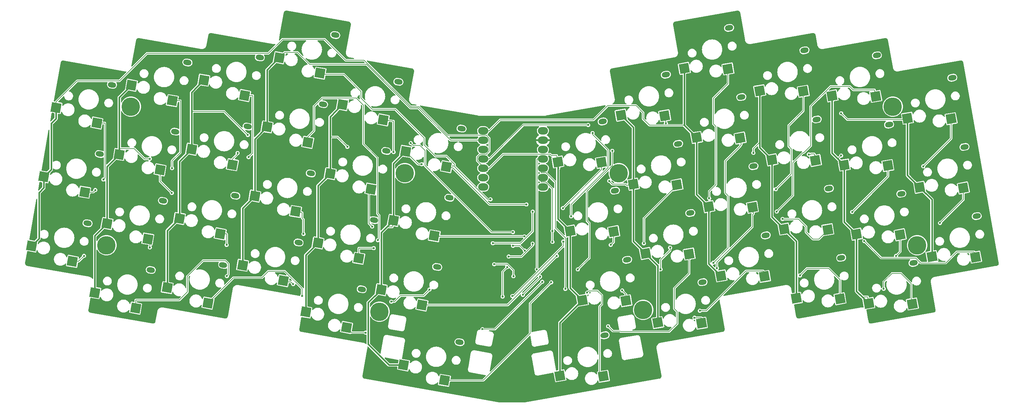
<source format=gbr>
%TF.GenerationSoftware,KiCad,Pcbnew,7.0.5*%
%TF.CreationDate,2023-06-27T22:08:49+09:00*%
%TF.ProjectId,keyboard_011 rev.1.2,6b657962-6f61-4726-945f-303131207265,REV1*%
%TF.SameCoordinates,Original*%
%TF.FileFunction,Copper,L2,Bot*%
%TF.FilePolarity,Positive*%
%FSLAX46Y46*%
G04 Gerber Fmt 4.6, Leading zero omitted, Abs format (unit mm)*
G04 Created by KiCad (PCBNEW 7.0.5) date 2023-06-27 22:08:49*
%MOMM*%
%LPD*%
G01*
G04 APERTURE LIST*
G04 Aperture macros list*
%AMHorizOval*
0 Thick line with rounded ends*
0 $1 width*
0 $2 $3 position (X,Y) of the first rounded end (center of the circle)*
0 $4 $5 position (X,Y) of the second rounded end (center of the circle)*
0 Add line between two ends*
20,1,$1,$2,$3,$4,$5,0*
0 Add two circle primitives to create the rounded ends*
1,1,$1,$2,$3*
1,1,$1,$4,$5*%
%AMRotRect*
0 Rectangle, with rotation*
0 The origin of the aperture is its center*
0 $1 length*
0 $2 width*
0 $3 Rotation angle, in degrees counterclockwise*
0 Add horizontal line*
21,1,$1,$2,0,0,$3*%
G04 Aperture macros list end*
%TA.AperFunction,ComponentPad*%
%ADD10HorizOval,1.500000X-0.344683X-0.060777X0.344683X0.060777X0*%
%TD*%
%TA.AperFunction,SMDPad,CuDef*%
%ADD11RotRect,2.600000X2.600000X190.000000*%
%TD*%
%TA.AperFunction,ComponentPad*%
%ADD12HorizOval,1.500000X-0.344683X0.060777X0.344683X-0.060777X0*%
%TD*%
%TA.AperFunction,SMDPad,CuDef*%
%ADD13RotRect,2.600000X2.600000X170.000000*%
%TD*%
%TA.AperFunction,ComponentPad*%
%ADD14C,5.000000*%
%TD*%
%TA.AperFunction,ComponentPad*%
%ADD15O,2.748280X1.998980*%
%TD*%
%TA.AperFunction,ViaPad*%
%ADD16C,0.600000*%
%TD*%
%TA.AperFunction,Conductor*%
%ADD17C,0.400000*%
%TD*%
%TA.AperFunction,Conductor*%
%ADD18C,0.150000*%
%TD*%
G04 APERTURE END LIST*
D10*
%TO.P,SW10,*%
%TO.N,*%
X182598442Y72623486D03*
D11*
%TO.P,SW10,1,1*%
%TO.N,col04*%
X170469594Y61650631D03*
%TO.P,SW10,2,2*%
%TO.N,Net-(D10-Pad1)*%
X182275390Y61498373D03*
%TD*%
D10*
%TO.P,SW32,*%
%TO.N,*%
X149218442Y42553486D03*
D11*
%TO.P,SW32,1,1*%
%TO.N,col02*%
X137089594Y31580631D03*
%TO.P,SW32,2,2*%
%TO.N,Net-(D32-Pad1)*%
X148895390Y31428373D03*
%TD*%
D12*
%TO.P,SW39,*%
%TO.N,*%
X43153524Y9170791D03*
D13*
%TO.P,SW39,1,1*%
%TO.N,col04*%
X28003197Y3007991D03*
%TO.P,SW39,2,2*%
%TO.N,Net-(D39-Pad2)*%
X39044941Y-1172905D03*
%TD*%
D14*
%TO.P,H6,*%
%TO.N,*%
X193506200Y21117800D03*
%TD*%
D10*
%TO.P,SW30,*%
%TO.N,*%
X114998442Y17183486D03*
D11*
%TO.P,SW30,1,1*%
%TO.N,col00*%
X102869594Y6210631D03*
%TO.P,SW30,2,2*%
%TO.N,Net-(D30-Pad1)*%
X114675390Y6058373D03*
%TD*%
D12*
%TO.P,SW17,*%
%TO.N,*%
X66877124Y34017591D03*
D13*
%TO.P,SW17,1,1*%
%TO.N,col05*%
X51726797Y27854791D03*
%TO.P,SW17,2,2*%
%TO.N,Net-(D17-Pad2)*%
X62768541Y23673895D03*
%TD*%
D12*
%TO.P,SW40,*%
%TO.N,*%
X69633524Y-5179209D03*
D13*
%TO.P,SW40,1,1*%
%TO.N,col05*%
X54483197Y-11342009D03*
%TO.P,SW40,2,2*%
%TO.N,Net-(D40-Pad2)*%
X65524941Y-15522905D03*
%TD*%
D10*
%TO.P,SW35,*%
%TO.N,*%
X209628442Y29023486D03*
D11*
%TO.P,SW35,1,1*%
%TO.N,col05*%
X197499594Y18050631D03*
%TO.P,SW35,2,2*%
%TO.N,Net-(D35-Pad1)*%
X209305390Y17898373D03*
%TD*%
D10*
%TO.P,SW33,*%
%TO.N,*%
X169628442Y36483486D03*
D11*
%TO.P,SW33,1,1*%
%TO.N,col03*%
X157499594Y25510631D03*
%TO.P,SW33,2,2*%
%TO.N,Net-(D33-Pad1)*%
X169305390Y25358373D03*
%TD*%
D12*
%TO.P,SW28,*%
%TO.N,*%
X46463524Y27930791D03*
D13*
%TO.P,SW28,1,1*%
%TO.N,col04*%
X31313197Y21767991D03*
%TO.P,SW28,2,2*%
%TO.N,Net-(D28-Pad2)*%
X42354941Y17587095D03*
%TD*%
D10*
%TO.P,SW41,*%
%TO.N,*%
X108899042Y-3298514D03*
D11*
%TO.P,SW41,1,1*%
%TO.N,col00*%
X96770194Y-14271369D03*
%TO.P,SW41,2,2*%
%TO.N,Net-(D41-Pad1)*%
X108575990Y-14423627D03*
%TD*%
D12*
%TO.P,SW36,*%
%TO.N,*%
X-13956476Y14410791D03*
D13*
%TO.P,SW36,1,1*%
%TO.N,col01*%
X-29106803Y8247991D03*
%TO.P,SW36,2,2*%
%TO.N,Net-(D36-Pad2)*%
X-18065059Y4067095D03*
%TD*%
D12*
%TO.P,SW25,*%
%TO.N,*%
X-10646476Y33160791D03*
D13*
%TO.P,SW25,1,1*%
%TO.N,col01*%
X-25796803Y26997991D03*
%TO.P,SW25,2,2*%
%TO.N,Net-(D25-Pad2)*%
X-14755059Y22817095D03*
%TD*%
D12*
%TO.P,SW26,*%
%TO.N,*%
X8937124Y34547691D03*
D13*
%TO.P,SW26,1,1*%
%TO.N,col02*%
X-6213203Y28384891D03*
%TO.P,SW26,2,2*%
%TO.N,Net-(D26-Pad2)*%
X4828541Y24203995D03*
%TD*%
D10*
%TO.P,SW11,*%
%TO.N,*%
X203014842Y66550286D03*
D11*
%TO.P,SW11,1,1*%
%TO.N,col05*%
X190885994Y55577431D03*
%TO.P,SW11,2,2*%
%TO.N,Net-(D11-Pad1)*%
X202691790Y55425173D03*
%TD*%
D10*
%TO.P,SW7,*%
%TO.N,*%
X125484842Y67380286D03*
D11*
%TO.P,SW7,1,1*%
%TO.N,col01*%
X113355994Y56407431D03*
%TO.P,SW7,2,2*%
%TO.N,Net-(D7-Pad1)*%
X125161790Y56255173D03*
%TD*%
D12*
%TO.P,SW15,*%
%TO.N,*%
X32663524Y59380791D03*
D13*
%TO.P,SW15,1,1*%
%TO.N,col03*%
X17513197Y53217991D03*
%TO.P,SW15,2,2*%
%TO.N,Net-(D15-Pad2)*%
X28554941Y49037095D03*
%TD*%
D14*
%TO.P,H4,*%
%TO.N,*%
X-25949800Y21117700D03*
%TD*%
D12*
%TO.P,SW5,*%
%TO.N,*%
X70183524Y52760791D03*
D13*
%TO.P,SW5,1,1*%
%TO.N,col05*%
X55033197Y46597991D03*
%TO.P,SW5,2,2*%
%TO.N,Net-(D5-Pad2)*%
X66074941Y42417095D03*
%TD*%
D12*
%TO.P,SW1,*%
%TO.N,*%
X-4026476Y70680791D03*
D13*
%TO.P,SW1,1,1*%
%TO.N,col01*%
X-19176803Y64517991D03*
%TO.P,SW1,2,2*%
%TO.N,Net-(D1-Pad2)*%
X-8135059Y60337095D03*
%TD*%
D12*
%TO.P,SW13,*%
%TO.N,*%
X-7336476Y51920791D03*
D13*
%TO.P,SW13,1,1*%
%TO.N,col01*%
X-22486803Y45757991D03*
%TO.P,SW13,2,2*%
%TO.N,Net-(D13-Pad2)*%
X-11445059Y41577095D03*
%TD*%
D12*
%TO.P,SW37,*%
%TO.N,*%
X5633524Y15780791D03*
D13*
%TO.P,SW37,1,1*%
%TO.N,col02*%
X-9516803Y9617991D03*
%TO.P,SW37,2,2*%
%TO.N,Net-(D37-Pad2)*%
X1524941Y5437095D03*
%TD*%
D14*
%TO.P,H1,*%
%TO.N,*%
X54822200Y40675700D03*
%TD*%
D12*
%TO.P,SW29,*%
%TO.N,*%
X63563524Y15240791D03*
D13*
%TO.P,SW29,1,1*%
%TO.N,col05*%
X48413197Y9077991D03*
%TO.P,SW29,2,2*%
%TO.N,Net-(D29-Pad2)*%
X59454941Y4897095D03*
%TD*%
D10*
%TO.P,SW19,*%
%TO.N,*%
X128798442Y48633486D03*
D11*
%TO.P,SW19,1,1*%
%TO.N,col01*%
X116669594Y37660631D03*
%TO.P,SW19,2,2*%
%TO.N,Net-(D19-Pad1)*%
X128475390Y37508373D03*
%TD*%
D12*
%TO.P,SW2,*%
%TO.N,*%
X15553524Y72070791D03*
D13*
%TO.P,SW2,1,1*%
%TO.N,col02*%
X403197Y65907991D03*
%TO.P,SW2,2,2*%
%TO.N,Net-(D2-Pad2)*%
X11444941Y61727095D03*
%TD*%
D10*
%TO.P,SW6,*%
%TO.N,*%
X108378442Y54693486D03*
D11*
%TO.P,SW6,1,1*%
%TO.N,col00*%
X96249594Y43720631D03*
%TO.P,SW6,2,2*%
%TO.N,Net-(D6-Pad1)*%
X108055390Y43568373D03*
%TD*%
D10*
%TO.P,SW43,*%
%TO.N,*%
X152518442Y23793486D03*
D11*
%TO.P,SW43,1,1*%
%TO.N,col02*%
X140389594Y12820631D03*
%TO.P,SW43,2,2*%
%TO.N,Net-(D43-Pad1)*%
X152195390Y12668373D03*
%TD*%
D10*
%TO.P,SW22,*%
%TO.N,*%
X185898442Y53853486D03*
D11*
%TO.P,SW22,1,1*%
%TO.N,col04*%
X173769594Y42880631D03*
%TO.P,SW22,2,2*%
%TO.N,Net-(D22-Pad1)*%
X185575390Y42728373D03*
%TD*%
D12*
%TO.P,SW14,*%
%TO.N,*%
X12243524Y53310791D03*
D13*
%TO.P,SW14,1,1*%
%TO.N,col02*%
X-2906803Y47147991D03*
%TO.P,SW14,2,2*%
%TO.N,Net-(D14-Pad2)*%
X8134941Y42967095D03*
%TD*%
D10*
%TO.P,SW18,*%
%TO.N,*%
X111688442Y35933486D03*
D11*
%TO.P,SW18,1,1*%
%TO.N,col00*%
X99559594Y24960631D03*
%TO.P,SW18,2,2*%
%TO.N,Net-(D18-Pad1)*%
X111365390Y24808373D03*
%TD*%
D10*
%TO.P,SW34,*%
%TO.N,*%
X189214842Y35090286D03*
D11*
%TO.P,SW34,1,1*%
%TO.N,col04*%
X177085994Y24117431D03*
%TO.P,SW34,2,2*%
%TO.N,Net-(D34-Pad1)*%
X188891790Y23965173D03*
%TD*%
D10*
%TO.P,SW44,*%
%TO.N,*%
X172938442Y17723486D03*
D11*
%TO.P,SW44,1,1*%
%TO.N,col03*%
X160809594Y6750631D03*
%TO.P,SW44,2,2*%
%TO.N,Net-(D44-Pad1)*%
X172615390Y6598373D03*
%TD*%
D12*
%TO.P,SW12,*%
%TO.N,*%
X-27756476Y45850791D03*
D13*
%TO.P,SW12,1,1*%
%TO.N,col00*%
X-42906803Y39687991D03*
%TO.P,SW12,2,2*%
%TO.N,Net-(D12-Pad2)*%
X-31865059Y35507095D03*
%TD*%
D12*
%TO.P,SW27,*%
%TO.N,*%
X29353524Y40620791D03*
D13*
%TO.P,SW27,1,1*%
%TO.N,col03*%
X14203197Y34457991D03*
%TO.P,SW27,2,2*%
%TO.N,Net-(D27-Pad2)*%
X25244941Y30277095D03*
%TD*%
D14*
%TO.P,H7,*%
%TO.N,*%
X119338200Y3591700D03*
%TD*%
D12*
%TO.P,SW3,*%
%TO.N,*%
X35973524Y78140791D03*
D13*
%TO.P,SW3,1,1*%
%TO.N,col03*%
X20823197Y71977991D03*
%TO.P,SW3,2,2*%
%TO.N,Net-(D3-Pad2)*%
X31864941Y67797095D03*
%TD*%
D12*
%TO.P,SW4,*%
%TO.N,*%
X53083524Y65450791D03*
D13*
%TO.P,SW4,1,1*%
%TO.N,col04*%
X37933197Y59287991D03*
%TO.P,SW4,2,2*%
%TO.N,Net-(D4-Pad2)*%
X48974941Y55107095D03*
%TD*%
D10*
%TO.P,SW9,*%
%TO.N,*%
X163008442Y73993486D03*
D11*
%TO.P,SW9,1,1*%
%TO.N,col03*%
X150879594Y63020631D03*
%TO.P,SW9,2,2*%
%TO.N,Net-(D9-Pad1)*%
X162685390Y62868373D03*
%TD*%
D14*
%TO.P,H3,*%
%TO.N,*%
X186902200Y58709700D03*
%TD*%
%TO.P,H2,*%
%TO.N,*%
X112734200Y40675700D03*
%TD*%
%TO.P,H0,*%
%TO.N,*%
X-19345800Y58709700D03*
%TD*%
D10*
%TO.P,SW8,*%
%TO.N,*%
X142598442Y80073486D03*
D11*
%TO.P,SW8,1,1*%
%TO.N,col02*%
X130469594Y69100631D03*
%TO.P,SW8,2,2*%
%TO.N,Net-(D8-Pad1)*%
X142275390Y68948373D03*
%TD*%
D12*
%TO.P,SW16,*%
%TO.N,*%
X49767124Y46697691D03*
D13*
%TO.P,SW16,1,1*%
%TO.N,col04*%
X34616797Y40534891D03*
%TO.P,SW16,2,2*%
%TO.N,Net-(D16-Pad2)*%
X45658541Y36353995D03*
%TD*%
D15*
%TO.P,U0,1,P26*%
%TO.N,col02*%
X76018700Y52153800D03*
%TO.P,U0,2,P27*%
%TO.N,col03*%
X76018700Y49613800D03*
%TO.P,U0,3,P28*%
%TO.N,col04*%
X76018700Y47073800D03*
%TO.P,U0,4,P29*%
%TO.N,col05*%
X76018700Y44533800D03*
%TO.P,U0,5,P6*%
%TO.N,col00*%
X76018700Y41993800D03*
%TO.P,U0,6,P7*%
%TO.N,col01*%
X76018700Y39453800D03*
%TO.P,U0,7,P0*%
%TO.N,unconnected-(U0-Pad7)*%
X76018700Y36913800D03*
%TO.P,U0,8,P1*%
%TO.N,row00*%
X92207900Y36913800D03*
%TO.P,U0,9,P2*%
%TO.N,row01*%
X92207900Y39453800D03*
%TO.P,U0,10,P4*%
%TO.N,row03*%
X92207900Y41993800D03*
%TO.P,U0,11,P3*%
%TO.N,row02*%
X92207900Y44533800D03*
%TO.P,U0,12,3V3*%
%TO.N,unconnected-(U0-Pad12)*%
X92207900Y47073800D03*
%TO.P,U0,13,GND*%
%TO.N,GND*%
X92182500Y49613800D03*
%TO.P,U0,14,5V*%
%TO.N,unconnected-(U0-Pad14)*%
X92207900Y52153800D03*
%TD*%
D10*
%TO.P,SW20,*%
%TO.N,*%
X145908442Y61313486D03*
D11*
%TO.P,SW20,1,1*%
%TO.N,col02*%
X133779594Y50340631D03*
%TO.P,SW20,2,2*%
%TO.N,Net-(D20-Pad1)*%
X145585390Y50188373D03*
%TD*%
D10*
%TO.P,SW21,*%
%TO.N,*%
X166318442Y55243486D03*
D11*
%TO.P,SW21,1,1*%
%TO.N,col03*%
X154189594Y44270631D03*
%TO.P,SW21,2,2*%
%TO.N,Net-(D21-Pad1)*%
X165995390Y44118373D03*
%TD*%
D12*
%TO.P,SW38,*%
%TO.N,*%
X26047124Y21857691D03*
D13*
%TO.P,SW38,1,1*%
%TO.N,col03*%
X10896797Y15694891D03*
%TO.P,SW38,2,2*%
%TO.N,Net-(D38-Pad2)*%
X21938541Y11513995D03*
%TD*%
D12*
%TO.P,SW24,*%
%TO.N,*%
X-31066476Y27090791D03*
D13*
%TO.P,SW24,1,1*%
%TO.N,col00*%
X-46216803Y20927991D03*
%TO.P,SW24,2,2*%
%TO.N,Net-(D24-Pad2)*%
X-35175059Y16747095D03*
%TD*%
D10*
%TO.P,SW31,*%
%TO.N,*%
X132108442Y29863486D03*
D11*
%TO.P,SW31,1,1*%
%TO.N,col01*%
X119979594Y18890631D03*
%TO.P,SW31,2,2*%
%TO.N,Net-(D31-Pad1)*%
X131785390Y18738373D03*
%TD*%
D14*
%TO.P,H5,*%
%TO.N,*%
X47964200Y3083700D03*
%TD*%
D10*
%TO.P,SW45,*%
%TO.N,*%
X192528442Y16333486D03*
D11*
%TO.P,SW45,1,1*%
%TO.N,col04*%
X180399594Y5360631D03*
%TO.P,SW45,2,2*%
%TO.N,Net-(D45-Pad1)*%
X192205390Y5208373D03*
%TD*%
D10*
%TO.P,SW42,*%
%TO.N,*%
X135418442Y11103486D03*
D11*
%TO.P,SW42,1,1*%
%TO.N,col01*%
X123289594Y130631D03*
%TO.P,SW42,2,2*%
%TO.N,Net-(D42-Pad1)*%
X135095390Y-21627D03*
%TD*%
D10*
%TO.P,SW23,*%
%TO.N,*%
X206318442Y47783486D03*
D11*
%TO.P,SW23,1,1*%
%TO.N,col05*%
X194189594Y36810631D03*
%TO.P,SW23,2,2*%
%TO.N,Net-(D23-Pad1)*%
X205995390Y36658373D03*
%TD*%
D12*
%TO.P,SW0,*%
%TO.N,*%
X-24446476Y64610791D03*
D13*
%TO.P,SW0,1,1*%
%TO.N,col00*%
X-39596803Y58447991D03*
%TO.P,SW0,2,2*%
%TO.N,Net-(D0-Pad2)*%
X-28555059Y54267095D03*
%TD*%
D16*
%TO.N,col02*%
X12306800Y51020200D03*
%TO.N,col01*%
X110149200Y38544400D03*
X-14210800Y44555300D03*
%TO.N,Net-(D0-Pad2)*%
X-26787600Y38953400D03*
%TO.N,Net-(D1-Pad2)*%
X-8193700Y42034600D03*
%TO.N,Net-(D2-Pad2)*%
X12521200Y45009000D03*
%TO.N,Net-(D3-Pad2)*%
X78000800Y33576800D03*
%TO.N,Net-(D4-Pad2)*%
X51766100Y46402400D03*
%TO.N,Net-(D5-Pad2)*%
X87735500Y32180500D03*
%TO.N,Net-(D6-Pad1)*%
X97614200Y31196700D03*
%TO.N,Net-(D7-Pad1)*%
X125484400Y54173800D03*
X99845000Y28962100D03*
X105656600Y51558500D03*
%TO.N,Net-(D8-Pad1)*%
X137204800Y33850400D03*
%TO.N,Net-(D9-Pad1)*%
X155262700Y36317500D03*
%TO.N,Net-(D10-Pad1)*%
X155494400Y30263800D03*
%TO.N,Net-(D11-Pad1)*%
X195160600Y42535700D03*
X78644100Y21681000D03*
X89428600Y30237500D03*
%TO.N,row01*%
X94778100Y22029800D03*
X89426600Y21558800D03*
X82931400Y18054400D03*
X94778100Y25015500D03*
%TO.N,Net-(D12-Pad2)*%
X-28968800Y36085800D03*
%TO.N,Net-(D13-Pad2)*%
X-8269600Y35304700D03*
%TO.N,Net-(D14-Pad2)*%
X9554000Y46141900D03*
X84092600Y24689700D03*
X56415800Y48834700D03*
%TO.N,Net-(D15-Pad2)*%
X47496300Y22481100D03*
%TO.N,Net-(D16-Pad2)*%
X45971200Y26180800D03*
%TO.N,Net-(D17-Pad2)*%
X87194100Y23518800D03*
%TO.N,Net-(D18-Pad1)*%
X110554400Y21213800D03*
%TO.N,Net-(D19-Pad1)*%
X119534700Y21645800D03*
%TO.N,Net-(D20-Pad1)*%
X138328200Y16374000D03*
%TO.N,Net-(D21-Pad1)*%
X78991600Y15979400D03*
X101642600Y14572400D03*
X84218200Y12714800D03*
X164164500Y45748500D03*
X110975900Y46742300D03*
%TO.N,Net-(D22-Pad1)*%
X175907600Y30137000D03*
%TO.N,Net-(D23-Pad1)*%
X199672400Y27162600D03*
%TO.N,row02*%
X90554300Y14585000D03*
%TO.N,Net-(D24-Pad2)*%
X-32034400Y18239400D03*
%TO.N,Net-(D25-Pad2)*%
X-14210800Y20518900D03*
%TO.N,Net-(D26-Pad2)*%
X6583400Y21212300D03*
%TO.N,Net-(D27-Pad2)*%
X27377600Y24193200D03*
X84092600Y20981200D03*
X87286300Y19676100D03*
%TO.N,Net-(D28-Pad2)*%
X46405800Y20333600D03*
%TO.N,Net-(D29-Pad2)*%
X95967100Y18239400D03*
%TO.N,Net-(D30-Pad1)*%
X113663900Y8853900D03*
%TO.N,Net-(D31-Pad1)*%
X109832400Y-855600D03*
%TO.N,Net-(D32-Pad1)*%
X86764100Y7676900D03*
X139294300Y14895700D03*
X91428600Y12623700D03*
%TO.N,Net-(D33-Pad1)*%
X83907700Y7326300D03*
X157059300Y28256300D03*
X97705400Y22127900D03*
%TO.N,Net-(D34-Pad1)*%
X81298600Y7190300D03*
X187790000Y18239400D03*
X82532500Y15196800D03*
%TO.N,Net-(D35-Pad1)*%
X126632400Y20476200D03*
X124042700Y14595900D03*
X179177800Y22241300D03*
%TO.N,row03*%
X98273400Y9272700D03*
%TO.N,Net-(D36-Pad2)*%
X6638200Y12748600D03*
%TO.N,Net-(D37-Pad2)*%
X27007400Y7356900D03*
X61481100Y9076300D03*
X51151400Y5813800D03*
%TO.N,Net-(D38-Pad2)*%
X24585200Y10588500D03*
%TO.N,Net-(D39-Pad2)*%
X75803800Y-1644500D03*
X92022900Y11191900D03*
X44208000Y-2581400D03*
%TO.N,Net-(D40-Pad2)*%
X94430000Y11060000D03*
%TO.N,Net-(D41-Pad1)*%
X104173200Y8269400D03*
%TO.N,Net-(D42-Pad1)*%
X133214700Y1459600D03*
%TO.N,Net-(D43-Pad1)*%
X134687800Y3367400D03*
%TO.N,Net-(D44-Pad1)*%
X161775000Y12929200D03*
%TO.N,Net-(D45-Pad1)*%
X184447800Y9316200D03*
%TO.N,col03*%
X149172200Y46162700D03*
%TO.N,col04*%
X39260000Y47805500D03*
X172937000Y45441400D03*
%TO.N,col05*%
X104462600Y53743400D03*
X172937000Y56906600D03*
X59385600Y43095700D03*
%TD*%
D17*
%TO.N,col02*%
X137090000Y31580600D02*
X137090000Y16120600D01*
X130470000Y69100600D02*
X130470000Y53906500D01*
X-2906800Y57386800D02*
X-2906800Y47148000D01*
D18*
X140389600Y12821000D02*
X140389600Y12820600D01*
D17*
X137090000Y16120600D02*
X140389600Y12821000D01*
X-2906800Y62598000D02*
X-2906800Y57386800D01*
D18*
X105828400Y55116800D02*
X109697700Y58986100D01*
X5940200Y57386800D02*
X12306800Y51020200D01*
D17*
X133780000Y50340600D02*
X133780000Y34890600D01*
D18*
X76518700Y52153800D02*
X77618000Y52153800D01*
X77618000Y52153800D02*
X80581000Y55116800D01*
X109697700Y58986100D02*
X117404900Y58986100D01*
D17*
X130470000Y53906500D02*
X130470000Y53650600D01*
X-9516800Y25081300D02*
X-9516800Y9618000D01*
X133780000Y34890600D02*
X137089600Y31581000D01*
D18*
X119298100Y55453900D02*
X121103300Y53648700D01*
D17*
X403000Y65908000D02*
X-1251900Y64253000D01*
D18*
X137089600Y31581000D02*
X137089600Y31580600D01*
D17*
X-6213200Y43841600D02*
X-6213200Y28384900D01*
D18*
X121103300Y53648700D02*
X130212200Y53648700D01*
X130212200Y53648700D02*
X130470000Y53906500D01*
X130469600Y69100600D02*
X130470000Y69100600D01*
D17*
X133779600Y50341000D02*
X133780000Y50340600D01*
D18*
X117404900Y58986100D02*
X119298100Y57092900D01*
D17*
X-2906800Y47148000D02*
X-6213200Y43841600D01*
D18*
X-2906800Y57386800D02*
X5940200Y57386800D01*
X119298100Y57092900D02*
X119298100Y55453900D01*
D17*
X-6213200Y28384900D02*
X-9516800Y25081300D01*
X140389600Y12821000D02*
X140390000Y12820600D01*
X-1251900Y64253000D02*
X-2906800Y62598000D01*
X130470000Y53650600D02*
X133779600Y50341000D01*
D18*
X80581000Y55116800D02*
X105828400Y55116800D01*
D17*
X137089600Y31581000D02*
X137090000Y31580600D01*
D18*
X133779600Y50341000D02*
X133779600Y50340600D01*
D17*
%TO.N,col01*%
X-29106800Y23688000D02*
X-29106800Y8248000D01*
D18*
X-15696200Y44555300D02*
X-14210800Y44555300D01*
D17*
X113356000Y56407400D02*
X116670000Y53093800D01*
D18*
X111033000Y37660600D02*
X110149200Y38544400D01*
X-22486800Y47325300D02*
X-18466200Y47325300D01*
D17*
X119979800Y18890800D02*
X123290000Y15580600D01*
D18*
X114902700Y37349100D02*
X114902700Y37349200D01*
D17*
X116670000Y53093800D02*
X116670000Y37660600D01*
D18*
X116669600Y37660600D02*
X114902700Y37349100D01*
X114902700Y37349200D02*
X114591300Y37660600D01*
X-18466200Y47325300D02*
X-15696200Y44555300D01*
D17*
X-22486800Y45758000D02*
X-25796800Y42448000D01*
D18*
X119979600Y18890600D02*
X119979800Y18890800D01*
D17*
X123290000Y15580600D02*
X123290000Y130600D01*
X-25796800Y26998000D02*
X-29106800Y23688000D01*
D18*
X116670000Y37660600D02*
X116669600Y37660600D01*
D17*
X-22486800Y47325300D02*
X-22486800Y45758000D01*
X116670000Y22200600D02*
X119979800Y18890800D01*
D18*
X114591300Y37660600D02*
X111033000Y37660600D01*
D17*
X116670000Y37660600D02*
X116670000Y22200600D01*
X-19176800Y64518000D02*
X-22486800Y61208000D01*
X-25796800Y42448000D02*
X-25796800Y26998000D01*
D18*
X123289600Y130600D02*
X123290000Y130600D01*
D17*
X-22486800Y61208000D02*
X-22486800Y47325300D01*
%TO.N,col00*%
X-42906800Y36708100D02*
X-44216800Y35398000D01*
X-39596800Y55468100D02*
X-40906800Y54158000D01*
D18*
X77618000Y41993800D02*
X81428000Y45803800D01*
X74419560Y44026600D02*
X74419560Y45041000D01*
X58643564Y58650000D02*
X56444264Y58650000D01*
X-22470334Y65680000D02*
X-33925530Y65680000D01*
X94482700Y45487500D02*
X95938100Y45487500D01*
X102869600Y6210600D02*
X102869800Y6210400D01*
D17*
X-40906800Y41688000D02*
X-42906800Y39688000D01*
D18*
X-14988449Y73161885D02*
X-22470334Y65680000D01*
D17*
X102870000Y6210600D02*
X102869800Y6210400D01*
D18*
X56444264Y58650000D02*
X43794264Y71300000D01*
D17*
X-44216800Y35398000D02*
X-44216800Y22928000D01*
D18*
X-39596803Y60008727D02*
X-39596803Y58447991D01*
D17*
X-40906800Y54158000D02*
X-40906800Y41688000D01*
D18*
X-33925530Y65680000D02*
X-39596803Y60008727D01*
D17*
X96770000Y111200D02*
X96770000Y-14271000D01*
X99560000Y9520600D02*
X102870000Y6210600D01*
D18*
X17881885Y73161885D02*
X-14988449Y73161885D01*
D17*
X102869800Y6210400D02*
X96770000Y111200D01*
D18*
X96770200Y-14271400D02*
X96770000Y-14271200D01*
X76518700Y41993800D02*
X76452360Y41993800D01*
D17*
X96250000Y43720600D02*
X96250000Y41642700D01*
D18*
X75218560Y45840000D02*
X76900000Y45840000D01*
D17*
X96250000Y28270600D02*
X99560000Y24960600D01*
D18*
X77680000Y50130000D02*
X76880690Y50929310D01*
X76518700Y41993800D02*
X77618000Y41993800D01*
X76900000Y45840000D02*
X77680000Y46620000D01*
X76880690Y50929310D02*
X66364254Y50929310D01*
X43794264Y71300000D02*
X38784600Y71300000D01*
D17*
X99560000Y24960600D02*
X99560000Y9520600D01*
D18*
X94166400Y45803800D02*
X94482700Y45487500D01*
D17*
X-42906800Y39688000D02*
X-42906800Y36708100D01*
D18*
X74419560Y45041000D02*
X75218560Y45840000D01*
D17*
X96250000Y41642700D02*
X96250000Y28270600D01*
X-39596800Y58448000D02*
X-39596800Y55468100D01*
D18*
X96770000Y-14271200D02*
X96770000Y-14271000D01*
D17*
X-44216800Y22928000D02*
X-46216800Y20928000D01*
D18*
X99559600Y24960600D02*
X99560000Y24960600D01*
X77680000Y46620000D02*
X77680000Y50130000D01*
X21725500Y77005500D02*
X17881885Y73161885D01*
X95938100Y45487500D02*
X96561100Y41953700D01*
X33079100Y77005500D02*
X21725500Y77005500D01*
X38784600Y71300000D02*
X33079100Y77005500D01*
X96561000Y41953700D02*
X96250000Y41642700D01*
X76452360Y41993800D02*
X74419560Y44026600D01*
X66364254Y50929310D02*
X58643564Y58650000D01*
X81428000Y45803800D02*
X94166400Y45803800D01*
X96561100Y41953700D02*
X96561000Y41953700D01*
%TO.N,Net-(D0-Pad2)*%
X-28555100Y54267100D02*
X-28552200Y54270000D01*
X-26363400Y39377600D02*
X-26787600Y38953400D01*
X-28552200Y54270000D02*
X-26363400Y54270000D01*
X-26363400Y54270000D02*
X-26363400Y39377600D01*
%TO.N,Net-(D1-Pad2)*%
X-5950800Y46267800D02*
X-8193700Y44024900D01*
X-8128000Y60330000D02*
X-5950800Y60330000D01*
X-8193700Y44024900D02*
X-8193700Y42034600D01*
X-5950800Y60330000D02*
X-5950800Y46267800D01*
%TO.N,Net-(D2-Pad2)*%
X13649300Y61720000D02*
X13649300Y46137100D01*
X11444900Y61727100D02*
X11452000Y61720000D01*
X11452000Y61720000D02*
X13649300Y61720000D01*
X13649300Y46137100D02*
X12521200Y45009000D01*
%TO.N,Net-(D3-Pad2)*%
X38331000Y67485700D02*
X42952500Y62864200D01*
X63085900Y45289100D02*
X66100200Y45289100D01*
X60052500Y48322500D02*
X63085900Y45289100D01*
X77188500Y33576800D02*
X78000800Y33576800D01*
X31864900Y67797100D02*
X32176300Y67485700D01*
X68281100Y42484200D02*
X77188500Y33576800D01*
X45980800Y57979100D02*
X52273500Y57979100D01*
X60052500Y50200100D02*
X60052500Y48322500D01*
X68281100Y43108200D02*
X68281100Y42484200D01*
X52273500Y57979100D02*
X60052500Y50200100D01*
X66100200Y45289100D02*
X68281100Y43108200D01*
X42952500Y62864200D02*
X42952500Y61007400D01*
X42952500Y61007400D02*
X45980800Y57979100D01*
X32176300Y67485700D02*
X38331000Y67485700D01*
%TO.N,Net-(D4-Pad2)*%
X51766100Y46402400D02*
X51766100Y54795600D01*
X51766100Y54795600D02*
X48974900Y55107100D01*
%TO.N,Net-(D5-Pad2)*%
X67841800Y42105600D02*
X77766900Y32180500D01*
X66074900Y42417100D02*
X67841800Y42105600D01*
X77766900Y32180500D02*
X87735500Y32180500D01*
%TO.N,Net-(D6-Pad1)*%
X108055400Y43568400D02*
X108055400Y41637900D01*
X108055400Y41637900D02*
X97614200Y31196700D01*
%TO.N,Net-(D7-Pad1)*%
X125484400Y54477200D02*
X125484400Y54173800D01*
X105656600Y51137700D02*
X105656600Y51558500D01*
X109837000Y42188000D02*
X109837000Y46957300D01*
X125473300Y54488300D02*
X125484400Y54477200D01*
X109837000Y46957300D02*
X105656600Y51137700D01*
X99845000Y28962100D02*
X99845000Y32196000D01*
X125161800Y56255200D02*
X125473300Y54488300D01*
X99845000Y32196000D02*
X109837000Y42188000D01*
%TO.N,Net-(D8-Pad1)*%
X139049400Y53331400D02*
X138327100Y54053700D01*
X139049400Y37594700D02*
X139049400Y53331400D01*
X137204800Y35750100D02*
X139049400Y37594700D01*
X142280000Y64911200D02*
X142280000Y68943800D01*
X138327100Y54053700D02*
X138327100Y60958300D01*
X137204800Y33850400D02*
X137204800Y35750100D01*
X138327100Y60958300D02*
X142280000Y64911200D01*
%TO.N,Net-(D9-Pad1)*%
X158721500Y47999300D02*
X159459400Y47261400D01*
X162685400Y62868400D02*
X162685400Y57596700D01*
X159459400Y40514200D02*
X155262700Y36317500D01*
X159459400Y47261400D02*
X159459400Y40514200D01*
X158721500Y53632800D02*
X158721500Y47999300D01*
X162685400Y57596700D02*
X158721500Y53632800D01*
%TO.N,Net-(D10-Pad1)*%
X162849700Y46255600D02*
X164700400Y48106300D01*
X155494400Y30263800D02*
X159884100Y34653500D01*
X176189900Y63265300D02*
X181963900Y63265300D01*
X159884100Y34653500D02*
X159884100Y43553800D01*
X164700400Y48106300D02*
X164700400Y58826200D01*
X159884100Y43553800D02*
X162585900Y46255600D01*
X170073100Y64198900D02*
X175256300Y64198900D01*
X182275400Y61498400D02*
X181963900Y63265300D01*
X175256300Y64198900D02*
X176189900Y63265300D01*
X162585900Y46255600D02*
X162849700Y46255600D01*
X164700400Y58826200D02*
X170073100Y64198900D01*
%TO.N,Net-(D11-Pad1)*%
X202690000Y50065100D02*
X202690000Y55423400D01*
X195160600Y42535700D02*
X202690000Y50065100D01*
X89428600Y25003300D02*
X89428600Y30237500D01*
X86106300Y21681000D02*
X89428600Y25003300D01*
X78644100Y21681000D02*
X86106300Y21681000D01*
%TO.N,row01*%
X94778100Y22029800D02*
X94778100Y25015500D01*
X91707900Y38229200D02*
X93006900Y38229200D01*
X91707900Y39453800D02*
X91707900Y38229200D01*
X86407300Y18054400D02*
X89426600Y21073700D01*
X94778100Y36458000D02*
X94778100Y25015500D01*
X82931400Y18054400D02*
X86407300Y18054400D01*
X89426600Y21073700D02*
X89426600Y21558800D01*
X93006900Y38229200D02*
X94778100Y36458000D01*
%TO.N,Net-(D12-Pad2)*%
X-29547505Y35507095D02*
X-28968800Y36085800D01*
X-31865059Y35507095D02*
X-29547505Y35507095D01*
%TO.N,Net-(D13-Pad2)*%
X-11445100Y38480200D02*
X-8269600Y35304700D01*
X-11445100Y41577100D02*
X-11445100Y38480200D01*
%TO.N,Net-(D14-Pad2)*%
X57082600Y48167900D02*
X58965200Y48167900D01*
X60277300Y42744600D02*
X78332200Y24689700D01*
X56415800Y48834700D02*
X57082600Y48167900D01*
X8134941Y44422541D02*
X9554000Y45841600D01*
X9554000Y45841600D02*
X9554000Y46141900D01*
X8134941Y42967141D02*
X8134941Y44422541D01*
X58965200Y48167900D02*
X60277300Y46855800D01*
X8134900Y42967100D02*
X8134941Y42967141D01*
X60277300Y46855800D02*
X60277300Y42744600D01*
X78332200Y24689700D02*
X84092600Y24689700D01*
%TO.N,Net-(D15-Pad2)*%
X32420300Y61020400D02*
X41702700Y61020400D01*
X41702700Y61020400D02*
X43612300Y59110800D01*
X30211200Y58811300D02*
X32420300Y61020400D01*
X47389700Y29721900D02*
X47855100Y29256500D01*
X43612300Y59110800D02*
X43612300Y48610400D01*
X47855100Y29256500D02*
X47855100Y22879000D01*
X47496300Y22520200D02*
X47496300Y22481100D01*
X28554900Y50492500D02*
X30211200Y52148800D01*
X47855100Y22879000D02*
X47496300Y22520200D01*
X30211200Y52148800D02*
X30211200Y58811300D01*
X28554900Y49037100D02*
X28554900Y50492500D01*
X47389700Y44833000D02*
X47389700Y29721900D01*
X43612300Y48610400D02*
X47389700Y44833000D01*
%TO.N,Net-(D16-Pad2)*%
X45100900Y27051100D02*
X45971200Y26180800D01*
X45100900Y35796400D02*
X45100900Y27051100D01*
X45658500Y36354000D02*
X45100900Y35796400D01*
%TO.N,Net-(D17-Pad2)*%
X62923600Y23518800D02*
X87194100Y23518800D01*
%TO.N,Net-(D18-Pad1)*%
X111360000Y24803000D02*
X111365400Y24808400D01*
X111360000Y22019400D02*
X111360000Y24803000D01*
X110554400Y21213800D02*
X111360000Y22019400D01*
%TO.N,Net-(D19-Pad1)*%
X128475400Y37508400D02*
X128475400Y37358200D01*
X128475400Y37358200D02*
X119534700Y28417500D01*
X119534700Y28417500D02*
X119534700Y21645800D01*
%TO.N,Net-(D20-Pad1)*%
X141595100Y35335700D02*
X141595100Y43972300D01*
X145896800Y48421500D02*
X145896900Y48421500D01*
X145585400Y47962600D02*
X145585400Y48110100D01*
X145585400Y48110100D02*
X145896800Y48421500D01*
X142359400Y34571400D02*
X141595100Y35335700D01*
X141595100Y43972300D02*
X145585400Y47962600D01*
X138328200Y16374000D02*
X142359400Y20405200D01*
X145585400Y50188400D02*
X145896900Y48421500D01*
X142359400Y20405200D02*
X142359400Y34571400D01*
%TO.N,Net-(D21-Pad1)*%
X84218200Y14295300D02*
X84218200Y12714800D01*
X104113900Y35909400D02*
X110975900Y42771400D01*
X104113900Y27741300D02*
X104113900Y35909400D01*
X104793900Y17723700D02*
X104793900Y27061300D01*
X165995400Y44118400D02*
X165683900Y45885300D01*
X82534100Y15979400D02*
X84218200Y14295300D01*
X164621500Y45748500D02*
X164758300Y45885300D01*
X164758300Y45885300D02*
X165683900Y45885300D01*
X164164500Y45748500D02*
X164621500Y45748500D01*
X104793900Y27061300D02*
X104113900Y27741300D01*
X78991600Y15979400D02*
X82534100Y15979400D01*
X110975900Y42771400D02*
X110975900Y46742300D01*
X101642600Y14572400D02*
X104793900Y17723700D01*
%TO.N,Net-(D22-Pad1)*%
X185580000Y39809400D02*
X185580000Y42723800D01*
X175907600Y30137000D02*
X185580000Y39809400D01*
%TO.N,Net-(D23-Pad1)*%
X206000000Y33490200D02*
X206000000Y36653800D01*
X199672400Y27162600D02*
X206000000Y33490200D01*
%TO.N,row02*%
X91707900Y44533800D02*
X90608600Y44533800D01*
X90608600Y14639300D02*
X90554300Y14585000D01*
X90608600Y44533800D02*
X90608600Y14639300D01*
%TO.N,Net-(D24-Pad2)*%
X-35175100Y16747100D02*
X-35162200Y16760000D01*
X-35162200Y16760000D02*
X-33513800Y16760000D01*
X-33513800Y16760000D02*
X-32034400Y18239400D01*
%TO.N,Net-(D25-Pad2)*%
X-14210800Y22272800D02*
X-14210800Y20518900D01*
X-14755100Y22817100D02*
X-14210800Y22272800D01*
%TO.N,Net-(D26-Pad2)*%
X6583400Y24200000D02*
X6583400Y21212300D01*
X4832500Y24200000D02*
X6583400Y24200000D01*
X4828500Y24204000D02*
X4832500Y24200000D01*
%TO.N,Net-(D27-Pad2)*%
X27011800Y29965600D02*
X27011800Y28510200D01*
X85981200Y20981200D02*
X87286300Y19676100D01*
X27377600Y28144400D02*
X27377600Y24193200D01*
X25244900Y30277100D02*
X27011800Y29965600D01*
X84092600Y20981200D02*
X85981200Y20981200D01*
X27011800Y28510200D02*
X27377600Y28144400D01*
%TO.N,Net-(D28-Pad2)*%
X42370000Y20333600D02*
X42370000Y17602200D01*
X46405800Y20333600D02*
X42370000Y20333600D01*
%TO.N,Net-(D29-Pad2)*%
X82624800Y4897100D02*
X95967100Y18239400D01*
X61221800Y4900000D02*
X61221800Y4897100D01*
X59457800Y4900000D02*
X61221800Y4900000D01*
X61221800Y4897100D02*
X82624800Y4897100D01*
%TO.N,Net-(D30-Pad1)*%
X113663900Y8853900D02*
X114675400Y7842400D01*
X114675400Y7842400D02*
X114675400Y6058400D01*
%TO.N,Net-(D31-Pad1)*%
X128559400Y3121400D02*
X127787100Y3893700D01*
X131790000Y13461300D02*
X131790000Y18733800D01*
X113269205Y-2322370D02*
X126369530Y-2322370D01*
X111145700Y-2168900D02*
X113115735Y-2168900D01*
X128559400Y-132500D02*
X128559400Y3121400D01*
X126369530Y-2322370D02*
X128559400Y-132500D01*
X113115735Y-2168900D02*
X113269205Y-2322370D01*
X127787100Y3893700D02*
X127787100Y9458400D01*
X109832400Y-855600D02*
X111145700Y-2168900D01*
X127787100Y9458400D02*
X131790000Y13461300D01*
%TO.N,Net-(D32-Pad1)*%
X91428600Y12341400D02*
X91428600Y12623700D01*
X148895400Y31428400D02*
X149206900Y29661500D01*
X139294300Y14895700D02*
X139294300Y16545600D01*
X139294300Y16545600D02*
X148895400Y26146700D01*
X148895400Y26146700D02*
X148895400Y29350100D01*
X149206800Y29661500D02*
X149206900Y29661500D01*
X148895400Y29350100D02*
X149206800Y29661500D01*
X86764100Y7676900D02*
X91428600Y12341400D01*
%TO.N,Net-(D33-Pad1)*%
X161422400Y28215400D02*
X157100200Y28215400D01*
X169305400Y25209800D02*
X166894000Y22798400D01*
X163441700Y26196100D02*
X161422400Y28215400D01*
X157100200Y28215400D02*
X157059300Y28256300D01*
X97705400Y22127900D02*
X97705400Y20891000D01*
X169305400Y25358400D02*
X169305400Y25209800D01*
X84140700Y7326300D02*
X83907700Y7326300D01*
X163441700Y24598300D02*
X163441700Y26196100D01*
X97705400Y20891000D02*
X84140700Y7326300D01*
X166894000Y22798400D02*
X165241600Y22798400D01*
X165241600Y22798400D02*
X163441700Y24598300D01*
%TO.N,Net-(D34-Pad1)*%
X81298600Y7190300D02*
X81298600Y13962900D01*
X188890000Y19339400D02*
X187790000Y18239400D01*
X81298600Y13962900D02*
X82532500Y15196800D01*
X188890000Y23963400D02*
X188890000Y19339400D01*
%TO.N,Net-(D35-Pad1)*%
X201229700Y16299200D02*
X204233900Y19303400D01*
X126632400Y19743200D02*
X126632400Y20476200D01*
X193154100Y17648300D02*
X194503200Y16299200D01*
X124042700Y17153500D02*
X126632400Y19743200D01*
X194503200Y16299200D02*
X201229700Y16299200D01*
X124042700Y14595900D02*
X124042700Y17153500D01*
X179177800Y22241300D02*
X183770800Y17648300D01*
X204233900Y19303400D02*
X208993900Y19303400D01*
X208993900Y19303400D02*
X209305400Y17898400D01*
X183770800Y17648300D02*
X193154100Y17648300D01*
%TO.N,row03*%
X91707900Y41993800D02*
X91707900Y40769200D01*
X95557800Y25807700D02*
X95557800Y38237300D01*
X93025900Y40769200D02*
X91707900Y40769200D01*
X98273400Y9272700D02*
X98273400Y23092100D01*
X95557800Y38237300D02*
X93025900Y40769200D01*
X98273400Y23092100D02*
X95557800Y25807700D01*
%TO.N,Net-(D36-Pad2)*%
X163900Y16917400D02*
X6252100Y16917400D01*
X-4027000Y12726500D02*
X163900Y16917400D01*
X6252100Y16917400D02*
X7009600Y16159900D01*
X-4027000Y8485600D02*
X-4027000Y12726500D01*
X-18030000Y6259800D02*
X-6252800Y6259800D01*
X-18065100Y6224700D02*
X-18030000Y6259800D01*
X-18065100Y4067100D02*
X-18065100Y6224700D01*
X7009600Y16159900D02*
X7009600Y13120000D01*
X-6252800Y6259800D02*
X-4027000Y8485600D01*
X7009600Y13120000D02*
X6638200Y12748600D01*
%TO.N,Net-(D37-Pad2)*%
X59850100Y7445300D02*
X61481100Y9076300D01*
X53638300Y7445300D02*
X59850100Y7445300D01*
X22306700Y14088400D02*
X27007400Y9387700D01*
X51151400Y5813800D02*
X52006800Y5813800D01*
X52006800Y5813800D02*
X53638300Y7445300D01*
X1524900Y5437100D02*
X8401300Y12313500D01*
X16121900Y12313500D02*
X17896800Y14088400D01*
X17896800Y14088400D02*
X22306700Y14088400D01*
X27007400Y9387700D02*
X27007400Y7356900D01*
X8401300Y12313500D02*
X16121900Y12313500D01*
%TO.N,Net-(D38-Pad2)*%
X22249900Y11202600D02*
X23971100Y11202600D01*
X23971100Y11202600D02*
X24585200Y10588500D01*
%TO.N,Net-(D39-Pad2)*%
X39044900Y-1172900D02*
X40453400Y-2581400D01*
X40453400Y-2581400D02*
X44208000Y-2581400D01*
X75803800Y-1644500D02*
X79186500Y-1644500D01*
X79186500Y-1644500D02*
X92022900Y11191900D01*
%TO.N,Net-(D40-Pad2)*%
X65524941Y-15522905D02*
X76023022Y-15522905D01*
X88722817Y5352817D02*
X94430000Y11060000D01*
X76023022Y-15522905D02*
X88722817Y-2823110D01*
X88722817Y-2823110D02*
X88722817Y5352817D01*
%TO.N,Net-(D41-Pad1)*%
X106944200Y8764000D02*
X104667800Y8764000D01*
X107536600Y-13384200D02*
X107536600Y4469500D01*
X108174100Y7534100D02*
X106944200Y8764000D01*
X104667800Y8764000D02*
X104173200Y8269400D01*
X107536600Y4469500D02*
X108174100Y5107000D01*
X108576000Y-14423600D02*
X107536600Y-13384200D01*
X108174100Y5107000D02*
X108174100Y7534100D01*
%TO.N,Net-(D42-Pad1)*%
X135095400Y1459590D02*
X135095400Y-21600D01*
X135095390Y1459600D02*
X135095400Y1459590D01*
X133214700Y1459600D02*
X135095390Y1459600D01*
%TO.N,Net-(D43-Pad1)*%
X134687800Y3367400D02*
X136409200Y3367400D01*
X147174500Y14132700D02*
X151883900Y14132700D01*
X136409200Y3367400D02*
X147174500Y14132700D01*
X151883900Y14132700D02*
X152195400Y12668400D01*
%TO.N,Net-(D44-Pad1)*%
X172615400Y6598400D02*
X172615400Y11772000D01*
X163672800Y14827000D02*
X161775000Y12929200D01*
X169560400Y14827000D02*
X163672800Y14827000D01*
X172615400Y11772000D02*
X169560400Y14827000D01*
%TO.N,Net-(D45-Pad1)*%
X189157000Y13454800D02*
X186679400Y13454800D01*
X191894000Y10717800D02*
X189157000Y13454800D01*
X186679400Y13454800D02*
X184447800Y11223200D01*
X192205400Y5208400D02*
X191893900Y6975300D01*
X191894000Y6975300D02*
X191894000Y10717800D01*
X191893900Y6975300D02*
X191894000Y6975300D01*
X184447800Y11223200D02*
X184447800Y9316200D01*
%TO.N,col03*%
X156557300Y26452900D02*
X156557300Y26453300D01*
D17*
X160810000Y22200600D02*
X160810000Y6750600D01*
X17513000Y53218000D02*
X14203000Y49908000D01*
X10897000Y17773000D02*
X10897000Y15694900D01*
X150880000Y49047300D02*
X150880000Y47580600D01*
D18*
X149172200Y47339500D02*
X149172200Y46162700D01*
D17*
X17513000Y68668000D02*
X17513000Y59549200D01*
X150880000Y63020600D02*
X150880000Y49047300D01*
X150880000Y47580600D02*
X154189600Y44271000D01*
D18*
X25757300Y73444800D02*
X22290006Y73444800D01*
X160809600Y6750600D02*
X160810000Y6750600D01*
D17*
X10897000Y31151600D02*
X10897000Y17773000D01*
X17513000Y59549200D02*
X17513000Y53218000D01*
D18*
X14203000Y40789200D02*
X14203200Y40789000D01*
X150880000Y63020600D02*
X150879600Y63020600D01*
X17513000Y59549200D02*
X17513200Y59549000D01*
X76518700Y49613800D02*
X67206200Y49613800D01*
X150880000Y49047300D02*
X149172200Y47339500D01*
X154189600Y44271000D02*
X154189600Y44270600D01*
D17*
X156557300Y26453300D02*
X160810000Y22200600D01*
X154189600Y44271000D02*
X154190000Y44270600D01*
D18*
X44480000Y70190000D02*
X29012100Y70190000D01*
D17*
X14203000Y40789200D02*
X14203000Y34458000D01*
X20823000Y71978000D02*
X19168000Y70323000D01*
D18*
X17513200Y59549000D02*
X17513200Y55296300D01*
D17*
X19168000Y70323000D02*
X17513000Y68668000D01*
X154190000Y28820600D02*
X156557300Y26453300D01*
D18*
X67206200Y49613800D02*
X58470000Y58350000D01*
X58470000Y58350000D02*
X56320000Y58350000D01*
D17*
X14203000Y49908000D02*
X14203000Y40789200D01*
D18*
X29012100Y70190000D02*
X25757300Y73444800D01*
D17*
X154190000Y44270600D02*
X154190000Y28820600D01*
D18*
X157499600Y25510600D02*
X156557300Y26452900D01*
X22290006Y73444800D02*
X20823197Y71977991D01*
D17*
X14203000Y34458000D02*
X10897000Y31151600D01*
D18*
X14203200Y40789000D02*
X14203200Y36536300D01*
X56320000Y58350000D02*
X44480000Y70190000D01*
D17*
%TO.N,col04*%
X31313000Y28099200D02*
X31313000Y21768000D01*
X177086000Y24117400D02*
X177086000Y8674200D01*
D18*
X178743000Y7017400D02*
X179052400Y7017400D01*
D17*
X173769600Y42881000D02*
X173770000Y42880600D01*
X32965000Y38883100D02*
X31313000Y37231300D01*
X177086000Y8674200D02*
X178743000Y7017400D01*
X34617000Y40534900D02*
X32965000Y38883100D01*
X31313000Y37231300D02*
X31313000Y28099200D01*
X173770000Y42880600D02*
X173770000Y27433800D01*
X36275000Y57629800D02*
X34617000Y55971600D01*
D18*
X179162500Y7127500D02*
X180088100Y7127500D01*
X34617000Y50469600D02*
X36595900Y50469600D01*
X28003000Y4755300D02*
X28003200Y4755100D01*
D17*
X34617000Y55971600D02*
X34617000Y50469600D01*
X34617000Y50469600D02*
X34617000Y40534900D01*
X173770000Y27433800D02*
X177086000Y24117400D01*
D18*
X31313000Y28099200D02*
X31313200Y28099000D01*
X28003200Y4755100D02*
X28003200Y3008000D01*
X173769600Y42881000D02*
X173769600Y42880600D01*
D17*
X28003000Y18458000D02*
X28003000Y4755300D01*
D18*
X36595900Y50469600D02*
X39260000Y47805500D01*
D17*
X178743000Y7017400D02*
X180400000Y5360600D01*
D18*
X180399600Y5360600D02*
X180088100Y7127500D01*
D17*
X172073100Y44577500D02*
X173769600Y42881000D01*
D18*
X179052400Y7017400D02*
X179162500Y7127500D01*
D17*
X170470000Y46180600D02*
X172073100Y44577500D01*
X170470000Y59572700D02*
X170470000Y46180600D01*
D18*
X172937000Y45441400D02*
X172073100Y44577500D01*
D17*
X37933000Y59288000D02*
X36275000Y57629800D01*
D18*
X31313200Y28099000D02*
X31313200Y23846300D01*
D17*
X28003000Y4755300D02*
X28003000Y3008000D01*
X170470000Y61650600D02*
X170470000Y59572700D01*
X31313000Y21768000D02*
X28003000Y18458000D01*
%TO.N,col05*%
X190886000Y40114200D02*
X192538000Y38462400D01*
D18*
X197499600Y19759900D02*
X197499600Y18050600D01*
X54483200Y-11342000D02*
X54483000Y-11342000D01*
D17*
X55033000Y46598000D02*
X51727000Y43291600D01*
D18*
X76518700Y44533800D02*
X77618000Y44533800D01*
X50379600Y26198000D02*
X50489700Y26087900D01*
D17*
X50070000Y26198000D02*
X48413000Y24541200D01*
D18*
X55033200Y46477900D02*
X55033200Y46598000D01*
X58415400Y43095700D02*
X55033200Y46477900D01*
D17*
X50530000Y-11342000D02*
X54483000Y-11342000D01*
X48404800Y9069800D02*
X44900000Y5564400D01*
D18*
X86827600Y53743400D02*
X77618000Y44533800D01*
D17*
X194190000Y36810600D02*
X197500000Y33500600D01*
X44900000Y-5712000D02*
X50530000Y-11342000D01*
D18*
X104462600Y53743400D02*
X86827600Y53743400D01*
D17*
X48413000Y9078000D02*
X48404800Y9069800D01*
X190886000Y55577400D02*
X190886000Y55179600D01*
D18*
X59385600Y43095700D02*
X58415400Y43095700D01*
X50070000Y26198000D02*
X50379600Y26198000D01*
D17*
X197500000Y19760300D02*
X197500000Y18050600D01*
D18*
X190886000Y55179600D02*
X174664000Y55179600D01*
X48413200Y9078000D02*
X48413000Y9078000D01*
D17*
X48413000Y24541200D02*
X48413000Y9078000D01*
D18*
X55033200Y46598000D02*
X55033000Y46598000D01*
X50489700Y26087900D02*
X51415300Y26087900D01*
D17*
X197500000Y33500600D02*
X197500000Y19760300D01*
D18*
X197500000Y19760300D02*
X197499600Y19759900D01*
D17*
X51727000Y43291600D02*
X51727000Y27854800D01*
X190886000Y55179600D02*
X190886000Y40114200D01*
X51727000Y27854800D02*
X50070000Y26198000D01*
D18*
X51726800Y27854800D02*
X51415300Y26087900D01*
D17*
X192538000Y38462400D02*
X194190000Y36810600D01*
D18*
X48413000Y9078000D02*
X48404800Y9069800D01*
X174664000Y55179600D02*
X172937000Y56906600D01*
D17*
X44900000Y5564400D02*
X44900000Y-5712000D01*
%TD*%
%TA.AperFunction,Conductor*%
%TO.N,GND*%
G36*
X115613614Y58640598D02*
G01*
X115660107Y58586942D01*
X115670211Y58516668D01*
X115640717Y58452088D01*
X115620475Y58434062D01*
X115620688Y58433795D01*
X115617004Y58430858D01*
X115617002Y58430856D01*
X115541403Y58370569D01*
X115411877Y58267275D01*
X115233425Y58074948D01*
X115233421Y58074943D01*
X115085636Y57858184D01*
X115085632Y57858177D01*
X114971797Y57621798D01*
X114971793Y57621786D01*
X114963070Y57593509D01*
X114923876Y57534312D01*
X114858899Y57505702D01*
X114788769Y57516763D01*
X114735752Y57563983D01*
X114718584Y57608770D01*
X114652911Y57981222D01*
X114625910Y58050654D01*
X114556998Y58122642D01*
X114556997Y58122643D01*
X114465781Y58162777D01*
X114391302Y58164403D01*
X114391301Y58164403D01*
X111782206Y57704349D01*
X111782202Y57704348D01*
X111712770Y57677347D01*
X111712769Y57677346D01*
X111640785Y57608438D01*
X111640782Y57608435D01*
X111600648Y57517219D01*
X111599022Y57442739D01*
X112057600Y54842013D01*
X112059077Y54833640D01*
X112086078Y54764208D01*
X112089092Y54761059D01*
X112133605Y54714559D01*
X112154990Y54692220D01*
X112246207Y54652085D01*
X112320686Y54650459D01*
X114088311Y54962140D01*
X114158870Y54954271D01*
X114199281Y54927155D01*
X115306551Y53820020D01*
X116180868Y52945808D01*
X116182590Y52944087D01*
X116216619Y52881777D01*
X116219500Y52854986D01*
X116219500Y39261414D01*
X116199498Y39193293D01*
X116145842Y39146800D01*
X116115380Y39137328D01*
X115160595Y38968973D01*
X115090036Y38976842D01*
X115034932Y39021609D01*
X115012778Y39089061D01*
X115030609Y39157782D01*
X115030761Y39158035D01*
X115174098Y39395143D01*
X115175158Y39397497D01*
X115224541Y39507222D01*
X115310663Y39698577D01*
X115409656Y40016259D01*
X115469636Y40343558D01*
X115489676Y40674858D01*
X115489727Y40675699D01*
X115489727Y40675702D01*
X115475167Y40916411D01*
X115469636Y41007842D01*
X115409656Y41335141D01*
X115310663Y41652823D01*
X115309740Y41654874D01*
X115174103Y41956247D01*
X115174100Y41956253D01*
X115172702Y41958565D01*
X115001954Y42241018D01*
X114976841Y42273073D01*
X114796747Y42502947D01*
X114796735Y42502960D01*
X114561459Y42738236D01*
X114561446Y42738248D01*
X114299517Y42943455D01*
X114014752Y43115601D01*
X114014746Y43115604D01*
X113711327Y43252162D01*
X113393640Y43351157D01*
X113066342Y43411136D01*
X113066339Y43411137D01*
X112734201Y43431227D01*
X112734199Y43431227D01*
X112402060Y43411137D01*
X112402057Y43411136D01*
X112074759Y43351157D01*
X111757072Y43252162D01*
X111479112Y43127062D01*
X111408783Y43117344D01*
X111344366Y43147191D01*
X111306311Y43207127D01*
X111301400Y43241961D01*
X111301400Y46236039D01*
X111321402Y46304160D01*
X111350693Y46336000D01*
X111368521Y46349679D01*
X111432012Y46432421D01*
X111456762Y46464676D01*
X111480128Y46521089D01*
X111512230Y46598591D01*
X111531150Y46742300D01*
X111529129Y46757647D01*
X111524209Y46795022D01*
X111512230Y46886009D01*
X111488583Y46943098D01*
X111456762Y47019925D01*
X111368521Y47134922D01*
X111253524Y47223163D01*
X111119609Y47278630D01*
X110975900Y47297550D01*
X110832190Y47278630D01*
X110698275Y47223163D01*
X110583278Y47134922D01*
X110495037Y47019925D01*
X110439570Y46886010D01*
X110420650Y46742301D01*
X110420650Y46742300D01*
X110439570Y46598591D01*
X110495037Y46464676D01*
X110583276Y46349682D01*
X110583277Y46349681D01*
X110583279Y46349679D01*
X110601105Y46336001D01*
X110642971Y46278664D01*
X110650400Y46236039D01*
X110650400Y42958417D01*
X110630398Y42890296D01*
X110613499Y42869327D01*
X110494371Y42750198D01*
X110377595Y42633422D01*
X110315283Y42599397D01*
X110244467Y42604462D01*
X110187632Y42647009D01*
X110162821Y42713530D01*
X110162500Y42722518D01*
X110162500Y46940352D01*
X110162740Y46945845D01*
X110163493Y46954453D01*
X110166263Y46986107D01*
X110155796Y47025169D01*
X110154610Y47030516D01*
X110147588Y47070345D01*
X110147585Y47070351D01*
X110145486Y47076118D01*
X110139146Y47091424D01*
X110136555Y47096980D01*
X110136554Y47096984D01*
X110113354Y47130117D01*
X110110410Y47134739D01*
X110110304Y47134922D01*
X110090194Y47169755D01*
X110059215Y47195750D01*
X110055175Y47199452D01*
X108895406Y48359221D01*
X108861382Y48421531D01*
X108866446Y48492346D01*
X108908993Y48549182D01*
X108975513Y48573993D01*
X108996119Y48573778D01*
X109141940Y48560265D01*
X109141947Y48560265D01*
X109252939Y48560265D01*
X109252946Y48560265D01*
X109418979Y48575650D01*
X109632971Y48636536D01*
X109632976Y48636539D01*
X109632980Y48636540D01*
X109832127Y48735704D01*
X109832128Y48735706D01*
X109832132Y48735707D01*
X109979814Y48847231D01*
X110009678Y48869783D01*
X110022535Y48883886D01*
X110159567Y49034203D01*
X110276690Y49223364D01*
X110352293Y49418518D01*
X110357059Y49430819D01*
X110357059Y49430821D01*
X110357061Y49430825D01*
X110397943Y49649522D01*
X110397943Y49872008D01*
X110357061Y50090705D01*
X110357059Y50090709D01*
X110357059Y50090712D01*
X110303520Y50228909D01*
X110276690Y50298166D01*
X110273818Y50302804D01*
X110159568Y50487326D01*
X110159567Y50487327D01*
X110009678Y50651748D01*
X109832132Y50785823D01*
X109832127Y50785827D01*
X109632980Y50884991D01*
X109632963Y50884997D01*
X109418982Y50945880D01*
X109369169Y50950496D01*
X109252946Y50961265D01*
X109141940Y50961265D01*
X109036282Y50951475D01*
X108975903Y50945880D01*
X108761922Y50884997D01*
X108761905Y50884991D01*
X108562758Y50785827D01*
X108562753Y50785823D01*
X108385207Y50651748D01*
X108235318Y50487327D01*
X108235317Y50487326D01*
X108118202Y50298178D01*
X108118194Y50298162D01*
X108037826Y50090712D01*
X108026147Y50028236D01*
X107996943Y49872008D01*
X107996943Y49872005D01*
X107996942Y49649526D01*
X108001178Y49626867D01*
X108010125Y49579003D01*
X108012265Y49567560D01*
X108005120Y49496923D01*
X107960921Y49441363D01*
X107893701Y49418518D01*
X107824800Y49435642D01*
X107799315Y49455312D01*
X106144517Y51110109D01*
X106110492Y51172421D01*
X106115556Y51243236D01*
X106133650Y51275909D01*
X106137461Y51280875D01*
X106139787Y51286489D01*
X106158067Y51330623D01*
X106192930Y51414791D01*
X106211850Y51558500D01*
X106192930Y51702209D01*
X106169956Y51757673D01*
X106137462Y51836125D01*
X106049221Y51951122D01*
X105934224Y52039363D01*
X105800309Y52094830D01*
X105656600Y52113750D01*
X105512890Y52094830D01*
X105378975Y52039363D01*
X105263978Y51951122D01*
X105175737Y51836125D01*
X105120270Y51702210D01*
X105101350Y51558501D01*
X105101350Y51558499D01*
X105118139Y51430975D01*
X105107200Y51360827D01*
X105060072Y51307728D01*
X104991718Y51288538D01*
X104941505Y51299630D01*
X104758127Y51382162D01*
X104440440Y51481157D01*
X104113142Y51541136D01*
X104113139Y51541137D01*
X103864107Y51556200D01*
X103864106Y51556200D01*
X103697894Y51556200D01*
X103697893Y51556200D01*
X103448860Y51541137D01*
X103448857Y51541136D01*
X103121559Y51481157D01*
X102803872Y51382162D01*
X102500453Y51245604D01*
X102500447Y51245601D01*
X102215682Y51073455D01*
X101953753Y50868248D01*
X101953740Y50868236D01*
X101718464Y50632960D01*
X101718452Y50632947D01*
X101513245Y50371018D01*
X101341099Y50086253D01*
X101341096Y50086247D01*
X101204538Y49782828D01*
X101105543Y49465141D01*
X101045564Y49137843D01*
X101045563Y49137840D01*
X101025473Y48805702D01*
X101025473Y48805699D01*
X101045563Y48473561D01*
X101045564Y48473558D01*
X101105543Y48146260D01*
X101204538Y47828573D01*
X101341096Y47525154D01*
X101341099Y47525148D01*
X101341101Y47525144D01*
X101341102Y47525143D01*
X101344246Y47519943D01*
X101513245Y47240383D01*
X101718452Y46978454D01*
X101718464Y46978441D01*
X101953740Y46743165D01*
X101953753Y46743153D01*
X102200966Y46549475D01*
X102215682Y46537946D01*
X102500443Y46365802D01*
X102500445Y46365801D01*
X102500447Y46365800D01*
X102500453Y46365797D01*
X102803872Y46229239D01*
X102803873Y46229239D01*
X102803877Y46229237D01*
X103121559Y46130244D01*
X103448858Y46070264D01*
X103614881Y46060222D01*
X103697893Y46055200D01*
X103697894Y46055200D01*
X103864107Y46055200D01*
X103926365Y46058966D01*
X104113142Y46070264D01*
X104440441Y46130244D01*
X104758123Y46229237D01*
X105061557Y46365802D01*
X105346318Y46537946D01*
X105578364Y46719742D01*
X105608246Y46743153D01*
X105608248Y46743155D01*
X105608252Y46743158D01*
X105843542Y46978448D01*
X105847401Y46983373D01*
X105923931Y47081057D01*
X106048754Y47240382D01*
X106220898Y47525143D01*
X106222386Y47528448D01*
X106285834Y47669425D01*
X106357463Y47828577D01*
X106456456Y48146259D01*
X106516436Y48473558D01*
X106536212Y48800499D01*
X106536527Y48805699D01*
X106536527Y48805702D01*
X106523551Y49020222D01*
X106516436Y49137842D01*
X106456456Y49465141D01*
X106421868Y49576136D01*
X106420699Y49647121D01*
X106458094Y49707472D01*
X106522180Y49738025D01*
X106592611Y49729081D01*
X106631259Y49702715D01*
X109474595Y46859379D01*
X109508621Y46797067D01*
X109511500Y46770284D01*
X109511500Y45330927D01*
X109491498Y45262806D01*
X109437842Y45216313D01*
X109367568Y45206209D01*
X109302988Y45235703D01*
X109294481Y45243797D01*
X109256394Y45283584D01*
X109256393Y45283585D01*
X109165177Y45323719D01*
X109165176Y45323719D01*
X109090698Y45325345D01*
X109090697Y45325345D01*
X106481602Y44865291D01*
X106481598Y44865290D01*
X106412166Y44838289D01*
X106412165Y44838288D01*
X106340181Y44769380D01*
X106340178Y44769377D01*
X106300044Y44678161D01*
X106298418Y44603681D01*
X106364344Y44229796D01*
X106356475Y44159236D01*
X106311708Y44104133D01*
X106244256Y44081979D01*
X106175535Y44099810D01*
X106147893Y44122214D01*
X106143827Y44126596D01*
X105999505Y44282139D01*
X105794381Y44445720D01*
X105794376Y44445723D01*
X105794377Y44445723D01*
X105567171Y44576901D01*
X105567163Y44576904D01*
X105322943Y44672753D01*
X105322941Y44672754D01*
X105067157Y44731136D01*
X104920051Y44742160D01*
X104871018Y44745834D01*
X104740030Y44745834D01*
X104700802Y44742895D01*
X104543890Y44731136D01*
X104288106Y44672754D01*
X104288104Y44672753D01*
X104043884Y44576904D01*
X104043876Y44576901D01*
X103816670Y44445723D01*
X103611542Y44282139D01*
X103433090Y44089812D01*
X103433086Y44089807D01*
X103285301Y43873048D01*
X103285297Y43873041D01*
X103171462Y43636662D01*
X103171457Y43636649D01*
X103094128Y43385954D01*
X103075115Y43259810D01*
X103055024Y43126516D01*
X103055024Y42864152D01*
X103072200Y42750198D01*
X103094128Y42604715D01*
X103171457Y42354020D01*
X103171462Y42354007D01*
X103285297Y42117628D01*
X103285301Y42117621D01*
X103432886Y41901155D01*
X103433091Y41900855D01*
X103559410Y41764715D01*
X103609619Y41710602D01*
X103611543Y41708529D01*
X103816667Y41544948D01*
X103816670Y41544946D01*
X104043876Y41413768D01*
X104043880Y41413767D01*
X104043881Y41413766D01*
X104288108Y41317914D01*
X104543894Y41259532D01*
X104740030Y41244834D01*
X104740031Y41244834D01*
X104871017Y41244834D01*
X104871018Y41244834D01*
X105067154Y41259532D01*
X105322940Y41317914D01*
X105567167Y41413766D01*
X105567169Y41413768D01*
X105567171Y41413768D01*
X105739892Y41513489D01*
X105794381Y41544948D01*
X105999505Y41708529D01*
X106177957Y41900855D01*
X106325752Y42117630D01*
X106439587Y42354011D01*
X106448310Y42382294D01*
X106487501Y42441491D01*
X106552476Y42470104D01*
X106622607Y42459047D01*
X106675626Y42411830D01*
X106692799Y42367035D01*
X106758472Y41994586D01*
X106758473Y41994582D01*
X106785474Y41925150D01*
X106785475Y41925149D01*
X106850923Y41856779D01*
X106854386Y41853162D01*
X106945603Y41813027D01*
X107020082Y41811401D01*
X107535261Y41902242D01*
X107605818Y41894373D01*
X107660922Y41849606D01*
X107683076Y41782154D01*
X107665245Y41713433D01*
X107646234Y41689061D01*
X97742017Y31784845D01*
X97679705Y31750819D01*
X97636478Y31749018D01*
X97614204Y31751950D01*
X97614200Y31751950D01*
X97470490Y31733030D01*
X97336575Y31677563D01*
X97221578Y31589322D01*
X97133337Y31474325D01*
X97077870Y31340410D01*
X97058950Y31196701D01*
X97058950Y31196700D01*
X97077870Y31052991D01*
X97133337Y30919076D01*
X97221578Y30804079D01*
X97336575Y30715838D01*
X97396255Y30691119D01*
X97470491Y30660370D01*
X97595112Y30643963D01*
X97614199Y30641450D01*
X97614199Y30641451D01*
X97614200Y30641450D01*
X97757909Y30660370D01*
X97842355Y30695349D01*
X97891824Y30715838D01*
X98006821Y30804079D01*
X98095062Y30919076D01*
X98122994Y30986512D01*
X98150530Y31052991D01*
X98169450Y31196700D01*
X98166517Y31218975D01*
X98177453Y31289122D01*
X98202340Y31324516D01*
X99332420Y32454596D01*
X99394730Y32488620D01*
X99465545Y32483555D01*
X99522381Y32441008D01*
X99547192Y32374488D01*
X99535427Y32320408D01*
X99538182Y32319405D01*
X99534412Y32309048D01*
X99527392Y32269239D01*
X99526203Y32263874D01*
X99515736Y32224808D01*
X99515736Y32224807D01*
X99519259Y32184533D01*
X99519499Y32179040D01*
X99519499Y29468362D01*
X99499497Y29400241D01*
X99470208Y29368403D01*
X99452377Y29354720D01*
X99364137Y29239725D01*
X99308670Y29105810D01*
X99289750Y28962101D01*
X99289750Y28962100D01*
X99308670Y28818391D01*
X99364137Y28684476D01*
X99452378Y28569479D01*
X99567375Y28481238D01*
X99646707Y28448379D01*
X99701291Y28425770D01*
X99845000Y28406850D01*
X99988709Y28425770D01*
X100092097Y28468594D01*
X100122624Y28481238D01*
X100237621Y28569479D01*
X100330889Y28691027D01*
X100332244Y28689987D01*
X100376499Y28732189D01*
X100446212Y28745629D01*
X100512125Y28719247D01*
X100551734Y28665716D01*
X100595308Y28553239D01*
X100595316Y28553223D01*
X100712431Y28364075D01*
X100712432Y28364074D01*
X100862321Y28199653D01*
X101039867Y28065578D01*
X101039872Y28065574D01*
X101239019Y27966410D01*
X101239025Y27966408D01*
X101239029Y27966406D01*
X101239035Y27966405D01*
X101239036Y27966404D01*
X101436888Y27910110D01*
X101453021Y27905520D01*
X101619054Y27890135D01*
X101619061Y27890135D01*
X101730053Y27890135D01*
X101730060Y27890135D01*
X101896093Y27905520D01*
X102110085Y27966406D01*
X102110090Y27966409D01*
X102110094Y27966410D01*
X102309241Y28065574D01*
X102309242Y28065576D01*
X102309246Y28065577D01*
X102454744Y28175452D01*
X102486792Y28199653D01*
X102500709Y28214919D01*
X102636681Y28364073D01*
X102753804Y28553234D01*
X102826682Y28741354D01*
X102834173Y28760689D01*
X102834173Y28760691D01*
X102834175Y28760695D01*
X102875057Y28979392D01*
X102875057Y29201878D01*
X102834175Y29420575D01*
X102834173Y29420580D01*
X102834173Y29420582D01*
X102779172Y29562553D01*
X102753804Y29628036D01*
X102746624Y29639632D01*
X102636682Y29817196D01*
X102636681Y29817197D01*
X102486792Y29981618D01*
X102309246Y30115693D01*
X102309241Y30115697D01*
X102110094Y30214861D01*
X102110077Y30214867D01*
X101896096Y30275750D01*
X101842565Y30280710D01*
X101730060Y30291135D01*
X101619054Y30291135D01*
X101513396Y30281345D01*
X101453017Y30275750D01*
X101239036Y30214867D01*
X101239019Y30214861D01*
X101039872Y30115697D01*
X101039867Y30115693D01*
X100862321Y29981618D01*
X100712432Y29817197D01*
X100712431Y29817196D01*
X100595316Y29628048D01*
X100595308Y29628032D01*
X100514940Y29420580D01*
X100514938Y29420574D01*
X100502608Y29354616D01*
X100470429Y29291331D01*
X100409143Y29255490D01*
X100338209Y29258471D01*
X100280148Y29299330D01*
X100278791Y29301067D01*
X100271403Y29310695D01*
X100256795Y29329733D01*
X100237621Y29354722D01*
X100219793Y29368402D01*
X100177928Y29425741D01*
X100170500Y29468362D01*
X100170500Y32008986D01*
X100190502Y32077107D01*
X100207400Y32098076D01*
X103573304Y35463980D01*
X103635617Y35498006D01*
X103706433Y35492941D01*
X103763268Y35450394D01*
X103788079Y35383874D01*
X103788400Y35374885D01*
X103788400Y27758261D01*
X103788160Y27752774D01*
X103784636Y27712493D01*
X103785831Y27708034D01*
X103795103Y27673428D01*
X103796291Y27668066D01*
X103797838Y27659297D01*
X103803312Y27628253D01*
X103805405Y27622504D01*
X103811766Y27607148D01*
X103814345Y27601617D01*
X103837534Y27568500D01*
X103840487Y27563864D01*
X103860706Y27528845D01*
X103870205Y27520874D01*
X103891687Y27502849D01*
X103895729Y27499145D01*
X104164143Y27230731D01*
X104431495Y26963379D01*
X104465521Y26901067D01*
X104468400Y26874284D01*
X104468400Y26616402D01*
X104448398Y26548281D01*
X104394742Y26501788D01*
X104324468Y26491684D01*
X104259888Y26521178D01*
X104238294Y26545423D01*
X104217947Y26575266D01*
X104181892Y26628149D01*
X104003440Y26820475D01*
X103798316Y26984056D01*
X103798311Y26984059D01*
X103798312Y26984059D01*
X103571106Y27115237D01*
X103571098Y27115240D01*
X103326878Y27211089D01*
X103326876Y27211090D01*
X103071092Y27269472D01*
X102912157Y27281382D01*
X102874953Y27284170D01*
X102743965Y27284170D01*
X102706761Y27281382D01*
X102547825Y27269472D01*
X102292041Y27211090D01*
X102292039Y27211089D01*
X102047819Y27115240D01*
X102047811Y27115237D01*
X101820605Y26984059D01*
X101615477Y26820475D01*
X101437025Y26628148D01*
X101437021Y26628143D01*
X101289236Y26411384D01*
X101289232Y26411377D01*
X101175397Y26174998D01*
X101175393Y26174986D01*
X101166670Y26146709D01*
X101127476Y26087512D01*
X101062499Y26058902D01*
X100992369Y26069963D01*
X100939352Y26117183D01*
X100922184Y26161970D01*
X100856511Y26534422D01*
X100829510Y26603854D01*
X100760598Y26675842D01*
X100760597Y26675843D01*
X100669381Y26715977D01*
X100669380Y26715977D01*
X100594902Y26717603D01*
X100594901Y26717603D01*
X98827691Y26405997D01*
X98757131Y26413866D01*
X98716716Y26440988D01*
X96737404Y28420300D01*
X96703378Y28482612D01*
X96700500Y28509386D01*
X96700500Y41580684D01*
X96720502Y41648805D01*
X96737405Y41669779D01*
X96748249Y41680623D01*
X96763853Y41691871D01*
X96763378Y41692473D01*
X96766355Y41694824D01*
X96770463Y41697610D01*
X96771585Y41698662D01*
X96773904Y41700658D01*
X96775763Y41703138D01*
X96775790Y41703170D01*
X96800074Y41732112D01*
X96803761Y41736136D01*
X96811298Y41743671D01*
X96817413Y41752407D01*
X96820736Y41756737D01*
X96837731Y41776987D01*
X96845600Y41786366D01*
X96847716Y41788674D01*
X96857493Y41807454D01*
X96860552Y41814014D01*
X96863685Y41825704D01*
X96870732Y41852011D01*
X96872388Y41857261D01*
X96873513Y41860353D01*
X96874306Y41862526D01*
X96881083Y41881149D01*
X96886287Y41895443D01*
X96886583Y41896219D01*
X96886594Y41896279D01*
X96886596Y41896294D01*
X96886598Y41896297D01*
X96886598Y41896301D01*
X96886600Y41896306D01*
X96886600Y41896311D01*
X96887297Y41899930D01*
X96889626Y41917616D01*
X96890261Y41924888D01*
X96890263Y41924893D01*
X96887520Y41956253D01*
X96886840Y41964028D01*
X96886600Y41969520D01*
X96886600Y42011093D01*
X96885728Y42016036D01*
X96882136Y42032239D01*
X96878375Y42046278D01*
X96871395Y42068416D01*
X96871211Y42069457D01*
X96861222Y42126120D01*
X96869093Y42196678D01*
X96913861Y42251780D01*
X96963428Y42272081D01*
X97015780Y42281312D01*
X97823385Y42423714D01*
X97892817Y42450715D01*
X97964805Y42519627D01*
X98004940Y42610844D01*
X98006566Y42685323D01*
X97940639Y43059212D01*
X97948508Y43129767D01*
X97993275Y43184871D01*
X98060727Y43207025D01*
X98129448Y43189194D01*
X98157088Y43166792D01*
X98305478Y43006865D01*
X98510602Y42843284D01*
X98510605Y42843282D01*
X98737811Y42712104D01*
X98737815Y42712103D01*
X98737816Y42712102D01*
X98982043Y42616250D01*
X99237829Y42557868D01*
X99433965Y42543170D01*
X99433966Y42543170D01*
X99564952Y42543170D01*
X99564953Y42543170D01*
X99761089Y42557868D01*
X100016875Y42616250D01*
X100261102Y42712102D01*
X100261104Y42712104D01*
X100261106Y42712104D01*
X100398535Y42791449D01*
X100488316Y42843284D01*
X100693440Y43006865D01*
X100871892Y43199191D01*
X101019687Y43415966D01*
X101133522Y43652347D01*
X101133525Y43652356D01*
X101210854Y43903051D01*
X101210877Y43903203D01*
X101249959Y44162488D01*
X101249959Y44424852D01*
X101210855Y44684285D01*
X101210854Y44684287D01*
X101210854Y44684290D01*
X101133525Y44934985D01*
X101133520Y44934998D01*
X101078362Y45049534D01*
X101019687Y45171374D01*
X101019685Y45171377D01*
X101019681Y45171384D01*
X100874974Y45383629D01*
X100871892Y45388149D01*
X100693440Y45580475D01*
X100488316Y45744056D01*
X100488311Y45744059D01*
X100488312Y45744059D01*
X100261106Y45875237D01*
X100261098Y45875240D01*
X100016878Y45971089D01*
X100016876Y45971090D01*
X99761092Y46029472D01*
X99613987Y46040496D01*
X99564953Y46044170D01*
X99433965Y46044170D01*
X99394737Y46041231D01*
X99237825Y46029472D01*
X98982041Y45971090D01*
X98982039Y45971089D01*
X98737819Y45875240D01*
X98737811Y45875237D01*
X98510605Y45744059D01*
X98305477Y45580475D01*
X98127025Y45388148D01*
X98127021Y45388143D01*
X97979236Y45171384D01*
X97979232Y45171377D01*
X97865397Y44934998D01*
X97865393Y44934986D01*
X97856670Y44906709D01*
X97817476Y44847512D01*
X97752499Y44818902D01*
X97682369Y44829963D01*
X97629352Y44877183D01*
X97612184Y44921970D01*
X97546511Y45294422D01*
X97519510Y45363854D01*
X97466604Y45419122D01*
X97450600Y45435840D01*
X97450597Y45435843D01*
X97359381Y45475977D01*
X97284902Y45477603D01*
X97284901Y45477603D01*
X96425041Y45325987D01*
X96354481Y45333856D01*
X96299378Y45378624D01*
X96279074Y45428199D01*
X96278266Y45432780D01*
X96271205Y45472837D01*
X96265513Y45505126D01*
X96263600Y45527000D01*
X96263600Y45544896D01*
X96244418Y45597595D01*
X96238229Y45614600D01*
X96231046Y45634337D01*
X96224342Y45652759D01*
X96187017Y45697239D01*
X96181559Y45703744D01*
X96150562Y45740688D01*
X96150558Y45740691D01*
X96150555Y45740694D01*
X96150548Y45740698D01*
X96150547Y45740699D01*
X96102096Y45768672D01*
X96102094Y45768674D01*
X96102094Y45768673D01*
X96052865Y45797097D01*
X96051369Y45798027D01*
X96051260Y45798068D01*
X96035598Y45800830D01*
X95999291Y45807232D01*
X95999290Y45807233D01*
X95978897Y45810829D01*
X95938111Y45818021D01*
X95938108Y45818021D01*
X95920485Y45814914D01*
X95898609Y45813000D01*
X94669716Y45813000D01*
X94601595Y45833002D01*
X94580621Y45849905D01*
X94408565Y46021961D01*
X94404850Y46026014D01*
X94395258Y46037445D01*
X94378855Y46056994D01*
X94378854Y46056995D01*
X94378851Y46056997D01*
X94343835Y46077214D01*
X94339200Y46080167D01*
X94306083Y46103355D01*
X94300552Y46105934D01*
X94285196Y46112295D01*
X94279447Y46114388D01*
X94255574Y46118598D01*
X94239634Y46121409D01*
X94234272Y46122597D01*
X94195208Y46133064D01*
X94195205Y46133064D01*
X94183527Y46132043D01*
X94154924Y46129540D01*
X94149440Y46129300D01*
X93690997Y46129300D01*
X93622876Y46149302D01*
X93576383Y46202958D01*
X93566279Y46273232D01*
X93585841Y46324713D01*
X93637271Y46402626D01*
X93687734Y46479075D01*
X93776166Y46685971D01*
X93826234Y46905332D01*
X93836328Y47130107D01*
X93806125Y47353073D01*
X93800502Y47370378D01*
X93736597Y47567060D01*
X93736597Y47567062D01*
X93643862Y47739392D01*
X97164057Y47739392D01*
X97196212Y47567380D01*
X97204940Y47520689D01*
X97285308Y47313239D01*
X97285316Y47313223D01*
X97402431Y47124075D01*
X97402432Y47124074D01*
X97552321Y46959653D01*
X97654214Y46882708D01*
X97712531Y46838669D01*
X97729867Y46825578D01*
X97729872Y46825574D01*
X97929019Y46726410D01*
X97929025Y46726408D01*
X97929029Y46726406D01*
X97929035Y46726405D01*
X97929036Y46726404D01*
X98130923Y46668962D01*
X98143021Y46665520D01*
X98309054Y46650135D01*
X98309061Y46650135D01*
X98420053Y46650135D01*
X98420060Y46650135D01*
X98586093Y46665520D01*
X98800085Y46726406D01*
X98800090Y46726409D01*
X98800094Y46726410D01*
X98999241Y46825574D01*
X98999242Y46825576D01*
X98999246Y46825577D01*
X99169907Y46954454D01*
X99176792Y46959653D01*
X99189179Y46973241D01*
X99326681Y47124073D01*
X99443804Y47313234D01*
X99516782Y47501611D01*
X99524173Y47520689D01*
X99524173Y47520691D01*
X99524175Y47520695D01*
X99565057Y47739392D01*
X99565057Y47961878D01*
X99524175Y48180575D01*
X99524173Y48180579D01*
X99524173Y48180582D01*
X99472795Y48313202D01*
X99443804Y48388036D01*
X99442517Y48390114D01*
X99326682Y48577196D01*
X99326681Y48577197D01*
X99176792Y48741618D01*
X98999246Y48875693D01*
X98999241Y48875697D01*
X98800094Y48974861D01*
X98800077Y48974867D01*
X98586096Y49035750D01*
X98536283Y49040366D01*
X98420060Y49051135D01*
X98309054Y49051135D01*
X98204038Y49041404D01*
X98143017Y49035750D01*
X97929036Y48974867D01*
X97929019Y48974861D01*
X97729872Y48875697D01*
X97729867Y48875693D01*
X97552321Y48741618D01*
X97402432Y48577197D01*
X97402431Y48577196D01*
X97285316Y48388048D01*
X97285308Y48388032D01*
X97204940Y48180582D01*
X97191594Y48109187D01*
X97164057Y47961878D01*
X97164057Y47739392D01*
X93643862Y47739392D01*
X93629978Y47765193D01*
X93629975Y47765198D01*
X93489689Y47941112D01*
X93489688Y47941114D01*
X93320246Y48089150D01*
X93314377Y48092656D01*
X93266158Y48144766D01*
X93253767Y48214673D01*
X93281137Y48280182D01*
X93311660Y48307314D01*
X93465712Y48404731D01*
X93465713Y48404732D01*
X93647886Y48566123D01*
X93647895Y48566133D01*
X93801821Y48754658D01*
X93801827Y48754666D01*
X93923523Y48965448D01*
X93923525Y48965452D01*
X94009830Y49193021D01*
X94043879Y49359800D01*
X92113616Y49359800D01*
X92141993Y49403956D01*
X92182500Y49541911D01*
X92182500Y49685689D01*
X92141993Y49823644D01*
X92113616Y49867800D01*
X94044871Y49867800D01*
X94044871Y49867801D01*
X94038979Y49916320D01*
X94038979Y49916321D01*
X93971264Y50150100D01*
X93866921Y50369997D01*
X93866922Y50369997D01*
X93728664Y50570299D01*
X93728650Y50570316D01*
X93560056Y50745840D01*
X93560045Y50745850D01*
X93365471Y50892061D01*
X93316945Y50917530D01*
X93265923Y50966898D01*
X93249691Y51036015D01*
X93273403Y51102934D01*
X93301437Y51131031D01*
X93408291Y51208664D01*
X93563781Y51371294D01*
X93687734Y51559075D01*
X93776166Y51765971D01*
X93826234Y51985332D01*
X93836328Y52210107D01*
X93806125Y52433073D01*
X93744131Y52623871D01*
X93736597Y52647060D01*
X93736597Y52647062D01*
X93629978Y52845193D01*
X93629975Y52845198D01*
X93489689Y53021112D01*
X93489688Y53021114D01*
X93333069Y53157946D01*
X93320245Y53169150D01*
X93295831Y53183737D01*
X93247614Y53235845D01*
X93235222Y53305752D01*
X93262592Y53371261D01*
X93321033Y53411573D01*
X93360458Y53417900D01*
X103956339Y53417900D01*
X104024460Y53397898D01*
X104056299Y53368607D01*
X104064826Y53357495D01*
X104069981Y53350777D01*
X104184975Y53262538D01*
X104268141Y53228091D01*
X104318891Y53207070D01*
X104462600Y53188150D01*
X104606309Y53207070D01*
X104696194Y53244301D01*
X104740224Y53262538D01*
X104855221Y53350779D01*
X104943462Y53465776D01*
X104963951Y53515245D01*
X104998930Y53599691D01*
X105017850Y53743400D01*
X105017761Y53744073D01*
X105012775Y53781950D01*
X104998930Y53887109D01*
X104968089Y53961567D01*
X104943462Y54021025D01*
X104855221Y54136022D01*
X104740224Y54224263D01*
X104606309Y54279730D01*
X104462600Y54298650D01*
X104318890Y54279730D01*
X104184975Y54224263D01*
X104069981Y54136024D01*
X104069978Y54136021D01*
X104069979Y54136021D01*
X104056300Y54118195D01*
X103998964Y54076329D01*
X103956339Y54068900D01*
X86844563Y54068900D01*
X86839071Y54069140D01*
X86798793Y54072663D01*
X86798790Y54072663D01*
X86759745Y54062201D01*
X86754380Y54061011D01*
X86714552Y54053988D01*
X86708835Y54051907D01*
X86693440Y54045531D01*
X86687914Y54042954D01*
X86654795Y54019764D01*
X86650159Y54016810D01*
X86615146Y53996595D01*
X86615144Y53996593D01*
X86589153Y53965620D01*
X86585439Y53961567D01*
X77703400Y45079528D01*
X77641088Y45045502D01*
X77570273Y45050567D01*
X77513437Y45093114D01*
X77503350Y45108915D01*
X77445556Y45216313D01*
X77440774Y45225199D01*
X77433512Y45234306D01*
X77300489Y45401112D01*
X77300487Y45401114D01*
X77199684Y45489183D01*
X77161544Y45549065D01*
X77161834Y45620061D01*
X77193487Y45673163D01*
X77898186Y46377862D01*
X77902204Y46381544D01*
X77933194Y46407545D01*
X77953415Y46442572D01*
X77956352Y46447183D01*
X77979554Y46480316D01*
X77979554Y46480319D01*
X77982157Y46485899D01*
X77988479Y46501162D01*
X77990587Y46506954D01*
X77990588Y46506955D01*
X77997607Y46546769D01*
X77998798Y46552137D01*
X77999607Y46555154D01*
X78006410Y46580541D01*
X78009264Y46591192D01*
X78005740Y46631482D01*
X78005500Y46636974D01*
X78005500Y50113041D01*
X78005740Y50118535D01*
X78006227Y50124098D01*
X78009264Y50158807D01*
X77998792Y50197886D01*
X77997610Y50203218D01*
X77990588Y50243045D01*
X77990585Y50243051D01*
X77988485Y50248819D01*
X77982144Y50264130D01*
X77979554Y50269684D01*
X77978899Y50270619D01*
X77956361Y50302807D01*
X77953409Y50307442D01*
X77946783Y50318918D01*
X77933194Y50342455D01*
X77933193Y50342456D01*
X77902212Y50368453D01*
X77898169Y50372157D01*
X77229261Y51041065D01*
X77195235Y51103377D01*
X77200300Y51174192D01*
X77227282Y51217232D01*
X77374581Y51371294D01*
X77498534Y51559075D01*
X77583420Y51757677D01*
X77628584Y51812451D01*
X77666663Y51829857D01*
X77685882Y51835007D01*
X77691209Y51836189D01*
X77731045Y51843212D01*
X77731046Y51843213D01*
X77736838Y51845321D01*
X77752101Y51851643D01*
X77757681Y51854245D01*
X77757681Y51854246D01*
X77757684Y51854246D01*
X77790817Y51877448D01*
X77795428Y51880385D01*
X77830455Y51900606D01*
X77856453Y51931591D01*
X77860146Y51935622D01*
X80534588Y54610063D01*
X107028354Y54610063D01*
X107053494Y54408140D01*
X107073699Y54348480D01*
X107118764Y54215412D01*
X107187106Y54098566D01*
X107221497Y54039766D01*
X107357482Y53888396D01*
X107357483Y53888395D01*
X107375657Y53874971D01*
X107521155Y53767499D01*
X107705813Y53682024D01*
X107903897Y53635468D01*
X108086174Y53630337D01*
X108107295Y53629742D01*
X108107295Y53629743D01*
X108107299Y53629742D01*
X108946832Y53777774D01*
X109093544Y53819308D01*
X109274167Y53913011D01*
X109412171Y54024893D01*
X109432229Y54041154D01*
X109434271Y54043644D01*
X109561262Y54198495D01*
X109655981Y54378587D01*
X109712508Y54574059D01*
X109728530Y54776909D01*
X109703391Y54978832D01*
X109638119Y55171561D01*
X109535388Y55347206D01*
X109399403Y55498576D01*
X109399399Y55498579D01*
X109399395Y55498583D01*
X109235730Y55619475D01*
X109109500Y55677904D01*
X109051072Y55704949D01*
X108852987Y55751504D01*
X108649588Y55757231D01*
X107810053Y55609198D01*
X107663336Y55567663D01*
X107482719Y55473963D01*
X107482715Y55473961D01*
X107324654Y55345819D01*
X107197240Y55190450D01*
X107195622Y55188477D01*
X107108942Y55023669D01*
X107100902Y55008383D01*
X107100901Y55008382D01*
X107044377Y54812921D01*
X107044375Y54812911D01*
X107028632Y54613580D01*
X107028354Y54610063D01*
X80534588Y54610063D01*
X80678920Y54754395D01*
X80741233Y54788421D01*
X80768016Y54791300D01*
X105811440Y54791300D01*
X105816925Y54791061D01*
X105857207Y54787536D01*
X105896270Y54798004D01*
X105901631Y54799193D01*
X105941445Y54806212D01*
X105941447Y54806214D01*
X105947238Y54808321D01*
X105962501Y54814643D01*
X105968081Y54817245D01*
X105968081Y54817246D01*
X105968084Y54817246D01*
X106001217Y54840448D01*
X106005828Y54843385D01*
X106040855Y54863606D01*
X106066853Y54894591D01*
X106070546Y54898622D01*
X109795620Y58623695D01*
X109857933Y58657721D01*
X109884716Y58660600D01*
X115545493Y58660600D01*
X115613614Y58640598D01*
G37*
%TD.AperFunction*%
%TA.AperFunction,Conductor*%
G36*
X91126859Y53397898D02*
G01*
X91173352Y53344242D01*
X91183456Y53273968D01*
X91153962Y53209388D01*
X91132800Y53189966D01*
X91104148Y53169148D01*
X91007508Y53098936D01*
X91007507Y53098935D01*
X90852018Y52936306D01*
X90728068Y52748530D01*
X90728064Y52748522D01*
X90639633Y52541629D01*
X90589566Y52322268D01*
X90579846Y52105813D01*
X90579472Y52097493D01*
X90594665Y51985333D01*
X90609675Y51874524D01*
X90679202Y51660541D01*
X90679202Y51660539D01*
X90785821Y51462408D01*
X90785824Y51462403D01*
X90926110Y51286489D01*
X90926112Y51286487D01*
X91095504Y51138494D01*
X91133644Y51078612D01*
X91133354Y51007616D01*
X91094728Y50948047D01*
X91079947Y50937113D01*
X90899287Y50822870D01*
X90899286Y50822869D01*
X90717113Y50661478D01*
X90717104Y50661468D01*
X90563178Y50472943D01*
X90563172Y50472935D01*
X90441476Y50262153D01*
X90441474Y50262149D01*
X90355169Y50034580D01*
X90321120Y49867800D01*
X91251384Y49867800D01*
X91223007Y49823644D01*
X91182500Y49685689D01*
X91182500Y49541911D01*
X91223007Y49403956D01*
X91251384Y49359800D01*
X90320129Y49359800D01*
X90326020Y49311281D01*
X90326020Y49311280D01*
X90393735Y49077501D01*
X90498078Y48857604D01*
X90498077Y48857604D01*
X90636335Y48657302D01*
X90636349Y48657285D01*
X90804943Y48481761D01*
X90804954Y48481751D01*
X90999529Y48335539D01*
X90999532Y48335537D01*
X91077547Y48294591D01*
X91128570Y48245223D01*
X91144802Y48176107D01*
X91121090Y48109187D01*
X91093053Y48081088D01*
X91007508Y48018936D01*
X91007507Y48018935D01*
X90852018Y47856306D01*
X90728068Y47668530D01*
X90728064Y47668522D01*
X90639633Y47461629D01*
X90589566Y47242268D01*
X90581752Y47068255D01*
X90579472Y47017493D01*
X90594127Y46909308D01*
X90609675Y46794524D01*
X90679202Y46580541D01*
X90679202Y46580539D01*
X90785821Y46382409D01*
X90785822Y46382408D01*
X90785826Y46382401D01*
X90824538Y46333858D01*
X90851371Y46268130D01*
X90838409Y46198326D01*
X90789767Y46146612D01*
X90726026Y46129300D01*
X81444960Y46129300D01*
X81439475Y46129540D01*
X81410872Y46132043D01*
X81399195Y46133064D01*
X81399192Y46133064D01*
X81360126Y46122597D01*
X81354761Y46121408D01*
X81314952Y46114388D01*
X81309235Y46112307D01*
X81293832Y46105927D01*
X81288316Y46103355D01*
X81255191Y46080162D01*
X81250558Y46077211D01*
X81215547Y46056996D01*
X81215545Y46056995D01*
X81189547Y46026013D01*
X81185834Y46021961D01*
X77703400Y42539528D01*
X77641088Y42505502D01*
X77570273Y42510567D01*
X77513437Y42553114D01*
X77503350Y42568915D01*
X77440775Y42685197D01*
X77440775Y42685198D01*
X77300489Y42861112D01*
X77300488Y42861114D01*
X77131046Y43009150D01*
X76937898Y43124551D01*
X76937888Y43124556D01*
X76882333Y43145406D01*
X76825585Y43188068D01*
X76800910Y43254639D01*
X76816143Y43323982D01*
X76866448Y43374082D01*
X76871914Y43376881D01*
X77037060Y43456411D01*
X77219091Y43588664D01*
X77374581Y43751294D01*
X77498534Y43939075D01*
X77583420Y44137677D01*
X77628584Y44192451D01*
X77666663Y44209857D01*
X77685882Y44215007D01*
X77691209Y44216189D01*
X77731045Y44223212D01*
X77731046Y44223213D01*
X77736838Y44225321D01*
X77752101Y44231643D01*
X77757681Y44234245D01*
X77757681Y44234246D01*
X77757684Y44234246D01*
X77790817Y44257448D01*
X77795428Y44260385D01*
X77830455Y44280606D01*
X77856453Y44311591D01*
X77860146Y44315622D01*
X86925521Y53380995D01*
X86987834Y53415021D01*
X87014617Y53417900D01*
X91058738Y53417900D01*
X91126859Y53397898D01*
G37*
%TD.AperFunction*%
%TD*%
%TA.AperFunction,NonConductor*%
G36*
X23139284Y73099298D02*
G01*
X23185777Y73045642D01*
X23195881Y72975368D01*
X23166387Y72910788D01*
X23134163Y72884181D01*
X23084209Y72855341D01*
X22879077Y72691753D01*
X22730692Y72531832D01*
X22669696Y72495501D01*
X22598740Y72497915D01*
X22540354Y72538306D01*
X22513073Y72603853D01*
X22514241Y72639410D01*
X22561749Y72908832D01*
X22580501Y73015180D01*
X22612029Y73078793D01*
X22672943Y73115262D01*
X22704587Y73119300D01*
X23071163Y73119300D01*
X23139284Y73099298D01*
G37*
%TD.AperFunction*%
%TA.AperFunction,NonConductor*%
G36*
X22837864Y84749856D02*
G01*
X22843991Y84749084D01*
X39576439Y81799092D01*
X39576512Y81799072D01*
X39621187Y81791200D01*
X39630219Y81789609D01*
X39636237Y81788241D01*
X39753377Y81755492D01*
X39776390Y81746546D01*
X39876584Y81695779D01*
X39897411Y81682511D01*
X39985758Y81613180D01*
X40003597Y81596103D01*
X40076721Y81510866D01*
X40090890Y81490630D01*
X40145973Y81392769D01*
X40155922Y81370156D01*
X40190853Y81263422D01*
X40196198Y81239303D01*
X40209631Y81127814D01*
X40210168Y81103116D01*
X40200854Y80981565D01*
X40200080Y80975427D01*
X40191581Y80927263D01*
X40191572Y80927181D01*
X38902863Y73619022D01*
X38902825Y73618946D01*
X38876066Y73467329D01*
X38876066Y73467325D01*
X38876065Y73467318D01*
X38872465Y73262624D01*
X38900937Y73059888D01*
X38914603Y73015180D01*
X38960780Y72864106D01*
X38960784Y72864097D01*
X39050519Y72680100D01*
X39050522Y72680096D01*
X39167949Y72512395D01*
X39310171Y72365135D01*
X39473683Y72241942D01*
X39654456Y72145851D01*
X39848039Y72079230D01*
X39942016Y72062677D01*
X41003085Y71875586D01*
X41066698Y71844059D01*
X41103167Y71783145D01*
X41100915Y71712184D01*
X41060656Y71653706D01*
X40995172Y71626276D01*
X40981206Y71625500D01*
X38971617Y71625500D01*
X38903496Y71645502D01*
X38882522Y71662405D01*
X37499285Y73045642D01*
X33321254Y77223672D01*
X33317550Y77227714D01*
X33291554Y77258695D01*
X33291551Y77258697D01*
X33256535Y77278914D01*
X33251900Y77281867D01*
X33218783Y77305055D01*
X33213252Y77307634D01*
X33197896Y77313995D01*
X33192147Y77316088D01*
X33168274Y77320298D01*
X33152334Y77323109D01*
X33146972Y77324297D01*
X33107908Y77334764D01*
X33107905Y77334764D01*
X33096227Y77333743D01*
X33067624Y77331240D01*
X33062140Y77331000D01*
X21742448Y77331000D01*
X21736963Y77331240D01*
X21708308Y77333747D01*
X21696695Y77334763D01*
X21696688Y77334763D01*
X21657640Y77324300D01*
X21652274Y77323110D01*
X21612454Y77316088D01*
X21606747Y77314011D01*
X21591342Y77307631D01*
X21585813Y77305052D01*
X21552701Y77281868D01*
X21548067Y77278916D01*
X21513046Y77258696D01*
X21513044Y77258693D01*
X21487053Y77227720D01*
X21483339Y77223667D01*
X20940910Y76681239D01*
X20878598Y76647213D01*
X20807783Y76652278D01*
X20750947Y76694825D01*
X20726136Y76761345D01*
X20727728Y76792209D01*
X20734728Y76831913D01*
X20962226Y78122384D01*
X34626303Y78122384D01*
X34662764Y77922199D01*
X34662765Y77922194D01*
X34738775Y77733449D01*
X34738776Y77733447D01*
X34738778Y77733443D01*
X34851231Y77563857D01*
X34995518Y77420380D01*
X35165734Y77308884D01*
X35354910Y77233935D01*
X36194443Y77085903D01*
X36346513Y77074752D01*
X36548292Y77101028D01*
X36740650Y77167383D01*
X36915714Y77271103D01*
X37066316Y77407938D01*
X37186290Y77572288D01*
X37270724Y77757425D01*
X37316163Y77955769D01*
X37320745Y78159199D01*
X37284283Y78359388D01*
X37208271Y78548139D01*
X37195193Y78567861D01*
X37095818Y78717723D01*
X36951531Y78861200D01*
X36951524Y78861205D01*
X36781312Y78972699D01*
X36723909Y78995441D01*
X36592138Y79047647D01*
X35752605Y79195679D01*
X35600535Y79206830D01*
X35600534Y79206830D01*
X35600533Y79206830D01*
X35398760Y79180555D01*
X35398754Y79180554D01*
X35206395Y79114198D01*
X35031335Y79010480D01*
X34880734Y78873647D01*
X34880726Y78873637D01*
X34760760Y78709297D01*
X34760756Y78709291D01*
X34676324Y78524159D01*
X34630887Y78325822D01*
X34630885Y78325808D01*
X34626303Y78122384D01*
X20962226Y78122384D01*
X22029969Y84179114D01*
X22031343Y84185151D01*
X22046602Y84239693D01*
X22064112Y84302280D01*
X22073060Y84325285D01*
X22123841Y84425475D01*
X22137104Y84446292D01*
X22206455Y84534655D01*
X22223520Y84552482D01*
X22308778Y84625623D01*
X22328997Y84639781D01*
X22426877Y84694884D01*
X22449468Y84704826D01*
X22556227Y84739780D01*
X22580319Y84745123D01*
X22691837Y84758582D01*
X22716512Y84759123D01*
X22837864Y84749856D01*
G37*
%TD.AperFunction*%
%TA.AperFunction,NonConductor*%
G36*
X32960205Y76659998D02*
G01*
X32981179Y76643095D01*
X34991772Y74632502D01*
X35025798Y74570190D01*
X35020733Y74499375D01*
X34978186Y74442539D01*
X34914303Y74417945D01*
X34834508Y74410551D01*
X34620522Y74349667D01*
X34620505Y74349661D01*
X34421358Y74250497D01*
X34421353Y74250493D01*
X34243807Y74116418D01*
X34093918Y73951997D01*
X34093917Y73951996D01*
X33976802Y73762848D01*
X33976794Y73762832D01*
X33896426Y73555382D01*
X33886129Y73500298D01*
X33855543Y73336678D01*
X33855543Y73114192D01*
X33888953Y72935468D01*
X33896426Y72895489D01*
X33976794Y72688039D01*
X33976802Y72688023D01*
X34093917Y72498875D01*
X34093918Y72498874D01*
X34243807Y72334453D01*
X34421353Y72200378D01*
X34421358Y72200374D01*
X34620505Y72101210D01*
X34620511Y72101208D01*
X34620515Y72101206D01*
X34620521Y72101205D01*
X34620522Y72101204D01*
X34816230Y72045520D01*
X34834507Y72040320D01*
X35000540Y72024935D01*
X35000547Y72024935D01*
X35111539Y72024935D01*
X35111546Y72024935D01*
X35277579Y72040320D01*
X35491571Y72101206D01*
X35491576Y72101209D01*
X35491580Y72101210D01*
X35690727Y72200374D01*
X35690728Y72200376D01*
X35690732Y72200377D01*
X35868279Y72334454D01*
X36018167Y72498873D01*
X36135290Y72688034D01*
X36215661Y72895495D01*
X36252550Y73092834D01*
X36284728Y73156117D01*
X36346013Y73191959D01*
X36416947Y73188978D01*
X36465499Y73158775D01*
X38542449Y71081824D01*
X38546154Y71077781D01*
X38572144Y71046807D01*
X38572146Y71046805D01*
X38607161Y71026590D01*
X38611798Y71023636D01*
X38644916Y71000447D01*
X38650476Y70997854D01*
X38665796Y70991508D01*
X38671555Y70989412D01*
X38711379Y70982390D01*
X38716726Y70981206D01*
X38755793Y70970737D01*
X38786612Y70973434D01*
X38796070Y70974260D01*
X38801562Y70974500D01*
X43607248Y70974500D01*
X43675369Y70954498D01*
X43696343Y70937595D01*
X43903343Y70730595D01*
X43937369Y70668283D01*
X43932304Y70597468D01*
X43889757Y70540632D01*
X43823237Y70515821D01*
X43814248Y70515500D01*
X29199117Y70515500D01*
X29130996Y70535502D01*
X29110022Y70552405D01*
X27987267Y71675160D01*
X27953241Y71737472D01*
X27958306Y71808287D01*
X28000853Y71865123D01*
X28067373Y71889934D01*
X28136747Y71874843D01*
X28141543Y71872086D01*
X28359043Y71740602D01*
X28359047Y71740600D01*
X28359053Y71740597D01*
X28662472Y71604039D01*
X28662473Y71604039D01*
X28662477Y71604037D01*
X28980159Y71505044D01*
X29307458Y71445064D01*
X29470528Y71435200D01*
X29556493Y71430000D01*
X29556494Y71430000D01*
X29722707Y71430000D01*
X29784964Y71433766D01*
X29971742Y71445064D01*
X30299041Y71505044D01*
X30616723Y71604037D01*
X30909219Y71735679D01*
X30920146Y71740597D01*
X30920146Y71740598D01*
X30920157Y71740602D01*
X31204918Y71912746D01*
X31445475Y72101210D01*
X31466846Y72117953D01*
X31466848Y72117955D01*
X31466852Y72117958D01*
X31702142Y72353248D01*
X31706211Y72358441D01*
X31799990Y72478142D01*
X31907354Y72615182D01*
X32079498Y72899943D01*
X32092910Y72929742D01*
X32151484Y73059889D01*
X32216063Y73203377D01*
X32315056Y73521059D01*
X32375036Y73848358D01*
X32395127Y74180500D01*
X32394812Y74185700D01*
X32376498Y74488477D01*
X32375036Y74512642D01*
X32315056Y74839941D01*
X32216063Y75157623D01*
X32213723Y75162823D01*
X32079503Y75461047D01*
X32079500Y75461053D01*
X32076804Y75465512D01*
X31907354Y75745818D01*
X31807166Y75873699D01*
X31702147Y76007747D01*
X31702135Y76007760D01*
X31466859Y76243036D01*
X31466846Y76243048D01*
X31204916Y76448256D01*
X31201936Y76450313D01*
X31157243Y76505477D01*
X31149469Y76576046D01*
X31181081Y76639616D01*
X31242044Y76676004D01*
X31273525Y76680000D01*
X32892084Y76680000D01*
X32960205Y76659998D01*
G37*
%TD.AperFunction*%
%TA.AperFunction,NonConductor*%
G36*
X2425443Y78677868D02*
G01*
X2431554Y78677098D01*
X2432260Y78676973D01*
X19166291Y75726078D01*
X19166413Y75726018D01*
X19318133Y75699249D01*
X19318337Y75699213D01*
X19523033Y75695621D01*
X19653070Y75713889D01*
X19723308Y75703558D01*
X19776813Y75656892D01*
X19796595Y75588707D01*
X19776374Y75520652D01*
X19759691Y75500019D01*
X17783964Y73524290D01*
X17721652Y73490265D01*
X17694869Y73487385D01*
X-14971486Y73487385D01*
X-14976978Y73487625D01*
X-15017256Y73491148D01*
X-15017259Y73491148D01*
X-15056304Y73480686D01*
X-15061669Y73479496D01*
X-15101497Y73472473D01*
X-15107214Y73470392D01*
X-15122609Y73464016D01*
X-15128135Y73461439D01*
X-15161254Y73438249D01*
X-15165890Y73435295D01*
X-15200903Y73415080D01*
X-15200905Y73415078D01*
X-15226896Y73384105D01*
X-15230610Y73380052D01*
X-18991894Y69618768D01*
X-19054206Y69584742D01*
X-19125021Y69589807D01*
X-19181857Y69632354D01*
X-19206668Y69698874D01*
X-19205076Y69729737D01*
X-17971417Y76726169D01*
X-17971399Y76726272D01*
X-17970033Y76732285D01*
X-17937259Y76849447D01*
X-17928309Y76872457D01*
X-17877529Y76972649D01*
X-17864264Y76993470D01*
X-17794909Y77081836D01*
X-17777841Y77099665D01*
X-17698898Y77167384D01*
X-17692584Y77172800D01*
X-17672360Y77186963D01*
X-17574474Y77242063D01*
X-17551876Y77252006D01*
X-17445123Y77286951D01*
X-17421016Y77292296D01*
X-17309498Y77305745D01*
X-17284812Y77306283D01*
X-17163907Y77297038D01*
X-17157767Y77296263D01*
X-2728328Y74751180D01*
X-747722Y74401838D01*
X-419376Y74343924D01*
X-419294Y74343884D01*
X-368656Y74334946D01*
X-368656Y74334945D01*
X-267856Y74317152D01*
X-107033Y74314318D01*
X-63175Y74313545D01*
X-63172Y74313545D01*
X-63171Y74313545D01*
X44816Y74328707D01*
X139556Y74342007D01*
X139609Y74342023D01*
X164621Y74349667D01*
X335334Y74401838D01*
X519339Y74491563D01*
X687039Y74608974D01*
X834304Y74751177D01*
X957506Y74914670D01*
X1053610Y75095426D01*
X1053622Y75095459D01*
X1120248Y75288986D01*
X1120248Y75288987D01*
X1120250Y75288992D01*
X1137375Y75386158D01*
X1137382Y75386173D01*
X1137378Y75386173D01*
X1615970Y78098898D01*
X1617444Y78107252D01*
X1618817Y78113285D01*
X1651593Y78230403D01*
X1660542Y78253405D01*
X1711326Y78353583D01*
X1724598Y78374408D01*
X1724622Y78374439D01*
X1793947Y78462754D01*
X1811015Y78480580D01*
X1896267Y78553703D01*
X1916484Y78567858D01*
X2014359Y78622945D01*
X2036958Y78632889D01*
X2143705Y78667829D01*
X2167804Y78673171D01*
X2279306Y78686616D01*
X2303994Y78687154D01*
X2425443Y78677868D01*
G37*
%TD.AperFunction*%
%TA.AperFunction,NonConductor*%
G36*
X172688605Y63853398D02*
G01*
X172735098Y63799742D01*
X172745202Y63729468D01*
X172715708Y63664888D01*
X172699045Y63648891D01*
X172684617Y63637384D01*
X172525477Y63510475D01*
X172347025Y63318148D01*
X172347021Y63318143D01*
X172199236Y63101384D01*
X172199232Y63101377D01*
X172085397Y62864998D01*
X172085393Y62864986D01*
X172076670Y62836709D01*
X172037476Y62777512D01*
X171972499Y62748902D01*
X171902369Y62759963D01*
X171849352Y62807183D01*
X171832184Y62851970D01*
X171766511Y63224422D01*
X171739510Y63293854D01*
X171697292Y63337956D01*
X171670600Y63365840D01*
X171670597Y63365843D01*
X171579381Y63405977D01*
X171504902Y63407603D01*
X171504901Y63407603D01*
X169758316Y63099633D01*
X169687756Y63107502D01*
X169632653Y63152269D01*
X169610499Y63219721D01*
X169628330Y63288442D01*
X169647341Y63312815D01*
X169788260Y63453733D01*
X170171022Y63836496D01*
X170233335Y63870521D01*
X170260118Y63873400D01*
X172620484Y63873400D01*
X172688605Y63853398D01*
G37*
%TD.AperFunction*%
%TA.AperFunction,NonConductor*%
G36*
X42581901Y61908501D02*
G01*
X42621283Y61849428D01*
X42627000Y61811904D01*
X42627000Y61024361D01*
X42626760Y61018874D01*
X42626275Y61013330D01*
X42623236Y60978596D01*
X42623236Y60978594D01*
X42633703Y60939528D01*
X42634893Y60934160D01*
X42641912Y60894353D01*
X42644007Y60888599D01*
X42653473Y60865746D01*
X42654674Y60861265D01*
X42652990Y60790289D01*
X42613199Y60731490D01*
X42547937Y60703538D01*
X42477923Y60715307D01*
X42443875Y60739551D01*
X41953475Y61229951D01*
X41919449Y61292263D01*
X41924514Y61363078D01*
X41966639Y61419597D01*
X41967840Y61420505D01*
X41967846Y61420507D01*
X42145393Y61554584D01*
X42295281Y61719003D01*
X42337902Y61787838D01*
X42393873Y61878234D01*
X42446739Y61925622D01*
X42516834Y61936905D01*
X42581901Y61908501D01*
G37*
%TD.AperFunction*%
%TA.AperFunction,NonConductor*%
G36*
X-37578047Y71223884D02*
G01*
X-37571924Y71223113D01*
X-20841831Y68273236D01*
X-20841759Y68273217D01*
X-20835860Y68272178D01*
X-20835754Y68272126D01*
X-20784220Y68263044D01*
X-20784220Y68263043D01*
X-20683425Y68245279D01*
X-20667641Y68245005D01*
X-20599878Y68223824D01*
X-20554323Y68169369D01*
X-20545441Y68098930D01*
X-20576050Y68034871D01*
X-20580733Y68029929D01*
X-22568255Y66042405D01*
X-22630567Y66008380D01*
X-22657350Y66005500D01*
X-33908567Y66005500D01*
X-33914059Y66005740D01*
X-33954337Y66009263D01*
X-33954340Y66009263D01*
X-33993385Y65998801D01*
X-33998750Y65997611D01*
X-34038578Y65990588D01*
X-34044295Y65988507D01*
X-34059690Y65982131D01*
X-34065216Y65979554D01*
X-34098335Y65956364D01*
X-34102971Y65953410D01*
X-34137984Y65933195D01*
X-34137986Y65933193D01*
X-34163977Y65902220D01*
X-34167691Y65898167D01*
X-39814960Y60250898D01*
X-39819011Y60247185D01*
X-39849997Y60221183D01*
X-39849999Y60221180D01*
X-39870214Y60186169D01*
X-39873165Y60181536D01*
X-39895923Y60149032D01*
X-39951378Y60104701D01*
X-40021018Y60097212D01*
X-40116281Y60114009D01*
X-40179894Y60145536D01*
X-40216363Y60206450D01*
X-40218488Y60259970D01*
X-38385948Y70653173D01*
X-38384577Y70659195D01*
X-38383685Y70662383D01*
X-38351801Y70776324D01*
X-38342854Y70799322D01*
X-38292063Y70899519D01*
X-38278803Y70920330D01*
X-38209446Y71008693D01*
X-38192379Y71026520D01*
X-38107124Y71099653D01*
X-38086906Y71113811D01*
X-37989017Y71168915D01*
X-37966425Y71178856D01*
X-37859676Y71213806D01*
X-37835581Y71219150D01*
X-37724063Y71232608D01*
X-37699387Y71233149D01*
X-37578047Y71223884D01*
G37*
%TD.AperFunction*%
%TA.AperFunction,NonConductor*%
G36*
X40940947Y60674898D02*
G01*
X40987440Y60621242D01*
X40997544Y60550968D01*
X40968050Y60486388D01*
X40908324Y60448004D01*
X40900870Y60446061D01*
X40824700Y60428676D01*
X40665645Y60392372D01*
X40665643Y60392371D01*
X40421423Y60296522D01*
X40421415Y60296519D01*
X40194209Y60165341D01*
X39989077Y60001753D01*
X39840692Y59841832D01*
X39779696Y59805501D01*
X39708740Y59807915D01*
X39650354Y59848306D01*
X39623073Y59913853D01*
X39624241Y59949410D01*
X39690169Y60323299D01*
X39688543Y60397778D01*
X39648408Y60488995D01*
X39648406Y60488997D01*
X39648406Y60488998D01*
X39643062Y60496631D01*
X39620375Y60563905D01*
X39637661Y60632765D01*
X39689431Y60681349D01*
X39746276Y60694900D01*
X40872826Y60694900D01*
X40940947Y60674898D01*
G37*
%TD.AperFunction*%
%TA.AperFunction,NonConductor*%
G36*
X44645377Y71233367D02*
G01*
X56681720Y69111082D01*
X56681838Y69111051D01*
X56691857Y69109287D01*
X56691858Y69109286D01*
X56735687Y69101566D01*
X56741674Y69100206D01*
X56858778Y69067472D01*
X56858828Y69067458D01*
X56881853Y69058508D01*
X56982029Y69007755D01*
X57002855Y68994491D01*
X57091211Y68925159D01*
X57109044Y68908090D01*
X57182171Y68822855D01*
X57196338Y68802622D01*
X57251420Y68704770D01*
X57261370Y68682157D01*
X57296300Y68575436D01*
X57301646Y68551319D01*
X57315083Y68439831D01*
X57315620Y68415131D01*
X57306323Y68293750D01*
X57305548Y68287613D01*
X57296977Y68239028D01*
X57296966Y68238916D01*
X55994706Y60850816D01*
X55994608Y60850062D01*
X55984065Y60790289D01*
X55982235Y60779917D01*
X55980262Y60667332D01*
X55978951Y60592504D01*
X55978648Y60575243D01*
X55982246Y60549634D01*
X56007128Y60372525D01*
X56058192Y60205489D01*
X56066973Y60176766D01*
X56151693Y60003060D01*
X56156709Y59992775D01*
X56181209Y59957787D01*
X56274124Y59825094D01*
X56416328Y59677845D01*
X56579819Y59554658D01*
X56579821Y59554657D01*
X56760386Y59458663D01*
X56760569Y59458566D01*
X56954128Y59391937D01*
X56954131Y59391937D01*
X56954132Y59391936D01*
X57034462Y59377780D01*
X57050081Y59375027D01*
X57887844Y59227308D01*
X57897610Y59225586D01*
X57961223Y59194059D01*
X57997692Y59133145D01*
X57995440Y59062184D01*
X57955181Y59003706D01*
X57889697Y58976276D01*
X57875731Y58975500D01*
X56631280Y58975500D01*
X56563159Y58995502D01*
X56542185Y59012405D01*
X50122206Y65432384D01*
X51736303Y65432384D01*
X51772764Y65232199D01*
X51772765Y65232194D01*
X51848775Y65043449D01*
X51848776Y65043447D01*
X51848778Y65043443D01*
X51961231Y64873857D01*
X52105518Y64730380D01*
X52275734Y64618884D01*
X52464910Y64543935D01*
X53304443Y64395903D01*
X53456513Y64384752D01*
X53658292Y64411028D01*
X53850650Y64477383D01*
X54025714Y64581103D01*
X54176316Y64717938D01*
X54296290Y64882288D01*
X54380724Y65067425D01*
X54426163Y65265769D01*
X54430745Y65469199D01*
X54394283Y65669388D01*
X54318271Y65858139D01*
X54305978Y65876678D01*
X54205818Y66027723D01*
X54061531Y66171200D01*
X54061524Y66171205D01*
X53966880Y66233200D01*
X53891314Y66282698D01*
X53891312Y66282699D01*
X53852033Y66298261D01*
X53702138Y66357647D01*
X52862605Y66505679D01*
X52710535Y66516830D01*
X52710534Y66516830D01*
X52710533Y66516830D01*
X52508760Y66490555D01*
X52508754Y66490554D01*
X52316395Y66424198D01*
X52141335Y66320480D01*
X51990734Y66183647D01*
X51990726Y66183637D01*
X51870760Y66019297D01*
X51870756Y66019291D01*
X51786324Y65834159D01*
X51740887Y65635822D01*
X51740885Y65635808D01*
X51736303Y65432384D01*
X50122206Y65432384D01*
X44534405Y71020185D01*
X44500379Y71082497D01*
X44505444Y71153312D01*
X44547991Y71210148D01*
X44614511Y71234959D01*
X44645377Y71233367D01*
G37*
%TD.AperFunction*%
%TA.AperFunction,NonConductor*%
G36*
X44086884Y59402890D02*
G01*
X44120924Y59378649D01*
X45738644Y57760930D01*
X45742348Y57756888D01*
X45768345Y57725906D01*
X45791911Y57712300D01*
X45803358Y57705691D01*
X45807996Y57702737D01*
X45841116Y57679546D01*
X45846659Y57676961D01*
X45869515Y57667496D01*
X45874645Y57664535D01*
X45923644Y57613158D01*
X45937089Y57543446D01*
X45910710Y57477532D01*
X45852883Y57436343D01*
X45802249Y57429760D01*
X45790578Y57430634D01*
X45790570Y57430634D01*
X45659582Y57430634D01*
X45620354Y57427695D01*
X45463442Y57415936D01*
X45207658Y57357554D01*
X45207656Y57357553D01*
X44963436Y57261704D01*
X44963428Y57261701D01*
X44736222Y57130523D01*
X44531094Y56966939D01*
X44352642Y56774612D01*
X44352638Y56774607D01*
X44204853Y56557848D01*
X44204849Y56557840D01*
X44177322Y56500679D01*
X44129744Y56447983D01*
X44061229Y56429375D01*
X43993531Y56450763D01*
X43948142Y56505356D01*
X43937800Y56555349D01*
X43937800Y59093839D01*
X43938040Y59099331D01*
X43939167Y59112223D01*
X43941563Y59139607D01*
X43931096Y59178669D01*
X43929910Y59184016D01*
X43922888Y59223845D01*
X43922885Y59223851D01*
X43920787Y59229616D01*
X43911325Y59252459D01*
X43910124Y59256941D01*
X43911812Y59327918D01*
X43951606Y59386714D01*
X44016870Y59414663D01*
X44086884Y59402890D01*
G37*
%TD.AperFunction*%
%TA.AperFunction,NonConductor*%
G36*
X-40151418Y56971366D02*
G01*
X-40087808Y56939840D01*
X-40051338Y56878926D01*
X-40047300Y56847281D01*
X-40047301Y55706883D01*
X-40067303Y55638762D01*
X-40084202Y55617791D01*
X-40958402Y54743524D01*
X-41020713Y54709497D01*
X-41091529Y54714559D01*
X-41148366Y54757103D01*
X-41173180Y54823622D01*
X-41171587Y54854495D01*
X-40800711Y56957914D01*
X-40769185Y57021523D01*
X-40708271Y57057992D01*
X-40654750Y57060117D01*
X-40151418Y56971366D01*
G37*
%TD.AperFunction*%
%TA.AperFunction,NonConductor*%
G36*
X123729007Y55145847D02*
G01*
X123782026Y55098630D01*
X123799199Y55053835D01*
X123864872Y54681386D01*
X123864873Y54681382D01*
X123891874Y54611950D01*
X123891875Y54611949D01*
X123945203Y54556240D01*
X123960786Y54539962D01*
X124052003Y54499827D01*
X124126482Y54498201D01*
X124867368Y54628840D01*
X124937925Y54620971D01*
X124993029Y54576204D01*
X125015183Y54508752D01*
X125005655Y54456537D01*
X124948070Y54317510D01*
X124936516Y54229746D01*
X124929150Y54173800D01*
X124936674Y54116646D01*
X124925736Y54046499D01*
X124878609Y53993400D01*
X124811753Y53974200D01*
X122924933Y53974200D01*
X122856812Y53994202D01*
X122810319Y54047858D01*
X122800215Y54118132D01*
X122829709Y54182712D01*
X122861933Y54209319D01*
X122887650Y54224167D01*
X122900781Y54231748D01*
X123105905Y54395329D01*
X123284357Y54587655D01*
X123421237Y54788421D01*
X123432146Y54804421D01*
X123432146Y54804423D01*
X123432152Y54804430D01*
X123545987Y55040811D01*
X123554710Y55069094D01*
X123593901Y55128291D01*
X123658876Y55156904D01*
X123729007Y55145847D01*
G37*
%TD.AperFunction*%
%TA.AperFunction,NonConductor*%
G36*
X109097668Y59092123D02*
G01*
X109152771Y59047355D01*
X109174925Y58979904D01*
X109157094Y58911182D01*
X109138083Y58886811D01*
X105730479Y55479205D01*
X105668167Y55445180D01*
X105641384Y55442300D01*
X80597960Y55442300D01*
X80592475Y55442540D01*
X80562297Y55445180D01*
X80552195Y55446064D01*
X80552192Y55446064D01*
X80513126Y55435597D01*
X80507761Y55434408D01*
X80467952Y55427388D01*
X80462235Y55425307D01*
X80446832Y55418927D01*
X80441316Y55416355D01*
X80408191Y55393162D01*
X80403558Y55390211D01*
X80368547Y55369996D01*
X80368545Y55369995D01*
X80342547Y55339013D01*
X80338834Y55334961D01*
X77703400Y52699528D01*
X77641088Y52665502D01*
X77570273Y52670567D01*
X77513437Y52713114D01*
X77503350Y52728915D01*
X77447489Y52832720D01*
X77440774Y52845199D01*
X77366948Y52937775D01*
X77300489Y53021112D01*
X77300488Y53021114D01*
X77131046Y53169150D01*
X76937898Y53284551D01*
X76937894Y53284553D01*
X76937893Y53284554D01*
X76937892Y53284554D01*
X76727237Y53363614D01*
X76727234Y53363615D01*
X76727233Y53363615D01*
X76505854Y53403790D01*
X76505851Y53403790D01*
X75587918Y53403790D01*
X75556643Y53400976D01*
X75419952Y53388674D01*
X75419952Y53388673D01*
X75203068Y53328817D01*
X75203054Y53328812D01*
X75000346Y53231193D01*
X75000339Y53231189D01*
X74818308Y53098936D01*
X74818307Y53098935D01*
X74662818Y52936306D01*
X74538868Y52748530D01*
X74538864Y52748522D01*
X74450433Y52541629D01*
X74400366Y52322268D01*
X74390646Y52105813D01*
X74390272Y52097493D01*
X74405465Y51985333D01*
X74420475Y51874524D01*
X74490002Y51660541D01*
X74490002Y51660539D01*
X74596621Y51462409D01*
X74596622Y51462408D01*
X74596626Y51462401D01*
X74599044Y51459368D01*
X74599719Y51457715D01*
X74599738Y51457687D01*
X74599732Y51457684D01*
X74625878Y51393640D01*
X74612916Y51323837D01*
X74564274Y51272122D01*
X74500533Y51254810D01*
X66551270Y51254810D01*
X66483149Y51274812D01*
X66462175Y51291715D01*
X65011506Y52742384D01*
X68836303Y52742384D01*
X68872764Y52542199D01*
X68872765Y52542194D01*
X68948775Y52353449D01*
X68948776Y52353447D01*
X68948778Y52353443D01*
X69061231Y52183857D01*
X69205518Y52040380D01*
X69375734Y51928884D01*
X69564910Y51853935D01*
X70404443Y51705903D01*
X70556513Y51694752D01*
X70758292Y51721028D01*
X70950650Y51787383D01*
X71125714Y51891103D01*
X71276316Y52027938D01*
X71396290Y52192288D01*
X71480724Y52377425D01*
X71526163Y52575769D01*
X71530745Y52779199D01*
X71494283Y52979388D01*
X71418271Y53168139D01*
X71417505Y53169294D01*
X71305818Y53337723D01*
X71161531Y53481200D01*
X71161524Y53481205D01*
X71073922Y53538587D01*
X70991314Y53592698D01*
X70991312Y53592699D01*
X70932920Y53615833D01*
X70802138Y53667647D01*
X69962605Y53815679D01*
X69810535Y53826830D01*
X69810534Y53826830D01*
X69810533Y53826830D01*
X69608760Y53800555D01*
X69608754Y53800554D01*
X69416395Y53734198D01*
X69241335Y53630480D01*
X69090734Y53493647D01*
X69090726Y53493637D01*
X68970760Y53329297D01*
X68970756Y53329291D01*
X68886324Y53144159D01*
X68840887Y52945822D01*
X68840885Y52945808D01*
X68836303Y52742384D01*
X65011506Y52742384D01*
X58945891Y58807999D01*
X58911865Y58870311D01*
X58916930Y58941126D01*
X58959477Y58997962D01*
X59025997Y59022773D01*
X59056862Y59021181D01*
X74687490Y56265102D01*
X74687761Y56265031D01*
X74697511Y56263316D01*
X74697513Y56263315D01*
X74744387Y56255068D01*
X74744387Y56255069D01*
X74771695Y56250253D01*
X74771698Y56250254D01*
X74774301Y56249794D01*
X74774542Y56249764D01*
X74791357Y56246805D01*
X74796066Y56246832D01*
X74856708Y56239752D01*
X74901582Y56237132D01*
X74909493Y56236166D01*
X74913923Y56235338D01*
X74913929Y56235335D01*
X74970005Y56235335D01*
X74970621Y56235335D01*
X75017577Y56235316D01*
X75017579Y56235317D01*
X75027387Y56235313D01*
X75027675Y56235335D01*
X83737291Y56235334D01*
X83737292Y56235333D01*
X83762349Y56235333D01*
X83762350Y56235332D01*
X83812758Y56235333D01*
X83812767Y56235333D01*
X83846367Y56235332D01*
X83846367Y56235333D01*
X83898535Y56235331D01*
X83898550Y56235334D01*
X92614746Y56235334D01*
X92614773Y56235333D01*
X92619357Y56235334D01*
X92619361Y56235332D01*
X92666803Y56235334D01*
X92666809Y56235334D01*
X92697745Y56235334D01*
X92697931Y56235343D01*
X92704783Y56235343D01*
X92704792Y56235343D01*
X92780335Y56239743D01*
X92825041Y56244969D01*
X92833010Y56245391D01*
X92837446Y56245346D01*
X92837452Y56245344D01*
X92865953Y56250370D01*
X92884110Y56253571D01*
X92892756Y56255095D01*
X92939628Y56263357D01*
X92939629Y56263358D01*
X92949939Y56265175D01*
X92949980Y56265186D01*
X109027110Y59099992D01*
X109097668Y59092123D01*
G37*
%TD.AperFunction*%
%TA.AperFunction,NonConductor*%
G36*
X74634777Y50583808D02*
G01*
X74681270Y50530152D01*
X74691374Y50459878D01*
X74665934Y50401030D01*
X74665936Y50401029D01*
X74665931Y50401023D01*
X74665165Y50399249D01*
X74662820Y50396310D01*
X74538868Y50208530D01*
X74538864Y50208522D01*
X74456482Y50015779D01*
X74411317Y49961001D01*
X74343706Y49939338D01*
X74340622Y49939300D01*
X67393216Y49939300D01*
X67325095Y49959302D01*
X67304121Y49976205D01*
X66891611Y50388715D01*
X66857585Y50451027D01*
X66862650Y50521842D01*
X66905197Y50578678D01*
X66971717Y50603489D01*
X66980706Y50603810D01*
X74566656Y50603810D01*
X74634777Y50583808D01*
G37*
%TD.AperFunction*%
%TA.AperFunction,NonConductor*%
G36*
X77290458Y48629470D02*
G01*
X77339939Y48578556D01*
X77354500Y48519756D01*
X77354500Y48171321D01*
X77334498Y48103200D01*
X77280842Y48056707D01*
X77210568Y48046603D01*
X77145988Y48076097D01*
X77145600Y48076434D01*
X77131046Y48089150D01*
X76937898Y48204551D01*
X76937888Y48204556D01*
X76882333Y48225406D01*
X76825585Y48268068D01*
X76800910Y48334639D01*
X76816143Y48403982D01*
X76866448Y48454082D01*
X76871914Y48456881D01*
X77037060Y48536411D01*
X77154439Y48621693D01*
X77221307Y48645551D01*
X77290458Y48629470D01*
G37*
%TD.AperFunction*%
%TA.AperFunction,NonConductor*%
G36*
X59681901Y49218501D02*
G01*
X59721283Y49159428D01*
X59727000Y49121904D01*
X59727000Y48339461D01*
X59726760Y48333974D01*
X59725414Y48318591D01*
X59723315Y48294591D01*
X59723236Y48293693D01*
X59726418Y48281816D01*
X59733703Y48254628D01*
X59734891Y48249266D01*
X59736312Y48241214D01*
X59741912Y48209453D01*
X59744005Y48203704D01*
X59753474Y48180846D01*
X59755798Y48172175D01*
X59752743Y48171357D01*
X59760724Y48118801D01*
X59731742Y48053989D01*
X59672321Y48015135D01*
X59601327Y48014574D01*
X59546774Y48046652D01*
X59207365Y48386061D01*
X59203650Y48390114D01*
X59197079Y48397945D01*
X59177655Y48421094D01*
X59177654Y48421095D01*
X59177651Y48421097D01*
X59142635Y48441314D01*
X59138000Y48444267D01*
X59104883Y48467455D01*
X59099352Y48470034D01*
X59083996Y48476395D01*
X59078244Y48478489D01*
X59073420Y48479339D01*
X59009809Y48510869D01*
X58973342Y48571785D01*
X58975598Y48642746D01*
X59015860Y48701222D01*
X59039144Y48716215D01*
X59067842Y48730505D01*
X59067842Y48730506D01*
X59067846Y48730507D01*
X59236150Y48857604D01*
X59245392Y48864583D01*
X59245393Y48864584D01*
X59395281Y49029003D01*
X59426726Y49079788D01*
X59493873Y49188234D01*
X59546739Y49235622D01*
X59616834Y49246905D01*
X59681901Y49218501D01*
G37*
%TD.AperFunction*%
%TA.AperFunction,NonConductor*%
G36*
X44361105Y69844498D02*
G01*
X44382079Y69827595D01*
X52258644Y61951030D01*
X52292670Y61888718D01*
X52287605Y61817903D01*
X52245058Y61761067D01*
X52178538Y61736256D01*
X52169549Y61735935D01*
X52110540Y61735935D01*
X52004882Y61726145D01*
X51944503Y61720550D01*
X51730522Y61659667D01*
X51730505Y61659661D01*
X51531358Y61560497D01*
X51531353Y61560493D01*
X51353807Y61426418D01*
X51203918Y61261997D01*
X51203917Y61261996D01*
X51086802Y61072848D01*
X51086794Y61072832D01*
X51006426Y60865382D01*
X50997661Y60818493D01*
X50965543Y60646678D01*
X50965543Y60424192D01*
X50997938Y60250898D01*
X51006426Y60205489D01*
X51086794Y59998039D01*
X51086802Y59998023D01*
X51203917Y59808875D01*
X51203918Y59808874D01*
X51353807Y59644453D01*
X51531353Y59510378D01*
X51531358Y59510374D01*
X51730505Y59411210D01*
X51730511Y59411208D01*
X51730515Y59411206D01*
X51730521Y59411205D01*
X51730522Y59411204D01*
X51937477Y59352320D01*
X51944507Y59350320D01*
X52110540Y59334935D01*
X52110547Y59334935D01*
X52221539Y59334935D01*
X52221546Y59334935D01*
X52387579Y59350320D01*
X52601571Y59411206D01*
X52601576Y59411209D01*
X52601580Y59411210D01*
X52800727Y59510374D01*
X52800728Y59510376D01*
X52800732Y59510377D01*
X52970433Y59638529D01*
X52978278Y59644453D01*
X52982421Y59648998D01*
X53128167Y59808873D01*
X53245290Y59998034D01*
X53314537Y60176781D01*
X53325659Y60205489D01*
X53325659Y60205491D01*
X53325661Y60205495D01*
X53366543Y60424192D01*
X53366543Y60538942D01*
X53386545Y60607062D01*
X53440201Y60653555D01*
X53510475Y60663659D01*
X53575055Y60634165D01*
X53581637Y60628037D01*
X56077844Y58131830D01*
X56081548Y58127788D01*
X56107545Y58096806D01*
X56133777Y58081661D01*
X56142558Y58076591D01*
X56147196Y58073637D01*
X56180316Y58050446D01*
X56185870Y58047856D01*
X56201181Y58041515D01*
X56206949Y58039415D01*
X56206955Y58039412D01*
X56246782Y58032390D01*
X56252114Y58031208D01*
X56291193Y58020736D01*
X56321986Y58023430D01*
X56331482Y58024260D01*
X56336974Y58024500D01*
X58282984Y58024500D01*
X58351105Y58004498D01*
X58372079Y57987595D01*
X64691849Y51667825D01*
X64725875Y51605513D01*
X64720810Y51534698D01*
X64678263Y51477862D01*
X64611743Y51453051D01*
X64565269Y51458435D01*
X64509040Y51475957D01*
X64181742Y51535936D01*
X64181739Y51535937D01*
X63932707Y51551000D01*
X63932706Y51551000D01*
X63766494Y51551000D01*
X63766493Y51551000D01*
X63517460Y51535937D01*
X63517457Y51535936D01*
X63190159Y51475957D01*
X62872472Y51376962D01*
X62569053Y51240404D01*
X62569047Y51240401D01*
X62284282Y51068255D01*
X62022353Y50863048D01*
X62022340Y50863036D01*
X61787064Y50627760D01*
X61787052Y50627747D01*
X61581845Y50365818D01*
X61409699Y50081053D01*
X61409696Y50081047D01*
X61273138Y49777628D01*
X61174143Y49459941D01*
X61114164Y49132643D01*
X61114163Y49132640D01*
X61094073Y48800502D01*
X61094073Y48800499D01*
X61114163Y48468361D01*
X61114164Y48468358D01*
X61174143Y48141059D01*
X61239285Y47932012D01*
X61240455Y47861025D01*
X61203060Y47800675D01*
X61138974Y47770122D01*
X61068543Y47779067D01*
X61029897Y47805430D01*
X60414903Y48420424D01*
X60380879Y48482735D01*
X60378000Y48509518D01*
X60378000Y50183152D01*
X60378240Y50188645D01*
X60378737Y50194326D01*
X60381763Y50228907D01*
X60371296Y50267969D01*
X60370110Y50273316D01*
X60363088Y50313145D01*
X60363085Y50313151D01*
X60360986Y50318918D01*
X60354646Y50334224D01*
X60352055Y50339780D01*
X60352054Y50339784D01*
X60328854Y50372917D01*
X60325910Y50377539D01*
X60309710Y50405598D01*
X60305694Y50412555D01*
X60274715Y50438550D01*
X60270675Y50442252D01*
X52515654Y58197272D01*
X52511950Y58201314D01*
X52504158Y58210600D01*
X52485955Y58232294D01*
X52485954Y58232295D01*
X52485951Y58232297D01*
X52450935Y58252514D01*
X52446300Y58255467D01*
X52413183Y58278655D01*
X52407652Y58281234D01*
X52392296Y58287595D01*
X52386547Y58289688D01*
X52360981Y58294196D01*
X52346734Y58296709D01*
X52341372Y58297897D01*
X52302308Y58308364D01*
X52302305Y58308364D01*
X52290627Y58307343D01*
X52262024Y58304840D01*
X52256540Y58304600D01*
X46167816Y58304600D01*
X46099695Y58324602D01*
X46078721Y58341505D01*
X45747121Y58673105D01*
X45713095Y58735417D01*
X45718160Y58806232D01*
X45760707Y58863068D01*
X45827227Y58887879D01*
X45873698Y58882496D01*
X46090159Y58815044D01*
X46417458Y58755064D01*
X46583482Y58745022D01*
X46666493Y58740000D01*
X46666494Y58740000D01*
X46832707Y58740000D01*
X46894964Y58743766D01*
X47081742Y58755064D01*
X47409041Y58815044D01*
X47726723Y58914037D01*
X47998408Y59036313D01*
X48030146Y59050597D01*
X48030146Y59050598D01*
X48030157Y59050602D01*
X48314918Y59222746D01*
X48518132Y59381954D01*
X48576846Y59427953D01*
X48576848Y59427955D01*
X48576852Y59427958D01*
X48812142Y59663248D01*
X48813704Y59665241D01*
X48901088Y59776779D01*
X49017354Y59925182D01*
X49189498Y60209943D01*
X49326063Y60513377D01*
X49425056Y60831059D01*
X49485036Y61158358D01*
X49501372Y61428418D01*
X49505127Y61490499D01*
X49505127Y61490502D01*
X49489387Y61750717D01*
X49485036Y61822642D01*
X49425056Y62149941D01*
X49326063Y62467623D01*
X49321507Y62477747D01*
X49189503Y62771047D01*
X49189500Y62771053D01*
X49186804Y62775512D01*
X49017354Y63055818D01*
X49001029Y63076655D01*
X48812147Y63317747D01*
X48812135Y63317760D01*
X48576859Y63553036D01*
X48576846Y63553048D01*
X48314917Y63758255D01*
X48030152Y63930401D01*
X48030146Y63930404D01*
X47726727Y64066962D01*
X47409040Y64165957D01*
X47081742Y64225936D01*
X47081739Y64225937D01*
X46832707Y64241000D01*
X46832706Y64241000D01*
X46666494Y64241000D01*
X46666493Y64241000D01*
X46417460Y64225937D01*
X46417457Y64225936D01*
X46090159Y64165957D01*
X45772472Y64066962D01*
X45469053Y63930404D01*
X45469047Y63930401D01*
X45184282Y63758255D01*
X44922353Y63553048D01*
X44922340Y63553036D01*
X44687064Y63317760D01*
X44687052Y63317747D01*
X44481845Y63055818D01*
X44309699Y62771053D01*
X44309696Y62771047D01*
X44173138Y62467628D01*
X44074143Y62149941D01*
X44014164Y61822643D01*
X44014163Y61822640D01*
X43994073Y61490502D01*
X43994073Y61490499D01*
X44014163Y61158361D01*
X44014164Y61158358D01*
X44074143Y60831060D01*
X44126668Y60662502D01*
X44139066Y60622714D01*
X44141594Y60614603D01*
X44142764Y60543616D01*
X44105369Y60483266D01*
X44041283Y60452713D01*
X43970852Y60461658D01*
X43932204Y60488023D01*
X43314905Y61105322D01*
X43280879Y61167634D01*
X43278000Y61194417D01*
X43278000Y62847241D01*
X43278240Y62852735D01*
X43278681Y62857774D01*
X43281764Y62893007D01*
X43271292Y62932086D01*
X43270110Y62937418D01*
X43263088Y62977245D01*
X43263085Y62977251D01*
X43260985Y62983019D01*
X43254644Y62998330D01*
X43252054Y63003884D01*
X43237960Y63024012D01*
X43228861Y63037007D01*
X43225909Y63041642D01*
X43217724Y63055818D01*
X43205694Y63076655D01*
X43199502Y63081851D01*
X43174712Y63102653D01*
X43170669Y63106357D01*
X38573164Y67703862D01*
X38569450Y67707914D01*
X38551919Y67728807D01*
X38543455Y67738894D01*
X38543454Y67738895D01*
X38543451Y67738897D01*
X38508435Y67759114D01*
X38503800Y67762067D01*
X38470683Y67785255D01*
X38465152Y67787834D01*
X38449796Y67794195D01*
X38444047Y67796288D01*
X38420174Y67800498D01*
X38404234Y67803309D01*
X38398872Y67804497D01*
X38359808Y67814964D01*
X38359805Y67814964D01*
X38348127Y67813943D01*
X38319524Y67811440D01*
X38314040Y67811200D01*
X33592008Y67811200D01*
X33523887Y67831202D01*
X33477394Y67884858D01*
X33467290Y67955132D01*
X33467922Y67959080D01*
X33621913Y68832403D01*
X33620287Y68906882D01*
X33580152Y68998099D01*
X33544379Y69032343D01*
X33508165Y69067010D01*
X33508164Y69067011D01*
X33438732Y69094012D01*
X33438728Y69094013D01*
X30829633Y69554067D01*
X30755153Y69552441D01*
X30663937Y69512307D01*
X30663934Y69512304D01*
X30595026Y69440320D01*
X30595025Y69440319D01*
X30568024Y69370887D01*
X30568023Y69370883D01*
X30502350Y68998436D01*
X30470822Y68934824D01*
X30409908Y68898354D01*
X30338947Y68900607D01*
X30280469Y68940867D01*
X30257861Y68983180D01*
X30249141Y69011451D01*
X30249137Y69011462D01*
X30170090Y69175604D01*
X30135304Y69247838D01*
X30135302Y69247841D01*
X30135298Y69247848D01*
X29987513Y69464607D01*
X29987509Y69464613D01*
X29812898Y69652799D01*
X29781228Y69716339D01*
X29788937Y69786916D01*
X29833580Y69842121D01*
X29900981Y69864427D01*
X29905264Y69864500D01*
X44292984Y69864500D01*
X44361105Y69844498D01*
G37*
%TD.AperFunction*%
%TA.AperFunction,NonConductor*%
G36*
X56958734Y47859805D02*
G01*
X56959199Y47861082D01*
X56968337Y47857756D01*
X56968897Y47857636D01*
X56969329Y47857395D01*
X56969549Y47857315D01*
X56969555Y47857312D01*
X57009382Y47850290D01*
X57014714Y47849108D01*
X57053793Y47838636D01*
X57084586Y47841330D01*
X57094082Y47842160D01*
X57099574Y47842400D01*
X57459737Y47842400D01*
X57527858Y47822398D01*
X57574351Y47768742D01*
X57584455Y47698468D01*
X57554961Y47633888D01*
X57522737Y47607281D01*
X57294209Y47475341D01*
X57089077Y47311753D01*
X56940692Y47151832D01*
X56879696Y47115501D01*
X56808740Y47117915D01*
X56750354Y47158306D01*
X56723073Y47223853D01*
X56724241Y47259410D01*
X56790169Y47633299D01*
X56788543Y47707778D01*
X56788540Y47707783D01*
X56785935Y47719542D01*
X56790720Y47790377D01*
X56833042Y47847380D01*
X56899464Y47872453D01*
X56958734Y47859805D01*
G37*
%TD.AperFunction*%
%TA.AperFunction,NonConductor*%
G36*
X-19996645Y46979798D02*
G01*
X-19950152Y46926142D01*
X-19940048Y46855868D01*
X-19969542Y46791288D01*
X-20001766Y46764681D01*
X-20225791Y46635341D01*
X-20430923Y46471753D01*
X-20579308Y46311832D01*
X-20640304Y46275501D01*
X-20711260Y46277915D01*
X-20769646Y46318306D01*
X-20796927Y46383853D01*
X-20795759Y46419410D01*
X-20729831Y46793299D01*
X-20731457Y46867778D01*
X-20731458Y46867780D01*
X-20731529Y46871049D01*
X-20713019Y46939590D01*
X-20660391Y46987244D01*
X-20605559Y46999800D01*
X-20064766Y46999800D01*
X-19996645Y46979798D01*
G37*
%TD.AperFunction*%
%TA.AperFunction,NonConductor*%
G36*
X159988603Y47218844D02*
G01*
X160155682Y47087946D01*
X160440443Y46915802D01*
X160440445Y46915801D01*
X160440447Y46915800D01*
X160440453Y46915797D01*
X160743872Y46779239D01*
X160743873Y46779239D01*
X160743877Y46779237D01*
X161061559Y46680244D01*
X161388858Y46620264D01*
X161554882Y46610222D01*
X161637893Y46605200D01*
X161637894Y46605200D01*
X161804107Y46605200D01*
X161866365Y46608966D01*
X162053142Y46620264D01*
X162190586Y46645452D01*
X162261195Y46638057D01*
X162316598Y46593661D01*
X162339204Y46526359D01*
X162321835Y46457520D01*
X162302392Y46432421D01*
X159999995Y44130023D01*
X159937683Y44095998D01*
X159866868Y44101062D01*
X159810032Y44143609D01*
X159785221Y44210129D01*
X159784900Y44219118D01*
X159784900Y47119657D01*
X159804902Y47187778D01*
X159858558Y47234271D01*
X159928832Y47244375D01*
X159988603Y47218844D01*
G37*
%TD.AperFunction*%
%TA.AperFunction,NonConductor*%
G36*
X65981305Y44943598D02*
G01*
X66002279Y44926695D01*
X66839527Y44089447D01*
X66873553Y44027135D01*
X66868488Y43956320D01*
X66825941Y43899484D01*
X66759421Y43874673D01*
X66728552Y43876266D01*
X65039633Y44174067D01*
X64965153Y44172441D01*
X64873937Y44132307D01*
X64873934Y44132304D01*
X64805026Y44060320D01*
X64805025Y44060319D01*
X64778024Y43990887D01*
X64778023Y43990883D01*
X64712350Y43618436D01*
X64680822Y43554824D01*
X64619908Y43518354D01*
X64548947Y43520607D01*
X64490469Y43560867D01*
X64467861Y43603180D01*
X64467798Y43603383D01*
X64459424Y43630533D01*
X64459141Y43631451D01*
X64459137Y43631462D01*
X64394489Y43765704D01*
X64345304Y43867838D01*
X64345302Y43867841D01*
X64345298Y43867848D01*
X64204446Y44074438D01*
X64197509Y44084613D01*
X64019057Y44276939D01*
X63813933Y44440520D01*
X63813928Y44440523D01*
X63813929Y44440523D01*
X63586723Y44571701D01*
X63586715Y44571704D01*
X63342495Y44667553D01*
X63342493Y44667554D01*
X63208338Y44698174D01*
X63135673Y44714760D01*
X63073712Y44749418D01*
X63040325Y44812074D01*
X63046112Y44882834D01*
X63089236Y44939233D01*
X63156006Y44963364D01*
X63163712Y44963600D01*
X65913184Y44963600D01*
X65981305Y44943598D01*
G37*
%TD.AperFunction*%
%TA.AperFunction,NonConductor*%
G36*
X59910872Y45049534D02*
G01*
X59947617Y44988786D01*
X59951800Y44956589D01*
X59951800Y43610633D01*
X59931798Y43542512D01*
X59878142Y43496019D01*
X59807868Y43485915D01*
X59749097Y43510670D01*
X59663223Y43576563D01*
X59529309Y43632030D01*
X59385600Y43650950D01*
X59241890Y43632030D01*
X59107975Y43576563D01*
X58992981Y43488324D01*
X58992978Y43488321D01*
X58992979Y43488321D01*
X58979300Y43470495D01*
X58921964Y43428629D01*
X58879339Y43421200D01*
X58602416Y43421200D01*
X58534295Y43441202D01*
X58513321Y43458105D01*
X57891228Y44080198D01*
X57857202Y44142510D01*
X57862267Y44213325D01*
X57904814Y44270161D01*
X57971334Y44294972D01*
X58008358Y44292135D01*
X58021433Y44289150D01*
X58217569Y44274452D01*
X58217570Y44274452D01*
X58348556Y44274452D01*
X58348557Y44274452D01*
X58544693Y44289150D01*
X58800479Y44347532D01*
X59044706Y44443384D01*
X59044708Y44443386D01*
X59044710Y44443386D01*
X59213579Y44540883D01*
X59271920Y44574566D01*
X59477044Y44738147D01*
X59655496Y44930473D01*
X59719290Y45024041D01*
X59721694Y45027567D01*
X59776594Y45072584D01*
X59847117Y45080773D01*
X59910872Y45049534D01*
G37*
%TD.AperFunction*%
%TA.AperFunction,NonConductor*%
G36*
X91124722Y43501024D02*
G01*
X91247505Y43427664D01*
X91285201Y43405141D01*
X91288708Y43403046D01*
X91344267Y43382195D01*
X91401014Y43339533D01*
X91425689Y43272963D01*
X91410456Y43203620D01*
X91360152Y43153520D01*
X91354662Y43150708D01*
X91189542Y43071191D01*
X91189539Y43071189D01*
X91134161Y43030954D01*
X91067293Y43007095D01*
X90998141Y43023176D01*
X90948661Y43074090D01*
X90934100Y43132890D01*
X90934100Y43392858D01*
X90954102Y43460979D01*
X91007758Y43507472D01*
X91078032Y43517576D01*
X91124722Y43501024D01*
G37*
%TD.AperFunction*%
%TA.AperFunction,NonConductor*%
G36*
X60783025Y47131649D02*
G01*
X62843749Y45070924D01*
X62847454Y45066881D01*
X62873444Y45035907D01*
X62873446Y45035905D01*
X62908461Y45015690D01*
X62913098Y45012736D01*
X62946216Y44989547D01*
X62951782Y44986952D01*
X62974639Y44977482D01*
X62980533Y44974078D01*
X63029519Y44922689D01*
X63042946Y44852973D01*
X63016550Y44787066D01*
X62958712Y44745892D01*
X62908102Y44739321D01*
X62890570Y44740634D01*
X62759582Y44740634D01*
X62720354Y44737695D01*
X62563442Y44725936D01*
X62307658Y44667554D01*
X62307656Y44667553D01*
X62063436Y44571704D01*
X62063428Y44571701D01*
X61836222Y44440523D01*
X61631094Y44276939D01*
X61452642Y44084612D01*
X61452638Y44084607D01*
X61304853Y43867848D01*
X61304849Y43867841D01*
X61191014Y43631462D01*
X61191009Y43631449D01*
X61113680Y43380754D01*
X61095797Y43262104D01*
X61074576Y43121316D01*
X61074576Y42858952D01*
X61096154Y42715793D01*
X61097602Y42706188D01*
X61087976Y42635847D01*
X61041849Y42581877D01*
X60973866Y42561412D01*
X60905611Y42580950D01*
X60883914Y42598314D01*
X60639705Y42842523D01*
X60605679Y42904835D01*
X60602800Y42931618D01*
X60602800Y46838841D01*
X60603040Y46844335D01*
X60603232Y46846526D01*
X60606564Y46884607D01*
X60596092Y46923686D01*
X60594910Y46929018D01*
X60587888Y46968845D01*
X60587885Y46968851D01*
X60585785Y46974619D01*
X60576322Y46997468D01*
X60574000Y47006136D01*
X60577055Y47006955D01*
X60569075Y47059496D01*
X60598056Y47124308D01*
X60657476Y47163164D01*
X60728470Y47163727D01*
X60783025Y47131649D01*
G37*
%TD.AperFunction*%
%TA.AperFunction,NonConductor*%
G36*
X67868917Y42833392D02*
G01*
X67927395Y42793132D01*
X67954824Y42727648D01*
X67955600Y42713683D01*
X67955600Y42566215D01*
X67935598Y42498094D01*
X67881942Y42451601D01*
X67811668Y42441497D01*
X67807724Y42442129D01*
X67782505Y42446575D01*
X67718892Y42478100D01*
X67682420Y42539013D01*
X67680295Y42592541D01*
X67681526Y42599519D01*
X67705514Y42735564D01*
X67737042Y42799175D01*
X67797956Y42835645D01*
X67868917Y42833392D01*
G37*
%TD.AperFunction*%
%TA.AperFunction,NonConductor*%
G36*
X109100950Y42158005D02*
G01*
X109156053Y42113237D01*
X109178207Y42045786D01*
X109160376Y41977065D01*
X109141365Y41952693D01*
X108567986Y41379314D01*
X108505674Y41345288D01*
X108434859Y41350353D01*
X108378023Y41392900D01*
X108353212Y41459420D01*
X108364973Y41513489D01*
X108362216Y41514492D01*
X108365987Y41524854D01*
X108365988Y41524855D01*
X108373007Y41564669D01*
X108374198Y41570037D01*
X108374242Y41570199D01*
X108383112Y41603301D01*
X108384664Y41609092D01*
X108381140Y41649382D01*
X108380900Y41654874D01*
X108380900Y41945625D01*
X108400902Y42013746D01*
X108454558Y42060239D01*
X108485013Y42069710D01*
X109030391Y42165874D01*
X109100950Y42158005D01*
G37*
%TD.AperFunction*%
%TA.AperFunction,NonConductor*%
G36*
X-41443984Y52480701D02*
G01*
X-41385506Y52440442D01*
X-41358076Y52374958D01*
X-41357300Y52360992D01*
X-41357300Y41926794D01*
X-41377302Y41858673D01*
X-41394201Y41837704D01*
X-41731363Y41500541D01*
X-42063613Y41168291D01*
X-42125925Y41134266D01*
X-42174588Y41133301D01*
X-43424132Y41353630D01*
X-43487744Y41385157D01*
X-43524214Y41446071D01*
X-43526338Y41499591D01*
X-41607386Y52382872D01*
X-41575859Y52446484D01*
X-41514945Y52482953D01*
X-41443984Y52480701D01*
G37*
%TD.AperFunction*%
%TA.AperFunction,NonConductor*%
G36*
X91124722Y40961024D02*
G01*
X91241329Y40891354D01*
X91288232Y40863330D01*
X91288708Y40863046D01*
X91300672Y40858556D01*
X91357419Y40815899D01*
X91382097Y40749329D01*
X91382400Y40740591D01*
X91382400Y40703237D01*
X91362398Y40635116D01*
X91311069Y40589715D01*
X91189546Y40531193D01*
X91189539Y40531189D01*
X91134161Y40490954D01*
X91067293Y40467095D01*
X90998141Y40483176D01*
X90948661Y40534090D01*
X90934100Y40592890D01*
X90934100Y40852858D01*
X90954102Y40920979D01*
X91007758Y40967472D01*
X91078032Y40977576D01*
X91124722Y40961024D01*
G37*
%TD.AperFunction*%
%TA.AperFunction,NonConductor*%
G36*
X94047505Y45458298D02*
G01*
X94068477Y45441397D01*
X94240544Y45269330D01*
X94244248Y45265288D01*
X94270245Y45234306D01*
X94286022Y45225197D01*
X94305258Y45214091D01*
X94309896Y45211137D01*
X94343016Y45187946D01*
X94348570Y45185356D01*
X94363881Y45179015D01*
X94369649Y45176915D01*
X94369655Y45176912D01*
X94409482Y45169890D01*
X94414814Y45168708D01*
X94453893Y45158236D01*
X94457566Y45158558D01*
X94463225Y45157420D01*
X94464871Y45157276D01*
X94464854Y45157093D01*
X94527168Y45144569D01*
X94578160Y45095170D01*
X94594351Y45026044D01*
X94570599Y44959138D01*
X94555676Y44942019D01*
X94534383Y44921637D01*
X94534382Y44921635D01*
X94494248Y44830419D01*
X94492622Y44755939D01*
X94952260Y42149202D01*
X94952677Y42146840D01*
X94979678Y42077408D01*
X95048590Y42005420D01*
X95139807Y41965285D01*
X95214286Y41963659D01*
X95651621Y42040774D01*
X95722179Y42032905D01*
X95777283Y41988138D01*
X95799437Y41920686D01*
X95799500Y41916688D01*
X95799500Y38760117D01*
X95779498Y38691996D01*
X95725842Y38645503D01*
X95655568Y38635399D01*
X95590988Y38664893D01*
X95584405Y38671022D01*
X93395884Y40859542D01*
X93361859Y40921854D01*
X93366923Y40992669D01*
X93405114Y41043688D01*
X93404024Y41044936D01*
X93408279Y41048656D01*
X93408291Y41048664D01*
X93563781Y41211294D01*
X93672178Y41375509D01*
X93687733Y41399073D01*
X93687734Y41399075D01*
X93776166Y41605971D01*
X93826234Y41825332D01*
X93836328Y42050107D01*
X93806125Y42273073D01*
X93801758Y42286512D01*
X93736597Y42487060D01*
X93736597Y42487062D01*
X93629978Y42685193D01*
X93629975Y42685198D01*
X93489689Y42861112D01*
X93489688Y42861114D01*
X93320246Y43009150D01*
X93127098Y43124551D01*
X93127088Y43124556D01*
X93071533Y43145406D01*
X93014785Y43188068D01*
X92990110Y43254639D01*
X93005343Y43323982D01*
X93055648Y43374082D01*
X93061114Y43376881D01*
X93226260Y43456411D01*
X93408291Y43588664D01*
X93563781Y43751294D01*
X93687734Y43939075D01*
X93776166Y44145971D01*
X93826234Y44365332D01*
X93836328Y44590107D01*
X93806125Y44813073D01*
X93804949Y44816691D01*
X93736597Y45027060D01*
X93736597Y45027062D01*
X93629978Y45225192D01*
X93629977Y45225193D01*
X93629974Y45225199D01*
X93591261Y45273743D01*
X93564429Y45339470D01*
X93577391Y45409274D01*
X93626033Y45460988D01*
X93689774Y45478300D01*
X93979384Y45478300D01*
X94047505Y45458298D01*
G37*
%TD.AperFunction*%
%TA.AperFunction,NonConductor*%
G36*
X110905398Y38614373D02*
G01*
X110906944Y38613162D01*
X110906948Y38613158D01*
X111168882Y38407946D01*
X111453643Y38235802D01*
X111453645Y38235801D01*
X111453647Y38235800D01*
X111453653Y38235797D01*
X111473201Y38226999D01*
X111527111Y38180802D01*
X111547487Y38112792D01*
X111527859Y38044562D01*
X111474460Y37997776D01*
X111421489Y37986100D01*
X111220016Y37986100D01*
X111151895Y38006102D01*
X111130921Y38023005D01*
X110737344Y38416582D01*
X110703318Y38478894D01*
X110701517Y38522121D01*
X110702769Y38531632D01*
X110731490Y38596560D01*
X110790755Y38635653D01*
X110861746Y38636498D01*
X110905398Y38614373D01*
G37*
%TD.AperFunction*%
%TA.AperFunction,NonConductor*%
G36*
X91124722Y38421024D02*
G01*
X91288708Y38323046D01*
X91300672Y38318556D01*
X91357419Y38275899D01*
X91382097Y38209329D01*
X91382400Y38200591D01*
X91382400Y38163237D01*
X91362398Y38095116D01*
X91311069Y38049715D01*
X91189546Y37991193D01*
X91189539Y37991189D01*
X91134161Y37950954D01*
X91067293Y37927095D01*
X90998141Y37943176D01*
X90948661Y37994090D01*
X90934100Y38052890D01*
X90934100Y38312858D01*
X90954102Y38380979D01*
X91007758Y38427472D01*
X91078032Y38437576D01*
X91124722Y38421024D01*
G37*
%TD.AperFunction*%
%TA.AperFunction,NonConductor*%
G36*
X114834368Y38781908D02*
G01*
X114891204Y38739361D01*
X114914421Y38685733D01*
X114949331Y38487752D01*
X115034533Y38004544D01*
X115026664Y37933984D01*
X114981896Y37878881D01*
X114914445Y37856727D01*
X114845724Y37874558D01*
X114813927Y37901672D01*
X114803755Y37913794D01*
X114803752Y37913796D01*
X114803751Y37913797D01*
X114768735Y37934014D01*
X114764100Y37936967D01*
X114730983Y37960155D01*
X114725452Y37962734D01*
X114710096Y37969095D01*
X114704347Y37971188D01*
X114680474Y37975398D01*
X114664534Y37978209D01*
X114659172Y37979397D01*
X114620108Y37989864D01*
X114620105Y37989864D01*
X114611946Y37989150D01*
X114579824Y37986340D01*
X114574340Y37986100D01*
X114046911Y37986100D01*
X113978790Y38006102D01*
X113932297Y38059758D01*
X113922193Y38130032D01*
X113951687Y38194612D01*
X113995199Y38226999D01*
X114014746Y38235797D01*
X114014746Y38235798D01*
X114014757Y38235802D01*
X114299518Y38407946D01*
X114516733Y38578123D01*
X114561446Y38613153D01*
X114561447Y38613155D01*
X114561452Y38613158D01*
X114701242Y38752949D01*
X114763552Y38786972D01*
X114834368Y38781908D01*
G37*
%TD.AperFunction*%
%TA.AperFunction,NonConductor*%
G36*
X66678275Y49669116D02*
G01*
X66716924Y49642750D01*
X66964044Y49395630D01*
X66967748Y49391588D01*
X66993745Y49360606D01*
X67011246Y49350502D01*
X67028758Y49340391D01*
X67033393Y49337439D01*
X67064635Y49315563D01*
X67066516Y49314246D01*
X67072070Y49311656D01*
X67087393Y49305309D01*
X67093154Y49303212D01*
X67099042Y49302175D01*
X67132987Y49296190D01*
X67138314Y49295009D01*
X67177394Y49284536D01*
X67203422Y49286814D01*
X67217683Y49288060D01*
X67223175Y49288300D01*
X69100736Y49288300D01*
X69168857Y49268298D01*
X69215350Y49214642D01*
X69225454Y49144368D01*
X69195960Y49079788D01*
X69136234Y49041404D01*
X69112368Y49036839D01*
X69070401Y49032950D01*
X69044503Y49030550D01*
X68830522Y48969667D01*
X68830505Y48969661D01*
X68631358Y48870497D01*
X68631353Y48870493D01*
X68453807Y48736418D01*
X68303918Y48571997D01*
X68303917Y48571996D01*
X68186802Y48382848D01*
X68186794Y48382832D01*
X68106426Y48175382D01*
X68095849Y48118801D01*
X68065543Y47956678D01*
X68065543Y47734192D01*
X68094420Y47579714D01*
X68106426Y47515489D01*
X68186794Y47308039D01*
X68186802Y47308023D01*
X68303917Y47118875D01*
X68303918Y47118874D01*
X68453807Y46954453D01*
X68579707Y46859379D01*
X68607131Y46838669D01*
X68631353Y46820378D01*
X68631358Y46820374D01*
X68830505Y46721210D01*
X68830511Y46721208D01*
X68830515Y46721206D01*
X68830521Y46721205D01*
X68830522Y46721204D01*
X69026230Y46665520D01*
X69044507Y46660320D01*
X69210540Y46644935D01*
X69210547Y46644935D01*
X69321539Y46644935D01*
X69321546Y46644935D01*
X69487579Y46660320D01*
X69701571Y46721206D01*
X69701576Y46721209D01*
X69701580Y46721210D01*
X69900727Y46820374D01*
X69900728Y46820376D01*
X69900732Y46820377D01*
X70078279Y46954454D01*
X70228167Y47118873D01*
X70345290Y47308034D01*
X70418938Y47498141D01*
X70425659Y47515489D01*
X70425659Y47515491D01*
X70425661Y47515495D01*
X70466543Y47734192D01*
X70466543Y47956678D01*
X70425661Y48175375D01*
X70425659Y48175379D01*
X70425659Y48175382D01*
X70368343Y48323330D01*
X70345290Y48382836D01*
X70344963Y48383364D01*
X70228168Y48571996D01*
X70228167Y48571997D01*
X70078278Y48736418D01*
X69900732Y48870493D01*
X69900727Y48870497D01*
X69701580Y48969661D01*
X69701563Y48969667D01*
X69487582Y49030550D01*
X69466109Y49032540D01*
X69419722Y49036838D01*
X69353740Y49063039D01*
X69312396Y49120756D01*
X69308819Y49191662D01*
X69344145Y49253247D01*
X69407158Y49285956D01*
X69431350Y49288300D01*
X74343950Y49288300D01*
X74412071Y49268298D01*
X74458564Y49214642D01*
X74463783Y49201236D01*
X74490002Y49120541D01*
X74490002Y49120539D01*
X74596621Y48922408D01*
X74596624Y48922403D01*
X74736910Y48746489D01*
X74736911Y48746487D01*
X74906353Y48598451D01*
X75099163Y48483252D01*
X75099508Y48483046D01*
X75155067Y48462195D01*
X75211814Y48419533D01*
X75236489Y48352963D01*
X75221256Y48283620D01*
X75170952Y48233520D01*
X75165462Y48230708D01*
X75000342Y48151191D01*
X75000339Y48151189D01*
X74818308Y48018936D01*
X74818307Y48018935D01*
X74662818Y47856306D01*
X74538868Y47668530D01*
X74538864Y47668522D01*
X74450433Y47461629D01*
X74400366Y47242268D01*
X74392552Y47068255D01*
X74390272Y47017493D01*
X74404927Y46909308D01*
X74420475Y46794524D01*
X74490002Y46580541D01*
X74490002Y46580539D01*
X74596621Y46382408D01*
X74596624Y46382403D01*
X74736910Y46206489D01*
X74736910Y46206488D01*
X74762269Y46184333D01*
X74842390Y46114334D01*
X74880530Y46054454D01*
X74880241Y45983458D01*
X74848585Y45930353D01*
X74201403Y45283171D01*
X74197352Y45279458D01*
X74166366Y45253456D01*
X74166364Y45253453D01*
X74146149Y45218442D01*
X74143198Y45213809D01*
X74120005Y45180684D01*
X74117433Y45175168D01*
X74111053Y45159765D01*
X74108972Y45154048D01*
X74101952Y45114239D01*
X74100763Y45108874D01*
X74091208Y45073211D01*
X74090296Y45069807D01*
X74093667Y45031277D01*
X74093820Y45029535D01*
X74094060Y45024041D01*
X74094060Y44043561D01*
X74093820Y44038074D01*
X74092880Y44027330D01*
X74090721Y44002645D01*
X74090296Y43997793D01*
X74095358Y43978902D01*
X74100763Y43958728D01*
X74101951Y43953366D01*
X74104762Y43937426D01*
X74108972Y43913553D01*
X74111065Y43907804D01*
X74117426Y43892448D01*
X74120005Y43886917D01*
X74143194Y43853800D01*
X74146147Y43849164D01*
X74166366Y43814145D01*
X74197341Y43788154D01*
X74201395Y43784439D01*
X74846388Y43139445D01*
X74880413Y43077133D01*
X74875348Y43006317D01*
X74832801Y42949482D01*
X74831356Y42948416D01*
X74818308Y42938937D01*
X74818307Y42938935D01*
X74662818Y42776306D01*
X74538868Y42588530D01*
X74538864Y42588522D01*
X74450433Y42381629D01*
X74400366Y42162268D01*
X74390955Y41952693D01*
X74390272Y41937493D01*
X74403790Y41837698D01*
X74420475Y41714524D01*
X74490002Y41500541D01*
X74490002Y41500539D01*
X74596621Y41302408D01*
X74596624Y41302403D01*
X74736910Y41126489D01*
X74736911Y41126487D01*
X74906353Y40978451D01*
X75099034Y40863329D01*
X75099508Y40863046D01*
X75155067Y40842195D01*
X75211814Y40799533D01*
X75236489Y40732963D01*
X75221256Y40663620D01*
X75170952Y40613520D01*
X75165462Y40610708D01*
X75000342Y40531191D01*
X75000339Y40531189D01*
X74818308Y40398936D01*
X74818307Y40398935D01*
X74662818Y40236306D01*
X74538868Y40048530D01*
X74538864Y40048522D01*
X74450433Y39841629D01*
X74400366Y39622268D01*
X74390436Y39401136D01*
X74390272Y39397493D01*
X74405465Y39285333D01*
X74420475Y39174524D01*
X74490002Y38960541D01*
X74490002Y38960539D01*
X74596621Y38762408D01*
X74596624Y38762403D01*
X74736910Y38586489D01*
X74736911Y38586487D01*
X74906353Y38438451D01*
X75070268Y38340516D01*
X75099508Y38323046D01*
X75155067Y38302195D01*
X75211814Y38259533D01*
X75236489Y38192963D01*
X75221256Y38123620D01*
X75170952Y38073520D01*
X75165462Y38070708D01*
X75000342Y37991191D01*
X75000339Y37991189D01*
X74818308Y37858936D01*
X74818307Y37858935D01*
X74662818Y37696306D01*
X74538868Y37508530D01*
X74538864Y37508522D01*
X74450433Y37301629D01*
X74403336Y37095283D01*
X74368677Y37033321D01*
X74306021Y36999934D01*
X74235260Y37005721D01*
X74191400Y37034226D01*
X68643505Y42582121D01*
X68609479Y42644433D01*
X68606600Y42671216D01*
X68606600Y43091252D01*
X68606840Y43096745D01*
X68610363Y43137007D01*
X68599896Y43176069D01*
X68598710Y43181416D01*
X68591688Y43221245D01*
X68591685Y43221251D01*
X68589586Y43227018D01*
X68583246Y43242324D01*
X68580655Y43247880D01*
X68580654Y43247884D01*
X68557454Y43281017D01*
X68554510Y43285639D01*
X68550660Y43292307D01*
X68534294Y43320655D01*
X68503315Y43346650D01*
X68499275Y43350352D01*
X66342354Y45507272D01*
X66338650Y45511314D01*
X66330858Y45520600D01*
X66312655Y45542294D01*
X66312654Y45542295D01*
X66312651Y45542297D01*
X66277635Y45562514D01*
X66273000Y45565467D01*
X66239883Y45588655D01*
X66234352Y45591234D01*
X66218996Y45597595D01*
X66213247Y45599688D01*
X66187681Y45604196D01*
X66173434Y45606709D01*
X66168072Y45607897D01*
X66129008Y45618364D01*
X66129005Y45618364D01*
X66117327Y45617343D01*
X66088724Y45614840D01*
X66083240Y45614600D01*
X63272917Y45614600D01*
X63204796Y45634602D01*
X63183822Y45651505D01*
X62854531Y45980796D01*
X62820505Y46043108D01*
X62825570Y46113923D01*
X62868117Y46170759D01*
X62934637Y46195570D01*
X62981107Y46190187D01*
X63190159Y46125044D01*
X63517458Y46065064D01*
X63678115Y46055346D01*
X63766493Y46050000D01*
X63766494Y46050000D01*
X63932707Y46050000D01*
X64006339Y46054454D01*
X64181742Y46065064D01*
X64509041Y46125044D01*
X64826723Y46224037D01*
X65130157Y46360602D01*
X65414918Y46532746D01*
X65660911Y46725469D01*
X65676846Y46737953D01*
X65676848Y46737955D01*
X65676852Y46737958D01*
X65912142Y46973248D01*
X65916175Y46978395D01*
X65988210Y47070342D01*
X66117354Y47235182D01*
X66289498Y47519943D01*
X66290986Y47523248D01*
X66354356Y47664052D01*
X66426063Y47823377D01*
X66525056Y48141059D01*
X66585036Y48468358D01*
X66605127Y48800500D01*
X66604812Y48805700D01*
X66586448Y49109296D01*
X66585036Y49132642D01*
X66525056Y49459941D01*
X66507534Y49516169D01*
X66506364Y49587155D01*
X66543758Y49647506D01*
X66607844Y49678060D01*
X66678275Y49669116D01*
G37*
%TD.AperFunction*%
%TA.AperFunction,NonConductor*%
G36*
X159092972Y43905953D02*
G01*
X159129717Y43845205D01*
X159133900Y43813008D01*
X159133900Y40701217D01*
X159113898Y40633096D01*
X159096995Y40612122D01*
X155390517Y36905645D01*
X155328205Y36871619D01*
X155284978Y36869818D01*
X155262704Y36872750D01*
X155262700Y36872750D01*
X155118990Y36853830D01*
X154985075Y36798363D01*
X154870078Y36710122D01*
X154866462Y36705408D01*
X154809124Y36663541D01*
X154738253Y36659319D01*
X154676350Y36694083D01*
X154643069Y36756796D01*
X154640500Y36782112D01*
X154640500Y42669993D01*
X154660502Y42738114D01*
X154714158Y42784607D01*
X154744613Y42794078D01*
X155763385Y42973714D01*
X155832817Y43000715D01*
X155904805Y43069627D01*
X155944940Y43160844D01*
X155946566Y43235323D01*
X155880639Y43609212D01*
X155888508Y43679767D01*
X155933275Y43734871D01*
X156000727Y43757025D01*
X156069448Y43739194D01*
X156097088Y43716792D01*
X156245478Y43556865D01*
X156450602Y43393284D01*
X156450605Y43393282D01*
X156677811Y43262104D01*
X156677815Y43262103D01*
X156677816Y43262102D01*
X156922043Y43166250D01*
X157177829Y43107868D01*
X157373965Y43093170D01*
X157373966Y43093170D01*
X157504952Y43093170D01*
X157504953Y43093170D01*
X157701089Y43107868D01*
X157956875Y43166250D01*
X158201102Y43262102D01*
X158201104Y43262104D01*
X158201106Y43262104D01*
X158347538Y43346647D01*
X158428316Y43393284D01*
X158633440Y43556865D01*
X158811892Y43749191D01*
X158896332Y43873041D01*
X158903794Y43883986D01*
X158958694Y43929003D01*
X159029217Y43937192D01*
X159092972Y43905953D01*
G37*
%TD.AperFunction*%
%TA.AperFunction,NonConductor*%
G36*
X93985057Y39334360D02*
G01*
X94028918Y39305855D01*
X95195395Y38139379D01*
X95229420Y38077067D01*
X95232300Y38050284D01*
X95232300Y36772000D01*
X95212298Y36703879D01*
X95158642Y36657386D01*
X95088368Y36647282D01*
X95025311Y36675477D01*
X95000313Y36696451D01*
X94996269Y36700157D01*
X93384879Y38311547D01*
X93350853Y38373859D01*
X93355918Y38444674D01*
X93398465Y38501510D01*
X93399865Y38502543D01*
X93408291Y38508664D01*
X93563781Y38671294D01*
X93687734Y38859075D01*
X93776166Y39065971D01*
X93816982Y39244798D01*
X93851641Y39306759D01*
X93914297Y39340147D01*
X93985057Y39334360D01*
G37*
%TD.AperFunction*%
%TA.AperFunction,NonConductor*%
G36*
X-43461418Y38211366D02*
G01*
X-43397808Y38179840D01*
X-43361338Y38118926D01*
X-43357300Y38087281D01*
X-43357300Y36946883D01*
X-43377302Y36878762D01*
X-43394201Y36857791D01*
X-44265712Y35986214D01*
X-44328023Y35952187D01*
X-44398839Y35957249D01*
X-44455676Y35999793D01*
X-44480490Y36066313D01*
X-44478898Y36097179D01*
X-44108561Y38197535D01*
X-44077035Y38261144D01*
X-44016121Y38297613D01*
X-43962600Y38299738D01*
X-43461418Y38211366D01*
G37*
%TD.AperFunction*%
%TA.AperFunction,NonConductor*%
G36*
X138682972Y49975953D02*
G01*
X138719717Y49915205D01*
X138723900Y49883008D01*
X138723900Y37781717D01*
X138703898Y37713596D01*
X138686995Y37692622D01*
X136986643Y35992270D01*
X136982592Y35988558D01*
X136951606Y35962556D01*
X136951604Y35962553D01*
X136931389Y35927542D01*
X136928438Y35922909D01*
X136905245Y35889784D01*
X136902673Y35884268D01*
X136896293Y35868865D01*
X136894212Y35863148D01*
X136887192Y35823339D01*
X136886003Y35817975D01*
X136875536Y35778909D01*
X136875536Y35778908D01*
X136875536Y35778907D01*
X136875915Y35774574D01*
X136879059Y35738625D01*
X136879299Y35733134D01*
X136879299Y34356662D01*
X136859297Y34288541D01*
X136830008Y34256703D01*
X136812177Y34243020D01*
X136723937Y34128025D01*
X136668470Y33994110D01*
X136649550Y33850401D01*
X136649550Y33850400D01*
X136668470Y33706691D01*
X136723937Y33572776D01*
X136812178Y33457779D01*
X136927175Y33369539D01*
X136939492Y33364437D01*
X136994774Y33319890D01*
X137017197Y33252527D01*
X136999640Y33183736D01*
X136947679Y33135356D01*
X136913157Y33123941D01*
X136357690Y33025997D01*
X136287131Y33033866D01*
X136246715Y33060988D01*
X134267404Y35040299D01*
X134233378Y35102611D01*
X134230499Y35129385D01*
X134230499Y48739994D01*
X134250501Y48808114D01*
X134304157Y48854607D01*
X134334612Y48864078D01*
X135353385Y49043714D01*
X135422817Y49070715D01*
X135494805Y49139627D01*
X135534940Y49230844D01*
X135536566Y49305323D01*
X135470639Y49679212D01*
X135478508Y49749767D01*
X135523275Y49804871D01*
X135590727Y49827025D01*
X135659448Y49809194D01*
X135687088Y49786792D01*
X135835478Y49626865D01*
X136040602Y49463284D01*
X136040605Y49463282D01*
X136267811Y49332104D01*
X136267815Y49332103D01*
X136267816Y49332102D01*
X136512043Y49236250D01*
X136767829Y49177868D01*
X136963965Y49163170D01*
X136963966Y49163170D01*
X137094952Y49163170D01*
X137094953Y49163170D01*
X137291089Y49177868D01*
X137546875Y49236250D01*
X137791102Y49332102D01*
X137791104Y49332104D01*
X137791106Y49332104D01*
X137953078Y49425619D01*
X138018316Y49463284D01*
X138223440Y49626865D01*
X138401892Y49819191D01*
X138493793Y49953986D01*
X138548694Y49999003D01*
X138619217Y50007192D01*
X138682972Y49975953D01*
G37*
%TD.AperFunction*%
%TA.AperFunction,NonConductor*%
G36*
X45574261Y34794437D02*
G01*
X46693849Y34597023D01*
X46768328Y34598649D01*
X46859545Y34638784D01*
X46859547Y34638787D01*
X46865930Y34643255D01*
X46933204Y34665942D01*
X47002064Y34648657D01*
X47050648Y34596887D01*
X47064200Y34540041D01*
X47064200Y29738861D01*
X47063960Y29733374D01*
X47060436Y29693093D01*
X47065065Y29675817D01*
X47070903Y29654028D01*
X47072093Y29648660D01*
X47079112Y29608853D01*
X47081205Y29603104D01*
X47087566Y29587748D01*
X47090145Y29582217D01*
X47098698Y29570002D01*
X47105823Y29559826D01*
X47113334Y29549100D01*
X47116287Y29544464D01*
X47131291Y29518477D01*
X47136506Y29509445D01*
X47160548Y29489271D01*
X47167487Y29483449D01*
X47171529Y29479745D01*
X47336120Y29315154D01*
X47492695Y29158579D01*
X47526721Y29096267D01*
X47529600Y29069484D01*
X47529600Y28826672D01*
X47509598Y28758551D01*
X47455942Y28712058D01*
X47385668Y28701954D01*
X47334560Y28721270D01*
X47317968Y28732138D01*
X47271314Y28762698D01*
X47082138Y28837647D01*
X46242605Y28985679D01*
X46090535Y28996830D01*
X46090534Y28996830D01*
X46090533Y28996830D01*
X45888760Y28970555D01*
X45888754Y28970554D01*
X45696395Y28904198D01*
X45616625Y28856936D01*
X45547823Y28839422D01*
X45480474Y28861886D01*
X45435961Y28917195D01*
X45426400Y28965339D01*
X45426400Y34670348D01*
X45446402Y34738469D01*
X45500058Y34784962D01*
X45570332Y34795066D01*
X45574261Y34794437D01*
G37*
%TD.AperFunction*%
%TA.AperFunction,NonConductor*%
G36*
X52154605Y57633598D02*
G01*
X52175579Y57616695D01*
X58624946Y51167327D01*
X58658972Y51105015D01*
X58653907Y51034200D01*
X58611360Y50977364D01*
X58544840Y50952553D01*
X58524230Y50952769D01*
X58488660Y50956065D01*
X58377654Y50956065D01*
X58271996Y50946275D01*
X58211617Y50940680D01*
X57997636Y50879797D01*
X57997619Y50879791D01*
X57798472Y50780627D01*
X57798467Y50780623D01*
X57620921Y50646548D01*
X57471032Y50482127D01*
X57471031Y50482126D01*
X57353916Y50292978D01*
X57353908Y50292962D01*
X57273540Y50085512D01*
X57261861Y50023036D01*
X57232657Y49866808D01*
X57232657Y49644322D01*
X57266499Y49463284D01*
X57273540Y49425619D01*
X57353908Y49218169D01*
X57353916Y49218153D01*
X57471031Y49029005D01*
X57471032Y49029004D01*
X57620921Y48864583D01*
X57745331Y48770634D01*
X57798468Y48730507D01*
X57798471Y48730506D01*
X57803421Y48727440D01*
X57802248Y48725548D01*
X57847144Y48683932D01*
X57864853Y48615180D01*
X57842581Y48547767D01*
X57787398Y48503097D01*
X57738924Y48493400D01*
X57269616Y48493400D01*
X57201495Y48513402D01*
X57180521Y48530305D01*
X57003944Y48706882D01*
X56969918Y48769194D01*
X56968117Y48812425D01*
X56971050Y48834700D01*
X56952130Y48978409D01*
X56924160Y49045935D01*
X56896662Y49112325D01*
X56808421Y49227322D01*
X56693424Y49315563D01*
X56559509Y49371030D01*
X56415800Y49389950D01*
X56272090Y49371030D01*
X56138175Y49315563D01*
X56023178Y49227322D01*
X55934937Y49112325D01*
X55879470Y48978410D01*
X55860550Y48834701D01*
X55860550Y48834700D01*
X55879470Y48690991D01*
X55934937Y48557076D01*
X56023178Y48442079D01*
X56138175Y48353838D01*
X56213702Y48322555D01*
X56272091Y48298370D01*
X56415800Y48279450D01*
X56438075Y48282383D01*
X56508224Y48271444D01*
X56543618Y48246556D01*
X56674404Y48115770D01*
X56708430Y48053458D01*
X56703365Y47982643D01*
X56660818Y47925807D01*
X56594298Y47900996D01*
X56563429Y47902589D01*
X53997889Y48354963D01*
X53923409Y48353337D01*
X53832193Y48313203D01*
X53832190Y48313200D01*
X53763282Y48241216D01*
X53763281Y48241215D01*
X53736280Y48171783D01*
X53736279Y48171779D01*
X53276224Y45562683D01*
X53276856Y45533752D01*
X53258344Y45465211D01*
X53239987Y45441914D01*
X51428824Y43630533D01*
X51423551Y43625820D01*
X51393029Y43601480D01*
X51393028Y43601478D01*
X51360181Y43553303D01*
X51358822Y43551388D01*
X51324195Y43504462D01*
X51320210Y43496919D01*
X51316527Y43489272D01*
X51299331Y43433528D01*
X51298597Y43431298D01*
X51279349Y43376272D01*
X51277761Y43367880D01*
X51276500Y43359504D01*
X51276500Y43301185D01*
X51276456Y43298833D01*
X51274278Y43240568D01*
X51275337Y43231183D01*
X51274471Y43231086D01*
X51276500Y43215685D01*
X51276500Y29658772D01*
X51256498Y29590651D01*
X51202842Y29544158D01*
X51132568Y29534054D01*
X51128621Y29534686D01*
X50691490Y29611763D01*
X50691489Y29611763D01*
X50654249Y29610950D01*
X50617009Y29610137D01*
X50525793Y29570003D01*
X50525790Y29570000D01*
X50456882Y29498016D01*
X50456881Y29498015D01*
X50429880Y29428583D01*
X50429879Y29428579D01*
X49969824Y26819483D01*
X49970457Y26790509D01*
X49951945Y26721968D01*
X49933577Y26698661D01*
X49799484Y26564582D01*
X48395690Y25160958D01*
X48333376Y25126937D01*
X48262560Y25132006D01*
X48205727Y25174556D01*
X48180920Y25241078D01*
X48180600Y25250059D01*
X48180600Y29239541D01*
X48180840Y29245035D01*
X48181755Y29255490D01*
X48184364Y29285307D01*
X48173892Y29324386D01*
X48172710Y29329718D01*
X48165688Y29369545D01*
X48165685Y29369551D01*
X48163585Y29375319D01*
X48157244Y29390630D01*
X48154654Y29396184D01*
X48148192Y29405413D01*
X48131461Y29429307D01*
X48128509Y29433942D01*
X48116082Y29455466D01*
X48108294Y29468955D01*
X48108293Y29468956D01*
X48077312Y29494953D01*
X48073269Y29498657D01*
X47752105Y29819821D01*
X47718079Y29882133D01*
X47715200Y29908916D01*
X47715200Y40919554D01*
X47735202Y40987675D01*
X47788858Y41034168D01*
X47859132Y41044272D01*
X47923712Y41014778D01*
X47934315Y41004440D01*
X48037407Y40891353D01*
X48214953Y40757278D01*
X48214958Y40757274D01*
X48414105Y40658110D01*
X48414111Y40658108D01*
X48414115Y40658106D01*
X48414121Y40658105D01*
X48414122Y40658104D01*
X48609960Y40602383D01*
X48628107Y40597220D01*
X48794140Y40581835D01*
X48794147Y40581835D01*
X48905139Y40581835D01*
X48905146Y40581835D01*
X49071179Y40597220D01*
X49285171Y40658106D01*
X49285176Y40658109D01*
X49285180Y40658110D01*
X49484327Y40757274D01*
X49484328Y40757276D01*
X49484332Y40757277D01*
X49661879Y40891354D01*
X49811767Y41055773D01*
X49928890Y41244934D01*
X49996914Y41420524D01*
X50009259Y41452389D01*
X50009259Y41452391D01*
X50009261Y41452395D01*
X50050143Y41671092D01*
X50050143Y41893578D01*
X50009261Y42112275D01*
X50009259Y42112279D01*
X50009259Y42112282D01*
X49954615Y42253333D01*
X49928890Y42319736D01*
X49924522Y42326790D01*
X49811768Y42508896D01*
X49811767Y42508897D01*
X49661878Y42673318D01*
X49484332Y42807393D01*
X49484327Y42807397D01*
X49285180Y42906561D01*
X49285163Y42906567D01*
X49071182Y42967450D01*
X49021369Y42972066D01*
X48905146Y42982835D01*
X48794140Y42982835D01*
X48692038Y42973374D01*
X48628103Y42967450D01*
X48414122Y42906567D01*
X48414105Y42906561D01*
X48214958Y42807397D01*
X48214953Y42807393D01*
X48037407Y42673318D01*
X47934315Y42560231D01*
X47873640Y42523365D01*
X47802666Y42525154D01*
X47743926Y42565031D01*
X47716070Y42630334D01*
X47715200Y42645117D01*
X47715200Y44816052D01*
X47715440Y44821545D01*
X47715686Y44824353D01*
X47718963Y44861807D01*
X47708496Y44900869D01*
X47707310Y44906216D01*
X47700288Y44946045D01*
X47700285Y44946051D01*
X47698186Y44951818D01*
X47691846Y44967124D01*
X47689255Y44972680D01*
X47689254Y44972684D01*
X47666054Y45005817D01*
X47663110Y45010439D01*
X47661369Y45013454D01*
X47642894Y45045455D01*
X47611915Y45071450D01*
X47607875Y45075152D01*
X43974705Y48708322D01*
X43940679Y48770634D01*
X43937800Y48797417D01*
X43937800Y54804920D01*
X43957802Y54873041D01*
X44011458Y54919534D01*
X44081732Y54929638D01*
X44146312Y54900144D01*
X44177322Y54859589D01*
X44204842Y54802442D01*
X44204853Y54802421D01*
X44351609Y54587171D01*
X44352643Y54585655D01*
X44531095Y54393329D01*
X44736219Y54229748D01*
X44736222Y54229746D01*
X44963428Y54098568D01*
X44963432Y54098567D01*
X44963433Y54098566D01*
X45207660Y54002714D01*
X45463446Y53944332D01*
X45659582Y53929634D01*
X45659583Y53929634D01*
X45790569Y53929634D01*
X45790570Y53929634D01*
X45986706Y53944332D01*
X46242492Y54002714D01*
X46486719Y54098566D01*
X46486721Y54098568D01*
X46486723Y54098568D01*
X46627320Y54179742D01*
X46713933Y54229748D01*
X46919057Y54393329D01*
X46932751Y54408087D01*
X46993029Y54473052D01*
X47067444Y54553253D01*
X47128439Y54589584D01*
X47199395Y54587171D01*
X47257782Y54546779D01*
X47285063Y54481233D01*
X47283894Y54445672D01*
X47217969Y54071789D01*
X47219595Y53997308D01*
X47259729Y53906092D01*
X47259730Y53906091D01*
X47331718Y53837179D01*
X47401150Y53810178D01*
X50010249Y53350123D01*
X50084728Y53351749D01*
X50175945Y53391884D01*
X50244857Y53463872D01*
X50271858Y53533304D01*
X50441804Y54497124D01*
X50473331Y54560734D01*
X50534245Y54597204D01*
X50579860Y54600465D01*
X51272249Y54523194D01*
X51328575Y54516908D01*
X51394057Y54489473D01*
X51434312Y54430992D01*
X51440600Y54391685D01*
X51440600Y46908662D01*
X51420598Y46840541D01*
X51391307Y46808702D01*
X51373479Y46795022D01*
X51325437Y46732413D01*
X51268098Y46690546D01*
X51197227Y46686325D01*
X51135324Y46721090D01*
X51102044Y46783803D01*
X51101528Y46786468D01*
X51077883Y46916288D01*
X51001871Y47105039D01*
X50993333Y47117915D01*
X50889418Y47274623D01*
X50745131Y47418100D01*
X50745124Y47418105D01*
X50668050Y47468591D01*
X50574914Y47529598D01*
X50574912Y47529599D01*
X50528345Y47548048D01*
X50385738Y47604547D01*
X49546205Y47752579D01*
X49394135Y47763730D01*
X49394134Y47763730D01*
X49394133Y47763730D01*
X49192360Y47737455D01*
X49192354Y47737454D01*
X48999995Y47671098D01*
X48824935Y47567380D01*
X48674334Y47430547D01*
X48674326Y47430537D01*
X48554360Y47266197D01*
X48554356Y47266191D01*
X48469924Y47081059D01*
X48424487Y46882722D01*
X48424485Y46882708D01*
X48419903Y46679284D01*
X48456364Y46479099D01*
X48456365Y46479094D01*
X48532375Y46290349D01*
X48532376Y46290347D01*
X48532378Y46290343D01*
X48644831Y46120757D01*
X48789118Y45977280D01*
X48959334Y45865784D01*
X49148510Y45790835D01*
X49988043Y45642803D01*
X50140113Y45631652D01*
X50341892Y45657928D01*
X50534250Y45724283D01*
X50709314Y45828003D01*
X50859916Y45964838D01*
X50979890Y46129188D01*
X51018752Y46214401D01*
X51065215Y46268077D01*
X51133325Y46288115D01*
X51201457Y46268148D01*
X51247977Y46214517D01*
X51249800Y46210332D01*
X51285237Y46124776D01*
X51373478Y46009779D01*
X51488475Y45921538D01*
X51559285Y45892209D01*
X51622391Y45866070D01*
X51766100Y45847150D01*
X51909809Y45866070D01*
X52016017Y45910062D01*
X52043724Y45921538D01*
X52158721Y46009779D01*
X52246962Y46124776D01*
X52271846Y46184853D01*
X52302430Y46258691D01*
X52321350Y46402400D01*
X52302430Y46546109D01*
X52277281Y46606826D01*
X52246962Y46680025D01*
X52158721Y46795021D01*
X52140893Y46808702D01*
X52099028Y46866041D01*
X52091600Y46908662D01*
X52091600Y54773986D01*
X52091989Y54780978D01*
X52094021Y54799193D01*
X52095957Y54816538D01*
X52085331Y54860352D01*
X52084516Y54864248D01*
X52082187Y54877456D01*
X52076688Y54908645D01*
X52076687Y54908647D01*
X52076687Y54908648D01*
X52073101Y54918500D01*
X52068905Y54928089D01*
X52068903Y54928092D01*
X52068903Y54928093D01*
X52043930Y54965635D01*
X52041832Y54969017D01*
X52038399Y54974963D01*
X52019294Y55008055D01*
X52019293Y55008056D01*
X52019291Y55008060D01*
X52012574Y55016066D01*
X52005325Y55023669D01*
X51984763Y55038811D01*
X51969020Y55050405D01*
X51965902Y55052857D01*
X51931361Y55081840D01*
X51931360Y55081841D01*
X51931357Y55081843D01*
X51922299Y55087073D01*
X51912892Y55091736D01*
X51869642Y55104439D01*
X51865848Y55105685D01*
X51823496Y55121100D01*
X51823494Y55121100D01*
X51787722Y55121100D01*
X51780729Y55121489D01*
X50709035Y55241091D01*
X50643553Y55268525D01*
X50603298Y55327007D01*
X50598924Y55388191D01*
X50731913Y56142403D01*
X50730287Y56216882D01*
X50690152Y56308099D01*
X50674108Y56323457D01*
X50618165Y56377010D01*
X50618164Y56377011D01*
X50548732Y56404012D01*
X50548728Y56404013D01*
X47939633Y56864067D01*
X47865153Y56862441D01*
X47773937Y56822307D01*
X47773934Y56822304D01*
X47705026Y56750320D01*
X47705025Y56750319D01*
X47678024Y56680887D01*
X47678023Y56680883D01*
X47612350Y56308436D01*
X47580822Y56244824D01*
X47519908Y56208354D01*
X47448947Y56210607D01*
X47390469Y56250867D01*
X47367861Y56293180D01*
X47367798Y56293383D01*
X47359139Y56321457D01*
X47358173Y56323462D01*
X47298207Y56447983D01*
X47245304Y56557838D01*
X47245302Y56557841D01*
X47245298Y56557848D01*
X47101975Y56768062D01*
X47097509Y56774613D01*
X46919057Y56966939D01*
X46713933Y57130520D01*
X46713928Y57130523D01*
X46713929Y57130523D01*
X46486723Y57261701D01*
X46486715Y57261704D01*
X46242495Y57357553D01*
X46242493Y57357554D01*
X46125552Y57384245D01*
X46035673Y57404760D01*
X45973712Y57439418D01*
X45940325Y57502074D01*
X45946112Y57572834D01*
X45989236Y57629233D01*
X46056006Y57653364D01*
X46063712Y57653600D01*
X52086484Y57653600D01*
X52154605Y57633598D01*
G37*
%TD.AperFunction*%
%TA.AperFunction,NonConductor*%
G36*
X96091812Y27791231D02*
G01*
X96098381Y27785115D01*
X96892509Y26990988D01*
X97766387Y26117110D01*
X97800413Y26054798D01*
X97803262Y26025266D01*
X97802622Y25995939D01*
X97880780Y25552685D01*
X98155539Y23994444D01*
X98147670Y23923884D01*
X98102903Y23868781D01*
X98035451Y23846627D01*
X97966730Y23864458D01*
X97942358Y23883469D01*
X95920205Y25905623D01*
X95886179Y25967935D01*
X95883300Y25994718D01*
X95883300Y27696007D01*
X95903302Y27764128D01*
X95956958Y27810621D01*
X96027232Y27820725D01*
X96091812Y27791231D01*
G37*
%TD.AperFunction*%
%TA.AperFunction,NonConductor*%
G36*
X-44753985Y33708129D02*
G01*
X-44695507Y33667870D01*
X-44668077Y33602386D01*
X-44667301Y33588420D01*
X-44667300Y23166795D01*
X-44687302Y23098674D01*
X-44704205Y23077699D01*
X-45373614Y22408291D01*
X-45435926Y22374266D01*
X-45484589Y22373301D01*
X-46731982Y22593251D01*
X-46795594Y22624779D01*
X-46832064Y22685692D01*
X-46834188Y22739212D01*
X-44917386Y33610303D01*
X-44885860Y33673912D01*
X-44824946Y33710381D01*
X-44753985Y33708129D01*
G37*
%TD.AperFunction*%
%TA.AperFunction,NonConductor*%
G36*
X207503015Y18957898D02*
G01*
X207549508Y18904242D01*
X207558980Y18873780D01*
X207614344Y18559796D01*
X207606475Y18489237D01*
X207561708Y18434133D01*
X207494256Y18411979D01*
X207425535Y18429810D01*
X207397893Y18452214D01*
X207384705Y18466427D01*
X207249505Y18612139D01*
X207072382Y18753390D01*
X207031595Y18811500D01*
X207028700Y18882438D01*
X207064615Y18943680D01*
X207127939Y18975782D01*
X207150943Y18977900D01*
X207434894Y18977900D01*
X207503015Y18957898D01*
G37*
%TD.AperFunction*%
%TA.AperFunction,NonConductor*%
G36*
X199379448Y17519194D02*
G01*
X199407088Y17496792D01*
X199555478Y17336865D01*
X199760602Y17173284D01*
X199760605Y17173282D01*
X199987811Y17042104D01*
X199987815Y17042103D01*
X199987816Y17042102D01*
X200232043Y16946250D01*
X200487829Y16887868D01*
X200641560Y16876348D01*
X200707996Y16851311D01*
X200750349Y16794331D01*
X200750795Y16787769D01*
X200771550Y16833212D01*
X200831276Y16871596D01*
X200857355Y16876348D01*
X201011089Y16887868D01*
X201034260Y16893157D01*
X201105119Y16888817D01*
X201162388Y16846855D01*
X201187878Y16780592D01*
X201173498Y16711067D01*
X201151398Y16681226D01*
X201131783Y16661609D01*
X201069473Y16627581D01*
X201042683Y16624700D01*
X200866774Y16624700D01*
X200798653Y16644702D01*
X200752160Y16698358D01*
X200749917Y16713952D01*
X200720936Y16661302D01*
X200658508Y16627489D01*
X200632144Y16624700D01*
X199293674Y16624700D01*
X199225553Y16644702D01*
X199179060Y16698358D01*
X199168956Y16768632D01*
X199198450Y16833212D01*
X199206544Y16841719D01*
X199211909Y16846855D01*
X199214805Y16849627D01*
X199254940Y16940844D01*
X199256566Y17015323D01*
X199190639Y17389212D01*
X199198508Y17459767D01*
X199243275Y17514871D01*
X199310727Y17537025D01*
X199379448Y17519194D01*
G37*
%TD.AperFunction*%
%TA.AperFunction,NonConductor*%
G36*
X141992972Y31215953D02*
G01*
X142029717Y31155205D01*
X142033900Y31123008D01*
X142033900Y20592218D01*
X142013898Y20524097D01*
X141996995Y20503123D01*
X138456017Y16962145D01*
X138393705Y16928119D01*
X138350478Y16926318D01*
X138328204Y16929250D01*
X138328200Y16929250D01*
X138184490Y16910330D01*
X138050575Y16854863D01*
X137935578Y16766622D01*
X137847337Y16651625D01*
X137791870Y16517710D01*
X137791422Y16514305D01*
X137790244Y16511643D01*
X137789732Y16509731D01*
X137789433Y16509811D01*
X137762699Y16449378D01*
X137703433Y16410287D01*
X137632441Y16409443D01*
X137572263Y16447114D01*
X137542004Y16511340D01*
X137540500Y16530753D01*
X137540500Y29979993D01*
X137560502Y30048114D01*
X137614158Y30094607D01*
X137644613Y30104078D01*
X138663385Y30283714D01*
X138732817Y30310715D01*
X138804805Y30379627D01*
X138844940Y30470844D01*
X138846566Y30545323D01*
X138780639Y30919212D01*
X138788508Y30989767D01*
X138833275Y31044871D01*
X138900727Y31067025D01*
X138969448Y31049194D01*
X138997088Y31026792D01*
X139145478Y30866865D01*
X139350602Y30703284D01*
X139350605Y30703282D01*
X139577811Y30572104D01*
X139577815Y30572103D01*
X139577816Y30572102D01*
X139822043Y30476250D01*
X140077829Y30417868D01*
X140273965Y30403170D01*
X140273966Y30403170D01*
X140404952Y30403170D01*
X140404953Y30403170D01*
X140601089Y30417868D01*
X140856875Y30476250D01*
X141101102Y30572102D01*
X141101104Y30572104D01*
X141101106Y30572104D01*
X141247147Y30656421D01*
X141328316Y30703284D01*
X141533440Y30866865D01*
X141711892Y31059191D01*
X141803793Y31193986D01*
X141858694Y31239003D01*
X141929217Y31247192D01*
X141992972Y31215953D01*
G37*
%TD.AperFunction*%
%TA.AperFunction,NonConductor*%
G36*
X121859448Y18359194D02*
G01*
X121887088Y18336792D01*
X122035478Y18176865D01*
X122240602Y18013284D01*
X122240605Y18013282D01*
X122467811Y17882104D01*
X122467815Y17882103D01*
X122467816Y17882102D01*
X122712043Y17786250D01*
X122967829Y17727868D01*
X123163965Y17713170D01*
X123163966Y17713170D01*
X123294952Y17713170D01*
X123294953Y17713170D01*
X123491089Y17727868D01*
X123746875Y17786250D01*
X123955481Y17868123D01*
X124026200Y17874390D01*
X124089082Y17841429D01*
X124124161Y17779705D01*
X124120301Y17708813D01*
X124090609Y17661737D01*
X123824543Y17395671D01*
X123820492Y17391958D01*
X123789506Y17365956D01*
X123789504Y17365953D01*
X123769289Y17330942D01*
X123766338Y17326309D01*
X123743145Y17293184D01*
X123740573Y17287668D01*
X123734193Y17272265D01*
X123732112Y17266548D01*
X123725092Y17226739D01*
X123723903Y17221374D01*
X123715216Y17188952D01*
X123713436Y17182307D01*
X123714986Y17164586D01*
X123716960Y17142035D01*
X123717200Y17136541D01*
X123717200Y16094693D01*
X123697198Y16026572D01*
X123643542Y15980079D01*
X123573268Y15969975D01*
X123508688Y15999469D01*
X123502105Y16005598D01*
X121772816Y17734887D01*
X121738790Y17797199D01*
X121735941Y17826728D01*
X121736566Y17855323D01*
X121670639Y18229212D01*
X121678508Y18299767D01*
X121723275Y18354871D01*
X121790727Y18377025D01*
X121859448Y18359194D01*
G37*
%TD.AperFunction*%
%TA.AperFunction,NonConductor*%
G36*
X138932949Y16021398D02*
G01*
X138966230Y15958685D01*
X138968800Y15933368D01*
X138968799Y15401962D01*
X138948797Y15333841D01*
X138919508Y15302003D01*
X138901679Y15288322D01*
X138840525Y15208625D01*
X138783186Y15166758D01*
X138712315Y15162537D01*
X138651468Y15196235D01*
X138244048Y15603655D01*
X138210022Y15665967D01*
X138215087Y15736782D01*
X138257634Y15793618D01*
X138320110Y15816921D01*
X138320012Y15817672D01*
X138323276Y15818102D01*
X138324154Y15818429D01*
X138326360Y15818508D01*
X138328199Y15818751D01*
X138328200Y15818750D01*
X138471909Y15837670D01*
X138561903Y15874946D01*
X138605824Y15893138D01*
X138662717Y15936794D01*
X138720821Y15981379D01*
X138742837Y16010072D01*
X138800175Y16051939D01*
X138871045Y16056161D01*
X138932949Y16021398D01*
G37*
%TD.AperFunction*%
%TA.AperFunction,NonConductor*%
G36*
X93981526Y36778893D02*
G01*
X94025387Y36750387D01*
X94415694Y36360080D01*
X94449720Y36297768D01*
X94452599Y36270985D01*
X94452600Y25521762D01*
X94432598Y25453641D01*
X94403307Y25421802D01*
X94385478Y25408121D01*
X94297237Y25293125D01*
X94241770Y25159210D01*
X94222850Y25015501D01*
X94222850Y25015500D01*
X94241770Y24871791D01*
X94297237Y24737876D01*
X94385476Y24622882D01*
X94385477Y24622881D01*
X94385479Y24622879D01*
X94403305Y24609201D01*
X94445171Y24551864D01*
X94452600Y24509239D01*
X94452600Y22536062D01*
X94432598Y22467941D01*
X94403307Y22436102D01*
X94385478Y22422421D01*
X94297237Y22307425D01*
X94241770Y22173510D01*
X94222850Y22029801D01*
X94222850Y22029800D01*
X94241770Y21886091D01*
X94297237Y21752176D01*
X94385478Y21637179D01*
X94500475Y21548938D01*
X94569911Y21520178D01*
X94634391Y21493470D01*
X94778100Y21474550D01*
X94921809Y21493470D01*
X95023997Y21535797D01*
X95055724Y21548938D01*
X95170721Y21637179D01*
X95258962Y21752176D01*
X95279576Y21801945D01*
X95314430Y21886091D01*
X95333350Y22029800D01*
X95332051Y22039663D01*
X95328822Y22064192D01*
X95314430Y22173509D01*
X95286451Y22241057D01*
X95258962Y22307425D01*
X95170721Y22422421D01*
X95152893Y22436102D01*
X95111028Y22493441D01*
X95103600Y22536062D01*
X95103600Y24509239D01*
X95123602Y24577360D01*
X95152893Y24609200D01*
X95170721Y24622879D01*
X95229486Y24699462D01*
X95258962Y24737876D01*
X95283395Y24796865D01*
X95314430Y24871791D01*
X95333350Y25015500D01*
X95332721Y25020274D01*
X95326497Y25067554D01*
X95314430Y25159209D01*
X95276386Y25251057D01*
X95258963Y25293121D01*
X95255167Y25299696D01*
X95238426Y25368690D01*
X95261645Y25435783D01*
X95317450Y25479673D01*
X95388125Y25486424D01*
X95451230Y25453894D01*
X95453379Y25451795D01*
X97910995Y22994179D01*
X97945021Y22931867D01*
X97947900Y22905084D01*
X97947900Y22794900D01*
X97927898Y22726779D01*
X97874242Y22680286D01*
X97805454Y22669978D01*
X97705401Y22683150D01*
X97705400Y22683150D01*
X97561690Y22664230D01*
X97427775Y22608763D01*
X97312778Y22520522D01*
X97224537Y22405525D01*
X97169070Y22271610D01*
X97150150Y22127901D01*
X97150150Y22127900D01*
X97169070Y21984191D01*
X97224537Y21850276D01*
X97312777Y21735280D01*
X97330605Y21721600D01*
X97372471Y21664262D01*
X97379899Y21621639D01*
X97379900Y21078017D01*
X97359898Y21009896D01*
X97342995Y20988922D01*
X91215573Y14861501D01*
X91153261Y14827475D01*
X91082446Y14832540D01*
X91026515Y14873892D01*
X91026481Y14873936D01*
X90966825Y14951682D01*
X90960137Y14960398D01*
X90934537Y15026619D01*
X90934100Y15037102D01*
X90934100Y35772858D01*
X90954102Y35840979D01*
X91007758Y35887472D01*
X91078032Y35897576D01*
X91124722Y35881024D01*
X91261819Y35799112D01*
X91285703Y35784841D01*
X91288708Y35783046D01*
X91499363Y35703986D01*
X91610056Y35683898D01*
X91720746Y35663810D01*
X91720749Y35663810D01*
X92638676Y35663810D01*
X92638682Y35663810D01*
X92800735Y35678395D01*
X92806647Y35678927D01*
X92806647Y35678928D01*
X93023540Y35738786D01*
X93226260Y35836411D01*
X93408291Y35968664D01*
X93563781Y36131294D01*
X93687734Y36319075D01*
X93776166Y36525971D01*
X93813452Y36689331D01*
X93848110Y36751291D01*
X93910765Y36784679D01*
X93981526Y36778893D01*
G37*
%TD.AperFunction*%
%TA.AperFunction,NonConductor*%
G36*
X150382559Y13787198D02*
G01*
X150429052Y13733542D01*
X150438524Y13703080D01*
X150504344Y13329796D01*
X150496475Y13259237D01*
X150451708Y13204133D01*
X150384256Y13181979D01*
X150315535Y13199810D01*
X150287893Y13222214D01*
X150287293Y13222861D01*
X150139505Y13382139D01*
X149934381Y13545720D01*
X149934376Y13545723D01*
X149934377Y13545723D01*
X149888723Y13572081D01*
X149839730Y13623463D01*
X149826294Y13693177D01*
X149852680Y13759088D01*
X149910512Y13800270D01*
X149951723Y13807200D01*
X150314438Y13807200D01*
X150382559Y13787198D01*
G37*
%TD.AperFunction*%
%TA.AperFunction,NonConductor*%
G36*
X22187805Y13742898D02*
G01*
X22208779Y13725995D01*
X22758125Y13176649D01*
X22792151Y13114337D01*
X22787086Y13043522D01*
X22744539Y12986686D01*
X22678019Y12961875D01*
X22647150Y12963468D01*
X20903233Y13270967D01*
X20828753Y13269341D01*
X20737537Y13229207D01*
X20737534Y13229204D01*
X20668626Y13157220D01*
X20668625Y13157219D01*
X20641624Y13087787D01*
X20641623Y13087783D01*
X20575950Y12715336D01*
X20544422Y12651724D01*
X20483508Y12615254D01*
X20412547Y12617507D01*
X20354069Y12657767D01*
X20331461Y12700080D01*
X20322741Y12728351D01*
X20322737Y12728362D01*
X20249814Y12879787D01*
X20208904Y12964738D01*
X20208902Y12964741D01*
X20208898Y12964748D01*
X20061113Y13181507D01*
X20061109Y13181513D01*
X19882657Y13373839D01*
X19677533Y13537420D01*
X19677529Y13537422D01*
X19676317Y13538389D01*
X19635529Y13596500D01*
X19632634Y13667438D01*
X19668549Y13728680D01*
X19731873Y13760782D01*
X19754877Y13762900D01*
X22119684Y13762900D01*
X22187805Y13742898D01*
G37*
%TD.AperFunction*%
%TA.AperFunction,NonConductor*%
G36*
X23770409Y12145200D02*
G01*
X23820188Y12114586D01*
X24212804Y11721970D01*
X24246830Y11659658D01*
X24241765Y11588843D01*
X24199218Y11532007D01*
X24132698Y11507196D01*
X24095205Y11512433D01*
X24095001Y11511273D01*
X24084146Y11513188D01*
X24084145Y11513188D01*
X24044334Y11520209D01*
X24038972Y11521397D01*
X23999908Y11531864D01*
X23999905Y11531864D01*
X23988227Y11530843D01*
X23959624Y11528340D01*
X23954140Y11528100D01*
X23665608Y11528100D01*
X23597487Y11548102D01*
X23550994Y11601758D01*
X23540890Y11672032D01*
X23541522Y11675979D01*
X23550735Y11728230D01*
X23607008Y12047373D01*
X23638534Y12110983D01*
X23699448Y12147452D01*
X23770409Y12145200D01*
G37*
%TD.AperFunction*%
%TA.AperFunction,NonConductor*%
G36*
X90826374Y12534184D02*
G01*
X90883210Y12491637D01*
X90898748Y12464350D01*
X90910005Y12437175D01*
X90922905Y12406030D01*
X90930493Y12335440D01*
X90898712Y12271953D01*
X90895590Y12268719D01*
X86891917Y8265045D01*
X86829605Y8231019D01*
X86786378Y8229218D01*
X86764104Y8232150D01*
X86764097Y8232150D01*
X86736037Y8228456D01*
X86665889Y8239396D01*
X86612790Y8286524D01*
X86593601Y8354878D01*
X86614413Y8422756D01*
X86630492Y8442468D01*
X90693249Y12505225D01*
X90755559Y12539249D01*
X90826374Y12534184D01*
G37*
%TD.AperFunction*%
%TA.AperFunction,NonConductor*%
G36*
X105095000Y8418498D02*
G01*
X105141493Y8364842D01*
X105151597Y8294568D01*
X105122103Y8229988D01*
X105105440Y8213990D01*
X104925478Y8070475D01*
X104925476Y8070474D01*
X104921792Y8067535D01*
X104920690Y8068916D01*
X104863821Y8040620D01*
X104793250Y8048379D01*
X104738076Y8093060D01*
X104715818Y8160477D01*
X104716825Y8181103D01*
X104728450Y8269400D01*
X104725517Y8291676D01*
X104736456Y8361824D01*
X104761352Y8397228D01*
X104765731Y8401606D01*
X104828048Y8435624D01*
X104854817Y8438500D01*
X105026879Y8438500D01*
X105095000Y8418498D01*
G37*
%TD.AperFunction*%
%TA.AperFunction,NonConductor*%
G36*
X104541828Y7746507D02*
G01*
X104578055Y7685449D01*
X104575521Y7614498D01*
X104569491Y7599620D01*
X104485399Y7425003D01*
X104485391Y7424983D01*
X104476670Y7396709D01*
X104437477Y7337511D01*
X104372500Y7308901D01*
X104302370Y7319961D01*
X104249353Y7367181D01*
X104232184Y7411968D01*
X104201627Y7585266D01*
X104209496Y7655823D01*
X104254263Y7710926D01*
X104309270Y7732065D01*
X104316909Y7733070D01*
X104407752Y7770699D01*
X104478341Y7778287D01*
X104541828Y7746507D01*
G37*
%TD.AperFunction*%
%TA.AperFunction,NonConductor*%
G36*
X90792924Y45458298D02*
G01*
X90839417Y45404642D01*
X90849521Y45334368D01*
X90829959Y45282887D01*
X90728068Y45128530D01*
X90728064Y45128522D01*
X90644837Y44933803D01*
X90599672Y44879025D01*
X90561398Y44863511D01*
X90561560Y44863067D01*
X90551208Y44859300D01*
X90551206Y44859300D01*
X90534932Y44853378D01*
X90534381Y44853177D01*
X90513181Y44847497D01*
X90495554Y44844388D01*
X90495548Y44844386D01*
X90480052Y44835440D01*
X90460160Y44826163D01*
X90443340Y44820040D01*
X90429628Y44808535D01*
X90411643Y44795943D01*
X90396145Y44786995D01*
X90396143Y44786994D01*
X90384641Y44773286D01*
X90369119Y44757764D01*
X90355409Y44746259D01*
X90355405Y44746254D01*
X90346458Y44730758D01*
X90333867Y44712777D01*
X90322362Y44699066D01*
X90322357Y44699057D01*
X90316235Y44682237D01*
X90306958Y44662343D01*
X90298011Y44646845D01*
X90294904Y44629225D01*
X90289222Y44608016D01*
X90283100Y44591195D01*
X90283100Y15132928D01*
X90263098Y15064807D01*
X90233805Y15032966D01*
X90161677Y14977620D01*
X90073437Y14862625D01*
X90017970Y14728710D01*
X89999050Y14585001D01*
X89999050Y14585000D01*
X90017970Y14441291D01*
X90073437Y14307376D01*
X90161678Y14192379D01*
X90265408Y14112784D01*
X90307275Y14055446D01*
X90311497Y13984575D01*
X90277799Y13923727D01*
X84227821Y7873749D01*
X84165509Y7839723D01*
X84094694Y7844788D01*
X84090510Y7846434D01*
X84051407Y7862631D01*
X83907700Y7881550D01*
X83763990Y7862630D01*
X83630075Y7807163D01*
X83515078Y7718922D01*
X83426837Y7603925D01*
X83371370Y7470010D01*
X83352450Y7326301D01*
X83352450Y7326300D01*
X83371370Y7182591D01*
X83426837Y7048676D01*
X83515078Y6933679D01*
X83630075Y6845438D01*
X83688956Y6821050D01*
X83763991Y6789970D01*
X83769896Y6789193D01*
X83834821Y6760475D01*
X83873916Y6701212D01*
X83874765Y6630220D01*
X83842548Y6575176D01*
X82526877Y5259504D01*
X82464567Y5225480D01*
X82437784Y5222600D01*
X61306665Y5222600D01*
X61284787Y5224514D01*
X61279195Y5225500D01*
X61279194Y5225500D01*
X61250275Y5225500D01*
X61237428Y5225500D01*
X61169307Y5245502D01*
X61122814Y5299158D01*
X61112710Y5369432D01*
X61113342Y5373380D01*
X61114451Y5379667D01*
X61211913Y5932403D01*
X61210287Y6006882D01*
X61170152Y6098099D01*
X61098164Y6167011D01*
X61028732Y6194012D01*
X61028728Y6194013D01*
X58419633Y6654067D01*
X58345153Y6652441D01*
X58253937Y6612307D01*
X58253934Y6612304D01*
X58185026Y6540320D01*
X58185025Y6540319D01*
X58158024Y6470887D01*
X58158023Y6470883D01*
X58092350Y6098436D01*
X58060822Y6034824D01*
X57999908Y5998354D01*
X57928947Y6000607D01*
X57870469Y6040867D01*
X57847861Y6083180D01*
X57839141Y6111451D01*
X57839137Y6111462D01*
X57763667Y6268176D01*
X57725304Y6347838D01*
X57725302Y6347841D01*
X57725298Y6347848D01*
X57589597Y6546883D01*
X57577509Y6564613D01*
X57399057Y6756939D01*
X57225570Y6895291D01*
X57184783Y6953400D01*
X57181888Y7024338D01*
X57217803Y7085580D01*
X57281127Y7117682D01*
X57304131Y7119800D01*
X59833140Y7119800D01*
X59838625Y7119561D01*
X59878907Y7116036D01*
X59917970Y7126504D01*
X59923331Y7127693D01*
X59963145Y7134712D01*
X59963147Y7134714D01*
X59968938Y7136821D01*
X59984201Y7143143D01*
X59989781Y7145745D01*
X59989781Y7145746D01*
X59989784Y7145746D01*
X60022917Y7168948D01*
X60027528Y7171885D01*
X60062555Y7192106D01*
X60088553Y7223091D01*
X60092246Y7227122D01*
X61353283Y8488158D01*
X61415593Y8522182D01*
X61458823Y8523983D01*
X61460813Y8523721D01*
X61481100Y8521050D01*
X61624809Y8539970D01*
X61727929Y8582683D01*
X61758724Y8595438D01*
X61873721Y8683679D01*
X61961962Y8798676D01*
X61995679Y8880079D01*
X62017430Y8932591D01*
X62036350Y9076300D01*
X62036350Y9076301D01*
X62036350Y9084559D01*
X62040008Y9084559D01*
X62048144Y9138032D01*
X62095075Y9191304D01*
X62163357Y9210747D01*
X62207850Y9202239D01*
X62210508Y9201210D01*
X62210515Y9201206D01*
X62210521Y9201205D01*
X62210522Y9201204D01*
X62407903Y9145044D01*
X62424507Y9140320D01*
X62590540Y9124935D01*
X62590547Y9124935D01*
X62701539Y9124935D01*
X62701546Y9124935D01*
X62867579Y9140320D01*
X63081571Y9201206D01*
X63081576Y9201209D01*
X63081580Y9201210D01*
X63280727Y9300374D01*
X63280728Y9300376D01*
X63280732Y9300377D01*
X63434513Y9416507D01*
X63458278Y9434453D01*
X63459294Y9435567D01*
X63608167Y9598873D01*
X63725290Y9788034D01*
X63805661Y9995495D01*
X63846543Y10214192D01*
X63846543Y10436678D01*
X63805661Y10655375D01*
X63805659Y10655379D01*
X63805659Y10655382D01*
X63749544Y10800230D01*
X63725290Y10862836D01*
X63724963Y10863364D01*
X63608168Y11051996D01*
X63608167Y11051997D01*
X63458278Y11216418D01*
X63280732Y11350493D01*
X63280727Y11350497D01*
X63081580Y11449661D01*
X63081563Y11449667D01*
X62867582Y11510550D01*
X62817769Y11515166D01*
X62701546Y11525935D01*
X62590540Y11525935D01*
X62484882Y11516145D01*
X62424503Y11510550D01*
X62210522Y11449667D01*
X62210505Y11449661D01*
X62011358Y11350497D01*
X62011353Y11350493D01*
X61833807Y11216418D01*
X61683918Y11051997D01*
X61683917Y11051996D01*
X61566802Y10862848D01*
X61566794Y10862832D01*
X61486426Y10655382D01*
X61477661Y10608493D01*
X61445543Y10436678D01*
X61445543Y10214192D01*
X61477083Y10045469D01*
X61486426Y9995489D01*
X61562396Y9799390D01*
X61568353Y9728643D01*
X61535116Y9665907D01*
X61473237Y9631100D01*
X61461353Y9628951D01*
X61337390Y9612630D01*
X61203475Y9557163D01*
X61088478Y9468922D01*
X61000237Y9353925D01*
X60944770Y9220010D01*
X60925850Y9076301D01*
X60925850Y9076298D01*
X60928782Y9054025D01*
X60917842Y8983877D01*
X60892956Y8948485D01*
X59752179Y7807705D01*
X59689866Y7773680D01*
X59663083Y7770800D01*
X53655248Y7770800D01*
X53649763Y7771040D01*
X53619585Y7773680D01*
X53609495Y7774563D01*
X53609488Y7774563D01*
X53570440Y7764100D01*
X53565074Y7762910D01*
X53525254Y7755888D01*
X53519547Y7753811D01*
X53504142Y7747431D01*
X53498612Y7744852D01*
X53495851Y7742918D01*
X53490852Y7741233D01*
X53488625Y7740194D01*
X53488509Y7740443D01*
X53428575Y7720236D01*
X53359716Y7737526D01*
X53311136Y7789299D01*
X53298258Y7859118D01*
X53303186Y7883276D01*
X53310561Y7907183D01*
X53356112Y8054856D01*
X53374458Y8114333D01*
X53376170Y8125691D01*
X53413563Y8373770D01*
X53413563Y8636134D01*
X53374459Y8895567D01*
X53374458Y8895569D01*
X53374458Y8895572D01*
X53297129Y9146267D01*
X53297124Y9146280D01*
X53215596Y9315574D01*
X53183291Y9382656D01*
X53183289Y9382659D01*
X53183285Y9382666D01*
X53037732Y9596151D01*
X53035496Y9599431D01*
X52857044Y9791757D01*
X52651920Y9955338D01*
X52651915Y9955341D01*
X52651916Y9955341D01*
X52424710Y10086519D01*
X52424702Y10086522D01*
X52180482Y10182371D01*
X52180480Y10182372D01*
X51924696Y10240754D01*
X51777590Y10251778D01*
X51728557Y10255452D01*
X51597569Y10255452D01*
X51558341Y10252513D01*
X51401429Y10240754D01*
X51145645Y10182372D01*
X51145643Y10182371D01*
X50901423Y10086522D01*
X50901415Y10086519D01*
X50674209Y9955341D01*
X50469077Y9791753D01*
X50320692Y9631832D01*
X50259696Y9595501D01*
X50188740Y9597915D01*
X50130354Y9638306D01*
X50103073Y9703853D01*
X50104241Y9739410D01*
X50170169Y10113299D01*
X50168543Y10187778D01*
X50128408Y10278995D01*
X50115733Y10291128D01*
X50056421Y10347906D01*
X50056420Y10347907D01*
X49986988Y10374908D01*
X49986984Y10374909D01*
X48967620Y10554651D01*
X48904008Y10586179D01*
X48867538Y10647092D01*
X48863500Y10678737D01*
X48863500Y12124322D01*
X50612657Y12124322D01*
X50646204Y11944866D01*
X50653540Y11905619D01*
X50733908Y11698169D01*
X50733916Y11698153D01*
X50851031Y11509005D01*
X50851032Y11509004D01*
X51000921Y11344583D01*
X51123513Y11252007D01*
X51162042Y11222911D01*
X51178467Y11210508D01*
X51178472Y11210504D01*
X51377619Y11111340D01*
X51377625Y11111338D01*
X51377629Y11111336D01*
X51377635Y11111335D01*
X51377636Y11111334D01*
X51586183Y11051997D01*
X51591621Y11050450D01*
X51757654Y11035065D01*
X51757661Y11035065D01*
X51868653Y11035065D01*
X51868660Y11035065D01*
X52034693Y11050450D01*
X52248685Y11111336D01*
X52248690Y11111339D01*
X52248694Y11111340D01*
X52447841Y11210504D01*
X52447842Y11210506D01*
X52447846Y11210507D01*
X52540530Y11280499D01*
X54474073Y11280499D01*
X54494163Y10948361D01*
X54494164Y10948358D01*
X54554143Y10621060D01*
X54653138Y10303373D01*
X54789696Y9999954D01*
X54789699Y9999948D01*
X54789701Y9999944D01*
X54789702Y9999943D01*
X54795922Y9989654D01*
X54961845Y9715183D01*
X55167052Y9453254D01*
X55167064Y9453241D01*
X55402340Y9217965D01*
X55402353Y9217953D01*
X55644881Y9027946D01*
X55664282Y9012746D01*
X55949043Y8840602D01*
X55949045Y8840601D01*
X55949047Y8840600D01*
X55949053Y8840597D01*
X56252472Y8704039D01*
X56252473Y8704039D01*
X56252477Y8704037D01*
X56570159Y8605044D01*
X56897458Y8545064D01*
X57063481Y8535022D01*
X57146493Y8530000D01*
X57146494Y8530000D01*
X57312707Y8530000D01*
X57374965Y8533766D01*
X57561742Y8545064D01*
X57889041Y8605044D01*
X58206723Y8704037D01*
X58510157Y8840602D01*
X58794918Y9012746D01*
X59025825Y9193650D01*
X59056846Y9217953D01*
X59056848Y9217955D01*
X59056852Y9217958D01*
X59292142Y9453248D01*
X59297362Y9459910D01*
X59371201Y9554159D01*
X59497354Y9715182D01*
X59669498Y9999943D01*
X59681238Y10026027D01*
X59731594Y10137915D01*
X59806063Y10303377D01*
X59905056Y10621059D01*
X59965036Y10948358D01*
X59981389Y11218702D01*
X59985127Y11280499D01*
X59985127Y11280502D01*
X59970386Y11524203D01*
X59965036Y11612642D01*
X59905056Y11939941D01*
X59806063Y12257623D01*
X59806061Y12257628D01*
X59669503Y12561047D01*
X59669500Y12561053D01*
X59667772Y12563911D01*
X59497354Y12845818D01*
X59487411Y12858509D01*
X59292147Y13107747D01*
X59292135Y13107760D01*
X59056859Y13343036D01*
X59056846Y13343048D01*
X58794917Y13548255D01*
X58510152Y13720401D01*
X58510146Y13720404D01*
X58206727Y13856962D01*
X57889040Y13955957D01*
X57561742Y14015936D01*
X57561739Y14015937D01*
X57312707Y14031000D01*
X57312706Y14031000D01*
X57146494Y14031000D01*
X57146493Y14031000D01*
X56897460Y14015937D01*
X56897457Y14015936D01*
X56570159Y13955957D01*
X56252472Y13856962D01*
X55949053Y13720404D01*
X55949047Y13720401D01*
X55664282Y13548255D01*
X55402353Y13343048D01*
X55402340Y13343036D01*
X55167064Y13107760D01*
X55167052Y13107747D01*
X54961845Y12845818D01*
X54789699Y12561053D01*
X54789696Y12561047D01*
X54653138Y12257628D01*
X54554143Y11939941D01*
X54494164Y11612643D01*
X54494163Y11612640D01*
X54474073Y11280502D01*
X54474073Y11280499D01*
X52540530Y11280499D01*
X52613508Y11335609D01*
X52625392Y11344583D01*
X52639249Y11359783D01*
X52775281Y11509003D01*
X52892404Y11698164D01*
X52966913Y11890493D01*
X52972773Y11905619D01*
X52972773Y11905621D01*
X52972775Y11905625D01*
X53013657Y12124322D01*
X53013657Y12346808D01*
X52972775Y12565505D01*
X52972773Y12565509D01*
X52972773Y12565512D01*
X52915911Y12712287D01*
X52892404Y12772966D01*
X52882995Y12788162D01*
X52775282Y12962126D01*
X52775281Y12962127D01*
X52625392Y13126548D01*
X52447846Y13260623D01*
X52447841Y13260627D01*
X52248694Y13359791D01*
X52248677Y13359797D01*
X52034696Y13420680D01*
X51984883Y13425296D01*
X51868660Y13436065D01*
X51757654Y13436065D01*
X51651996Y13426275D01*
X51591617Y13420680D01*
X51377636Y13359797D01*
X51377619Y13359791D01*
X51178472Y13260627D01*
X51178467Y13260623D01*
X51000921Y13126548D01*
X50851032Y12962127D01*
X50851031Y12962126D01*
X50733916Y12772978D01*
X50733908Y12772962D01*
X50653540Y12565512D01*
X50642270Y12505223D01*
X50612657Y12346808D01*
X50612657Y12124322D01*
X48863500Y12124322D01*
X48863500Y15222384D01*
X62216303Y15222384D01*
X62252764Y15022199D01*
X62252765Y15022194D01*
X62328775Y14833449D01*
X62328776Y14833447D01*
X62328778Y14833443D01*
X62441231Y14663857D01*
X62585518Y14520380D01*
X62755734Y14408884D01*
X62944910Y14333935D01*
X63784443Y14185903D01*
X63936513Y14174752D01*
X64138292Y14201028D01*
X64330650Y14267383D01*
X64505714Y14371103D01*
X64656316Y14507938D01*
X64776290Y14672288D01*
X64860724Y14857425D01*
X64906163Y15055769D01*
X64910745Y15259199D01*
X64874283Y15459388D01*
X64798271Y15648139D01*
X64777299Y15679766D01*
X64685818Y15817723D01*
X64541531Y15961200D01*
X64541524Y15961205D01*
X64513747Y15979400D01*
X78436350Y15979400D01*
X78455270Y15835691D01*
X78510737Y15701776D01*
X78598978Y15586779D01*
X78713975Y15498538D01*
X78793010Y15465802D01*
X78847891Y15443070D01*
X78991600Y15424150D01*
X79135309Y15443070D01*
X79223702Y15479683D01*
X79269224Y15498538D01*
X79331197Y15546092D01*
X79384221Y15586779D01*
X79397899Y15604606D01*
X79455236Y15646471D01*
X79497861Y15653900D01*
X81937407Y15653900D01*
X82005528Y15633898D01*
X82052021Y15580242D01*
X82062125Y15509968D01*
X82053816Y15479683D01*
X81996170Y15340510D01*
X81977250Y15196801D01*
X81977250Y15196797D01*
X81980182Y15174522D01*
X81969242Y15104373D01*
X81944355Y15068983D01*
X81080443Y14205071D01*
X81076392Y14201358D01*
X81045406Y14175356D01*
X81045404Y14175353D01*
X81025189Y14140342D01*
X81022238Y14135709D01*
X80999045Y14102584D01*
X80996473Y14097068D01*
X80990093Y14081665D01*
X80988012Y14075948D01*
X80980992Y14036139D01*
X80979803Y14030774D01*
X80969336Y13991708D01*
X80969336Y13991706D01*
X80972860Y13951435D01*
X80973100Y13945941D01*
X80973100Y7696562D01*
X80953098Y7628441D01*
X80923807Y7596602D01*
X80905978Y7582921D01*
X80817737Y7467925D01*
X80762270Y7334010D01*
X80743350Y7190301D01*
X80743350Y7190300D01*
X80762270Y7046591D01*
X80817737Y6912676D01*
X80905978Y6797679D01*
X81020975Y6709438D01*
X81098738Y6677229D01*
X81154891Y6653970D01*
X81298600Y6635050D01*
X81442309Y6653970D01*
X81536315Y6692908D01*
X81576224Y6709438D01*
X81691221Y6797679D01*
X81779462Y6912676D01*
X81801543Y6965987D01*
X81834930Y7046591D01*
X81853850Y7190300D01*
X81853807Y7190623D01*
X81849533Y7223089D01*
X81834930Y7334009D01*
X81808959Y7396709D01*
X81779462Y7467925D01*
X81691221Y7582921D01*
X81673393Y7596602D01*
X81631528Y7653941D01*
X81624100Y7696562D01*
X81624100Y13775884D01*
X81644102Y13844005D01*
X81661000Y13864975D01*
X82404682Y14608658D01*
X82466993Y14642681D01*
X82510223Y14644483D01*
X82532500Y14641550D01*
X82676209Y14660470D01*
X82772173Y14700219D01*
X82810124Y14715938D01*
X82842823Y14741029D01*
X82925121Y14804179D01*
X82978275Y14873452D01*
X83035612Y14915318D01*
X83106483Y14919540D01*
X83167332Y14885842D01*
X83855795Y14197379D01*
X83889821Y14135067D01*
X83892700Y14108284D01*
X83892700Y13221062D01*
X83872698Y13152941D01*
X83843407Y13121102D01*
X83825578Y13107421D01*
X83737337Y12992425D01*
X83681870Y12858510D01*
X83662950Y12714801D01*
X83662950Y12714800D01*
X83681870Y12571091D01*
X83737337Y12437176D01*
X83825578Y12322179D01*
X83940575Y12233938D01*
X84025021Y12198961D01*
X84074491Y12178470D01*
X84218200Y12159550D01*
X84361909Y12178470D01*
X84457866Y12218216D01*
X84495824Y12233938D01*
X84610821Y12322179D01*
X84699062Y12437176D01*
X84730483Y12513036D01*
X84754530Y12571091D01*
X84773450Y12714800D01*
X84773379Y12715336D01*
X84766524Y12767409D01*
X84754530Y12858509D01*
X84734039Y12907979D01*
X84699062Y12992425D01*
X84610821Y13107421D01*
X84592993Y13121102D01*
X84551128Y13178441D01*
X84543700Y13221062D01*
X84543700Y14278341D01*
X84543940Y14283835D01*
X84544741Y14292988D01*
X84547464Y14324107D01*
X84536992Y14363188D01*
X84535810Y14368518D01*
X84528788Y14408345D01*
X84528785Y14408351D01*
X84526685Y14414119D01*
X84520344Y14429430D01*
X84517754Y14434984D01*
X84506189Y14451501D01*
X84494561Y14468107D01*
X84491609Y14472742D01*
X84482714Y14488148D01*
X84471394Y14507755D01*
X84456351Y14520378D01*
X84440412Y14533753D01*
X84436369Y14537457D01*
X82776265Y16197561D01*
X82772550Y16201614D01*
X82763499Y16212401D01*
X82746555Y16232594D01*
X82746554Y16232595D01*
X82746551Y16232597D01*
X82711535Y16252814D01*
X82706900Y16255767D01*
X82673783Y16278955D01*
X82668252Y16281534D01*
X82652896Y16287895D01*
X82647147Y16289988D01*
X82614872Y16295679D01*
X82607334Y16297009D01*
X82601972Y16298197D01*
X82562908Y16308664D01*
X82562905Y16308664D01*
X82551227Y16307643D01*
X82522624Y16305140D01*
X82517140Y16304900D01*
X79497861Y16304900D01*
X79429740Y16324902D01*
X79397900Y16354194D01*
X79384221Y16372021D01*
X79384219Y16372023D01*
X79384218Y16372024D01*
X79269224Y16460263D01*
X79135309Y16515730D01*
X78991600Y16534650D01*
X78847890Y16515730D01*
X78713975Y16460263D01*
X78598978Y16372022D01*
X78510737Y16257025D01*
X78455270Y16123110D01*
X78436350Y15979401D01*
X78436350Y15979400D01*
X64513747Y15979400D01*
X64496482Y15990709D01*
X64371314Y16072698D01*
X64371312Y16072699D01*
X64315797Y16094693D01*
X64182138Y16147647D01*
X63342605Y16295679D01*
X63190535Y16306830D01*
X63190534Y16306830D01*
X63190533Y16306830D01*
X62988760Y16280555D01*
X62988754Y16280554D01*
X62796395Y16214198D01*
X62621335Y16110480D01*
X62470734Y15973647D01*
X62470726Y15973637D01*
X62350760Y15809297D01*
X62350756Y15809291D01*
X62266324Y15624159D01*
X62220887Y15425822D01*
X62220885Y15425808D01*
X62216303Y15222384D01*
X48863500Y15222384D01*
X48863500Y24115752D01*
X57768176Y24115752D01*
X57785144Y24003180D01*
X57807280Y23856315D01*
X57884609Y23605620D01*
X57884614Y23605607D01*
X57998449Y23369228D01*
X57998453Y23369221D01*
X58137588Y23165149D01*
X58146243Y23152455D01*
X58324695Y22960129D01*
X58529819Y22796548D01*
X58529822Y22796546D01*
X58757028Y22665368D01*
X58757032Y22665367D01*
X58757033Y22665366D01*
X59001260Y22569514D01*
X59257046Y22511132D01*
X59453182Y22496434D01*
X59453183Y22496434D01*
X59584169Y22496434D01*
X59584170Y22496434D01*
X59780306Y22511132D01*
X60036092Y22569514D01*
X60280319Y22665366D01*
X60280321Y22665368D01*
X60280323Y22665368D01*
X60424850Y22748811D01*
X60507533Y22796548D01*
X60712657Y22960129D01*
X60720884Y22968995D01*
X60774272Y23026534D01*
X60861044Y23120053D01*
X60922039Y23156384D01*
X60992995Y23153971D01*
X61051382Y23113579D01*
X61078663Y23048033D01*
X61077494Y23012472D01*
X61011569Y22638589D01*
X61011569Y22638587D01*
X61012016Y22618122D01*
X61013195Y22564108D01*
X61053329Y22472892D01*
X61053332Y22472889D01*
X61080352Y22447024D01*
X61125318Y22403979D01*
X61194750Y22376978D01*
X63803849Y21916923D01*
X63878328Y21918549D01*
X63969545Y21958684D01*
X64038457Y22030672D01*
X64065458Y22100104D01*
X64217316Y22961334D01*
X64239859Y23089180D01*
X64271386Y23152792D01*
X64332300Y23189262D01*
X64363945Y23193300D01*
X86687839Y23193300D01*
X86755960Y23173298D01*
X86787799Y23144007D01*
X86801479Y23126179D01*
X86801481Y23126177D01*
X86851398Y23087874D01*
X86893265Y23030536D01*
X86897487Y22959665D01*
X86863789Y22898817D01*
X86008377Y22043404D01*
X85946067Y22009380D01*
X85919284Y22006500D01*
X79150361Y22006500D01*
X79082240Y22026502D01*
X79050400Y22055794D01*
X79036721Y22073621D01*
X79036719Y22073623D01*
X79036718Y22073624D01*
X78921724Y22161863D01*
X78787809Y22217330D01*
X78644100Y22236250D01*
X78500390Y22217330D01*
X78366475Y22161863D01*
X78251478Y22073622D01*
X78163237Y21958625D01*
X78107770Y21824710D01*
X78088850Y21681001D01*
X78088850Y21681000D01*
X78107770Y21537291D01*
X78163237Y21403376D01*
X78251478Y21288379D01*
X78366475Y21200138D01*
X78430537Y21173604D01*
X78500391Y21144670D01*
X78611652Y21130022D01*
X78644099Y21125750D01*
X78644099Y21125751D01*
X78644100Y21125750D01*
X78787809Y21144670D01*
X78899507Y21190936D01*
X78921724Y21200138D01*
X79036720Y21288378D01*
X79037342Y21289188D01*
X79050399Y21306206D01*
X79107736Y21348071D01*
X79150361Y21355500D01*
X83463211Y21355500D01*
X83531332Y21335498D01*
X83577825Y21281842D01*
X83587929Y21211568D01*
X83579620Y21181283D01*
X83556270Y21124910D01*
X83537350Y20981201D01*
X83537350Y20981200D01*
X83556270Y20837491D01*
X83611737Y20703576D01*
X83699978Y20588579D01*
X83814975Y20500338D01*
X83884150Y20471686D01*
X83948891Y20444870D01*
X84092600Y20425950D01*
X84236309Y20444870D01*
X84320755Y20479849D01*
X84370224Y20500338D01*
X84429808Y20546059D01*
X84485221Y20588579D01*
X84498899Y20606406D01*
X84556236Y20648271D01*
X84598861Y20655700D01*
X85794184Y20655700D01*
X85862305Y20635698D01*
X85883279Y20618795D01*
X86698155Y19803919D01*
X86732181Y19741607D01*
X86733983Y19698381D01*
X86731050Y19676099D01*
X86749970Y19532391D01*
X86805437Y19398476D01*
X86893678Y19283479D01*
X86939467Y19248344D01*
X86981334Y19191006D01*
X86985556Y19120135D01*
X86951859Y19059287D01*
X86309379Y18416805D01*
X86247066Y18382780D01*
X86220283Y18379900D01*
X83437661Y18379900D01*
X83369540Y18399902D01*
X83337700Y18429194D01*
X83324021Y18447021D01*
X83324019Y18447023D01*
X83324018Y18447024D01*
X83209024Y18535263D01*
X83075109Y18590730D01*
X82931400Y18609650D01*
X82787690Y18590730D01*
X82653775Y18535263D01*
X82538778Y18447022D01*
X82450537Y18332025D01*
X82395070Y18198110D01*
X82376150Y18054401D01*
X82376150Y18054400D01*
X82395070Y17910691D01*
X82450537Y17776776D01*
X82538778Y17661779D01*
X82653775Y17573538D01*
X82738221Y17538561D01*
X82787691Y17518070D01*
X82931400Y17499150D01*
X83075109Y17518070D01*
X83189033Y17565258D01*
X83209024Y17573538D01*
X83309284Y17650471D01*
X83324021Y17661779D01*
X83337699Y17679606D01*
X83395036Y17721471D01*
X83437661Y17728900D01*
X86390340Y17728900D01*
X86395825Y17728661D01*
X86436107Y17725136D01*
X86475170Y17735604D01*
X86480531Y17736793D01*
X86520345Y17743812D01*
X86520347Y17743814D01*
X86526138Y17745921D01*
X86541401Y17752243D01*
X86546981Y17754845D01*
X86546981Y17754846D01*
X86546984Y17754846D01*
X86580117Y17778048D01*
X86584728Y17780985D01*
X86619755Y17801206D01*
X86645753Y17832191D01*
X86649446Y17836222D01*
X89644786Y20831562D01*
X89648804Y20835244D01*
X89679794Y20861245D01*
X89700015Y20896272D01*
X89702952Y20900883D01*
X89726154Y20934016D01*
X89726154Y20934019D01*
X89728757Y20939599D01*
X89735079Y20954862D01*
X89737187Y20960654D01*
X89737188Y20960655D01*
X89744207Y21000469D01*
X89745398Y21005837D01*
X89755863Y21044889D01*
X89755863Y21044890D01*
X89755864Y21044893D01*
X89755863Y21044897D01*
X89756824Y21055871D01*
X89758265Y21055745D01*
X89769919Y21113734D01*
X89804750Y21155075D01*
X89819221Y21166179D01*
X89907462Y21281176D01*
X89938247Y21355500D01*
X89962930Y21415091D01*
X89981850Y21558800D01*
X89962930Y21702509D01*
X89932017Y21777141D01*
X89907462Y21836425D01*
X89819221Y21951422D01*
X89704224Y22039663D01*
X89570309Y22095130D01*
X89426600Y22114050D01*
X89282890Y22095130D01*
X89148975Y22039663D01*
X89033978Y21951422D01*
X88945737Y21836425D01*
X88890270Y21702510D01*
X88871350Y21558801D01*
X88871350Y21558800D01*
X88890270Y21415091D01*
X88945737Y21281177D01*
X88977467Y21239825D01*
X89003067Y21173604D01*
X88988802Y21104056D01*
X88966599Y21074027D01*
X87903113Y20010541D01*
X87840801Y19976515D01*
X87769986Y19981580D01*
X87714056Y20022933D01*
X87678921Y20068721D01*
X87677382Y20069902D01*
X87563924Y20156963D01*
X87430009Y20212430D01*
X87286301Y20231350D01*
X87286300Y20231350D01*
X87279678Y20230479D01*
X87264019Y20228417D01*
X87193870Y20239359D01*
X87158481Y20264245D01*
X86231764Y21190962D01*
X86197738Y21253274D01*
X86202803Y21324089D01*
X86245350Y21380925D01*
X86248544Y21383239D01*
X86279107Y21404641D01*
X86283728Y21407585D01*
X86318755Y21427806D01*
X86344753Y21458791D01*
X86348446Y21462822D01*
X89646786Y24761162D01*
X89650804Y24764844D01*
X89681794Y24790845D01*
X89702015Y24825872D01*
X89704952Y24830483D01*
X89728154Y24863616D01*
X89728154Y24863619D01*
X89730757Y24869199D01*
X89737079Y24884462D01*
X89739187Y24890254D01*
X89739188Y24890255D01*
X89746207Y24930069D01*
X89747398Y24935437D01*
X89752059Y24952828D01*
X89757864Y24974493D01*
X89757442Y24979313D01*
X89754340Y25014782D01*
X89754100Y25020274D01*
X89754100Y29731239D01*
X89774102Y29799360D01*
X89803393Y29831200D01*
X89821221Y29844879D01*
X89891340Y29936259D01*
X89909462Y29959876D01*
X89937726Y30028114D01*
X89964930Y30093791D01*
X89983850Y30237500D01*
X89964930Y30381209D01*
X89932495Y30459515D01*
X89909462Y30515125D01*
X89821221Y30630122D01*
X89706224Y30718363D01*
X89572309Y30773830D01*
X89428600Y30792750D01*
X89284890Y30773830D01*
X89150975Y30718363D01*
X89035978Y30630122D01*
X88947737Y30515125D01*
X88892270Y30381210D01*
X88873350Y30237501D01*
X88873350Y30237500D01*
X88892270Y30093791D01*
X88947737Y29959876D01*
X89035976Y29844882D01*
X89035977Y29844881D01*
X89035979Y29844879D01*
X89053805Y29831201D01*
X89095671Y29773864D01*
X89103100Y29731239D01*
X89103100Y25190317D01*
X89083098Y25122196D01*
X89066195Y25101222D01*
X87814083Y23849111D01*
X87751771Y23815085D01*
X87680955Y23820150D01*
X87625026Y23861502D01*
X87586721Y23911422D01*
X87471724Y23999663D01*
X87337809Y24055130D01*
X87194100Y24074050D01*
X87050390Y24055130D01*
X86916475Y23999663D01*
X86801481Y23911424D01*
X86797225Y23905878D01*
X86787800Y23893595D01*
X86730464Y23851729D01*
X86687839Y23844300D01*
X64523168Y23844300D01*
X64455047Y23864302D01*
X64408554Y23917958D01*
X64398450Y23988232D01*
X64399082Y23992180D01*
X64400401Y23999661D01*
X64525513Y24709203D01*
X64523887Y24783682D01*
X64483752Y24874899D01*
X64411764Y24943811D01*
X64342332Y24970812D01*
X64342328Y24970813D01*
X61733233Y25430867D01*
X61658753Y25429241D01*
X61567537Y25389107D01*
X61567534Y25389104D01*
X61498626Y25317120D01*
X61498625Y25317119D01*
X61471624Y25247687D01*
X61471623Y25247683D01*
X61405950Y24875236D01*
X61374422Y24811624D01*
X61313508Y24775154D01*
X61242547Y24777407D01*
X61184069Y24817667D01*
X61161461Y24859980D01*
X61158617Y24869199D01*
X61153910Y24884462D01*
X61152741Y24888251D01*
X61152737Y24888262D01*
X61091643Y25015124D01*
X61038904Y25124638D01*
X61038902Y25124641D01*
X61038898Y25124648D01*
X60891113Y25341407D01*
X60891109Y25341413D01*
X60712657Y25533739D01*
X60507533Y25697320D01*
X60507528Y25697323D01*
X60507529Y25697323D01*
X60280323Y25828501D01*
X60280315Y25828504D01*
X60036095Y25924353D01*
X60036093Y25924354D01*
X59780309Y25982736D01*
X59620413Y25994718D01*
X59584170Y25997434D01*
X59453182Y25997434D01*
X59416939Y25994718D01*
X59257042Y25982736D01*
X59001258Y25924354D01*
X59001256Y25924353D01*
X58757036Y25828504D01*
X58757028Y25828501D01*
X58529822Y25697323D01*
X58324694Y25533739D01*
X58146242Y25341412D01*
X58146238Y25341407D01*
X57998453Y25124648D01*
X57998449Y25124641D01*
X57884614Y24888262D01*
X57884609Y24888249D01*
X57807280Y24637554D01*
X57789413Y24519014D01*
X57768176Y24378116D01*
X57768176Y24115752D01*
X48863500Y24115752D01*
X48863500Y24302386D01*
X48883502Y24370507D01*
X48900410Y24391487D01*
X50253729Y25744644D01*
X50316041Y25778663D01*
X50365112Y25775350D01*
X50365796Y25779226D01*
X50387493Y25775401D01*
X50416482Y25770290D01*
X50421814Y25769108D01*
X50460893Y25758636D01*
X50501174Y25762161D01*
X50506660Y25762400D01*
X51375809Y25762400D01*
X51397685Y25760486D01*
X51415308Y25757379D01*
X51415309Y25757379D01*
X51475347Y25767967D01*
X51517508Y25775402D01*
X51523005Y25775883D01*
X51525677Y25776598D01*
X51528077Y25777131D01*
X51529602Y25777967D01*
X51539407Y25783071D01*
X51542700Y25785599D01*
X51577958Y25805956D01*
X51626153Y25833781D01*
X51627764Y25834649D01*
X51627778Y25834660D01*
X51628840Y25835997D01*
X51638255Y25847218D01*
X51654716Y25866837D01*
X51701033Y25922035D01*
X51701807Y25922930D01*
X51702656Y25925706D01*
X51719191Y25971136D01*
X51740800Y26030506D01*
X51740800Y26048407D01*
X51742712Y26070273D01*
X51756279Y26147230D01*
X51787802Y26210839D01*
X51848715Y26247310D01*
X51902242Y26249436D01*
X52762105Y26097819D01*
X52836584Y26099445D01*
X52927801Y26139580D01*
X52996713Y26211568D01*
X53023714Y26281000D01*
X53089387Y26653455D01*
X53120914Y26717065D01*
X53181828Y26753535D01*
X53252789Y26751282D01*
X53311267Y26711023D01*
X53333875Y26668713D01*
X53342598Y26640435D01*
X53342601Y26640425D01*
X53456436Y26404046D01*
X53456440Y26404039D01*
X53588163Y26210839D01*
X53604230Y26187273D01*
X53754550Y26025266D01*
X53781761Y25995939D01*
X53782682Y25994947D01*
X53987806Y25831366D01*
X53987809Y25831364D01*
X54215015Y25700186D01*
X54215019Y25700185D01*
X54215020Y25700184D01*
X54459247Y25604332D01*
X54715033Y25545950D01*
X54911169Y25531252D01*
X54911170Y25531252D01*
X55042156Y25531252D01*
X55042157Y25531252D01*
X55238293Y25545950D01*
X55494079Y25604332D01*
X55738306Y25700184D01*
X55738308Y25700186D01*
X55738310Y25700186D01*
X55868586Y25775401D01*
X55965520Y25831366D01*
X56170644Y25994947D01*
X56349096Y26187273D01*
X56496891Y26404048D01*
X56610726Y26640429D01*
X56614035Y26651157D01*
X56688058Y26891133D01*
X56688059Y26891137D01*
X56727163Y27150570D01*
X56727163Y27412934D01*
X56688059Y27672367D01*
X56688058Y27672369D01*
X56688058Y27672372D01*
X56610729Y27923067D01*
X56610724Y27923080D01*
X56526728Y28097499D01*
X56496891Y28159456D01*
X56496889Y28159459D01*
X56496885Y28159466D01*
X56362306Y28356855D01*
X56349096Y28376231D01*
X56170644Y28568557D01*
X55965520Y28732138D01*
X55965515Y28732141D01*
X55965516Y28732141D01*
X55738310Y28863319D01*
X55738302Y28863322D01*
X55494082Y28959171D01*
X55494080Y28959172D01*
X55238296Y29017554D01*
X55067111Y29030382D01*
X55042157Y29032252D01*
X54911169Y29032252D01*
X54886215Y29030382D01*
X54715029Y29017554D01*
X54459245Y28959172D01*
X54459243Y28959171D01*
X54215023Y28863322D01*
X54215015Y28863319D01*
X53987809Y28732141D01*
X53782677Y28568553D01*
X53634292Y28408632D01*
X53573296Y28372301D01*
X53502340Y28374715D01*
X53443954Y28415106D01*
X53416673Y28480653D01*
X53417841Y28516210D01*
X53483769Y28890099D01*
X53482143Y28964578D01*
X53442008Y29055795D01*
X53438249Y29059393D01*
X53370021Y29124706D01*
X53370020Y29124707D01*
X53300588Y29151708D01*
X53300584Y29151709D01*
X52281620Y29331380D01*
X52218008Y29362907D01*
X52181538Y29423821D01*
X52177500Y29455466D01*
X52177500Y30901122D01*
X53926257Y30901122D01*
X53955505Y30744663D01*
X53967140Y30682419D01*
X54047508Y30474969D01*
X54047516Y30474953D01*
X54164631Y30285805D01*
X54164632Y30285804D01*
X54314521Y30121383D01*
X54492067Y29987308D01*
X54492072Y29987304D01*
X54691219Y29888140D01*
X54691225Y29888138D01*
X54691229Y29888136D01*
X54691235Y29888135D01*
X54691236Y29888134D01*
X54900560Y29828576D01*
X54905221Y29827250D01*
X55071254Y29811865D01*
X55071261Y29811865D01*
X55182253Y29811865D01*
X55182260Y29811865D01*
X55348293Y29827250D01*
X55562285Y29888136D01*
X55562290Y29888139D01*
X55562294Y29888140D01*
X55761441Y29987304D01*
X55761442Y29987306D01*
X55761446Y29987307D01*
X55854130Y30057299D01*
X57787673Y30057299D01*
X57807763Y29725161D01*
X57807764Y29725158D01*
X57867743Y29397860D01*
X57966738Y29080173D01*
X58103296Y28776754D01*
X58103299Y28776748D01*
X58275445Y28491983D01*
X58480652Y28230054D01*
X58480664Y28230041D01*
X58715940Y27994765D01*
X58715953Y27994753D01*
X58934355Y27823647D01*
X58977882Y27789546D01*
X59262643Y27617402D01*
X59262645Y27617401D01*
X59262647Y27617400D01*
X59262653Y27617397D01*
X59566072Y27480839D01*
X59566073Y27480839D01*
X59566077Y27480837D01*
X59883759Y27381844D01*
X60211058Y27321864D01*
X60377081Y27311822D01*
X60460093Y27306800D01*
X60460094Y27306800D01*
X60626307Y27306800D01*
X60688565Y27310566D01*
X60875342Y27321864D01*
X61202641Y27381844D01*
X61520323Y27480837D01*
X61797972Y27605797D01*
X61823746Y27617397D01*
X61823746Y27617398D01*
X61823757Y27617402D01*
X62108518Y27789546D01*
X62333066Y27965468D01*
X62370446Y27994753D01*
X62370448Y27994755D01*
X62370452Y27994758D01*
X62605742Y28230048D01*
X62643721Y28278524D01*
X62705089Y28356855D01*
X62810954Y28491982D01*
X62983098Y28776743D01*
X63079524Y28990992D01*
X64759143Y28990992D01*
X64789860Y28826672D01*
X64800026Y28772289D01*
X64880394Y28564839D01*
X64880402Y28564823D01*
X64997517Y28375675D01*
X64997518Y28375674D01*
X65147407Y28211253D01*
X65324953Y28077178D01*
X65324958Y28077174D01*
X65524105Y27978010D01*
X65524111Y27978008D01*
X65524115Y27978006D01*
X65524121Y27978005D01*
X65524122Y27978004D01*
X65728167Y27919948D01*
X65738107Y27917120D01*
X65904140Y27901735D01*
X65904147Y27901735D01*
X66015139Y27901735D01*
X66015146Y27901735D01*
X66181179Y27917120D01*
X66395171Y27978006D01*
X66395176Y27978009D01*
X66395180Y27978010D01*
X66594327Y28077174D01*
X66594328Y28077176D01*
X66594332Y28077177D01*
X66736957Y28184883D01*
X66771878Y28211253D01*
X66782927Y28223373D01*
X66921767Y28375673D01*
X67038890Y28564834D01*
X67107274Y28741353D01*
X67119259Y28772289D01*
X67119259Y28772291D01*
X67119261Y28772295D01*
X67160143Y28990992D01*
X67160143Y29213478D01*
X67119261Y29432175D01*
X67119259Y29432179D01*
X67119259Y29432182D01*
X67068751Y29562557D01*
X67038890Y29639636D01*
X67031709Y29651233D01*
X66921768Y29828796D01*
X66921767Y29828797D01*
X66771878Y29993218D01*
X66594332Y30127293D01*
X66594327Y30127297D01*
X66395180Y30226461D01*
X66395163Y30226467D01*
X66181182Y30287350D01*
X66131369Y30291966D01*
X66015146Y30302735D01*
X65904140Y30302735D01*
X65799232Y30293014D01*
X65738103Y30287350D01*
X65524122Y30226467D01*
X65524105Y30226461D01*
X65324958Y30127297D01*
X65324953Y30127293D01*
X65147407Y29993218D01*
X64997518Y29828797D01*
X64997517Y29828796D01*
X64880402Y29639648D01*
X64880394Y29639632D01*
X64800026Y29432182D01*
X64788339Y29369661D01*
X64759143Y29213478D01*
X64759143Y28990992D01*
X63079524Y28990992D01*
X63119663Y29080177D01*
X63218656Y29397859D01*
X63278636Y29725158D01*
X63298727Y30057300D01*
X63297597Y30075973D01*
X63284585Y30291100D01*
X63278636Y30389442D01*
X63218656Y30716741D01*
X63119663Y31034423D01*
X63104990Y31067025D01*
X62983103Y31337847D01*
X62983100Y31337853D01*
X62981554Y31340410D01*
X62810954Y31622618D01*
X62767909Y31677561D01*
X62605747Y31884547D01*
X62605735Y31884560D01*
X62370459Y32119836D01*
X62370446Y32119848D01*
X62108517Y32325055D01*
X61823752Y32497201D01*
X61823746Y32497204D01*
X61520327Y32633762D01*
X61202640Y32732757D01*
X60875342Y32792736D01*
X60875339Y32792737D01*
X60626307Y32807800D01*
X60626306Y32807800D01*
X60460094Y32807800D01*
X60460093Y32807800D01*
X60211060Y32792737D01*
X60211057Y32792736D01*
X59883759Y32732757D01*
X59566072Y32633762D01*
X59262653Y32497204D01*
X59262647Y32497201D01*
X58977882Y32325055D01*
X58715953Y32119848D01*
X58715940Y32119836D01*
X58480664Y31884560D01*
X58480652Y31884547D01*
X58275445Y31622618D01*
X58103299Y31337853D01*
X58103296Y31337847D01*
X57966738Y31034428D01*
X57867743Y30716741D01*
X57807764Y30389443D01*
X57807763Y30389440D01*
X57787673Y30057302D01*
X57787673Y30057299D01*
X55854130Y30057299D01*
X55910812Y30100103D01*
X55938992Y30121383D01*
X55964015Y30148832D01*
X56088881Y30285803D01*
X56206004Y30474964D01*
X56274388Y30651483D01*
X56286373Y30682419D01*
X56286373Y30682421D01*
X56286375Y30682425D01*
X56327257Y30901122D01*
X56327257Y31123608D01*
X56286375Y31342305D01*
X56286373Y31342309D01*
X56286373Y31342312D01*
X56228591Y31491462D01*
X56206004Y31549766D01*
X56160896Y31622618D01*
X56088882Y31738926D01*
X56088881Y31738927D01*
X55938992Y31903348D01*
X55761446Y32037423D01*
X55761441Y32037427D01*
X55562294Y32136591D01*
X55562277Y32136597D01*
X55348296Y32197480D01*
X55298483Y32202096D01*
X55182260Y32212865D01*
X55071254Y32212865D01*
X54965596Y32203075D01*
X54905217Y32197480D01*
X54691236Y32136597D01*
X54691219Y32136591D01*
X54492072Y32037427D01*
X54492067Y32037423D01*
X54314521Y31903348D01*
X54164632Y31738927D01*
X54164631Y31738926D01*
X54047516Y31549778D01*
X54047508Y31549762D01*
X53967140Y31342312D01*
X53955453Y31279791D01*
X53926257Y31123608D01*
X53926257Y30901122D01*
X52177500Y30901122D01*
X52177500Y39281944D01*
X52197502Y39350065D01*
X52251158Y39396558D01*
X52321432Y39406662D01*
X52386012Y39377168D01*
X52411325Y39347132D01*
X52486013Y39223584D01*
X52554445Y39110383D01*
X52759652Y38848454D01*
X52759664Y38848441D01*
X52994940Y38613165D01*
X52994953Y38613153D01*
X53245235Y38417071D01*
X53256882Y38407946D01*
X53541643Y38235802D01*
X53541645Y38235801D01*
X53541647Y38235800D01*
X53541653Y38235797D01*
X53845072Y38099239D01*
X53845073Y38099239D01*
X53845077Y38099237D01*
X54162759Y38000244D01*
X54490058Y37940264D01*
X54707766Y37927095D01*
X54822199Y37920173D01*
X54822200Y37920173D01*
X54822201Y37920173D01*
X54925640Y37926430D01*
X55154342Y37940264D01*
X55481641Y38000244D01*
X55799323Y38099237D01*
X56083198Y38226999D01*
X56102746Y38235797D01*
X56102746Y38235798D01*
X56102757Y38235802D01*
X56387518Y38407946D01*
X56604733Y38578123D01*
X56649446Y38613153D01*
X56649448Y38613155D01*
X56649452Y38613158D01*
X56884742Y38848448D01*
X56895074Y38861635D01*
X56954135Y38937022D01*
X57089954Y39110382D01*
X57262098Y39395143D01*
X57263158Y39397497D01*
X57312541Y39507222D01*
X57398663Y39698577D01*
X57497656Y40016259D01*
X57557636Y40343558D01*
X57577676Y40674858D01*
X57577727Y40675699D01*
X57577727Y40675702D01*
X57563167Y40916411D01*
X57557636Y41007842D01*
X57497656Y41335141D01*
X57398663Y41652823D01*
X57397740Y41654874D01*
X57262103Y41956247D01*
X57262100Y41956253D01*
X57260702Y41958565D01*
X57089954Y42241018D01*
X57064841Y42273073D01*
X56884747Y42502947D01*
X56884735Y42502960D01*
X56649459Y42738236D01*
X56649446Y42738248D01*
X56387517Y42943455D01*
X56102752Y43115601D01*
X56102746Y43115604D01*
X55799327Y43252162D01*
X55481640Y43351157D01*
X55154342Y43411136D01*
X55154339Y43411137D01*
X54822201Y43431227D01*
X54822199Y43431227D01*
X54490060Y43411137D01*
X54490057Y43411136D01*
X54162759Y43351157D01*
X53845072Y43252162D01*
X53541653Y43115604D01*
X53541647Y43115601D01*
X53256882Y42943455D01*
X52994953Y42738248D01*
X52994940Y42738236D01*
X52759664Y42502960D01*
X52759652Y42502947D01*
X52554445Y42241018D01*
X52460891Y42086259D01*
X52415686Y42011480D01*
X52411329Y42004273D01*
X52358970Y41956324D01*
X52289000Y41944294D01*
X52223633Y41972003D01*
X52183624Y42030652D01*
X52177500Y42069457D01*
X52177500Y43052827D01*
X52197502Y43120948D01*
X52214396Y43141915D01*
X54189941Y45117699D01*
X54252248Y45151726D01*
X54300916Y45152693D01*
X56068505Y44841019D01*
X56142984Y44842645D01*
X56142985Y44842646D01*
X56152940Y44842863D01*
X56221481Y44824353D01*
X56244786Y44805988D01*
X58173244Y42877530D01*
X58176949Y42873487D01*
X58197951Y42848457D01*
X58202945Y42842506D01*
X58209309Y42838832D01*
X58237958Y42822291D01*
X58242596Y42819337D01*
X58275716Y42796146D01*
X58281270Y42793556D01*
X58296581Y42787215D01*
X58302349Y42785115D01*
X58302355Y42785112D01*
X58342184Y42778090D01*
X58347531Y42776904D01*
X58386593Y42766437D01*
X58411939Y42768655D01*
X58426870Y42769960D01*
X58432362Y42770200D01*
X58879339Y42770200D01*
X58947460Y42750198D01*
X58979299Y42720907D01*
X58992979Y42703079D01*
X58992981Y42703077D01*
X59107975Y42614838D01*
X59186964Y42582121D01*
X59241891Y42559370D01*
X59385600Y42540450D01*
X59529309Y42559370D01*
X59629007Y42600666D01*
X59663221Y42614837D01*
X59663221Y42614838D01*
X59663225Y42614839D01*
X59768882Y42695914D01*
X59835099Y42721513D01*
X59904648Y42707249D01*
X59955445Y42657648D01*
X59963984Y42639047D01*
X59968799Y42625819D01*
X59975166Y42610448D01*
X59977745Y42604917D01*
X60000934Y42571800D01*
X60003887Y42567164D01*
X60019073Y42540862D01*
X60024106Y42532145D01*
X60053655Y42507350D01*
X60055087Y42506149D01*
X60059129Y42502445D01*
X65555852Y37005721D01*
X67384819Y35176754D01*
X67418845Y35114442D01*
X67413780Y35043627D01*
X67371233Y34986791D01*
X67304713Y34961980D01*
X67273845Y34963573D01*
X66656206Y35072479D01*
X66591782Y35077203D01*
X66504135Y35083630D01*
X66504134Y35083630D01*
X66504133Y35083630D01*
X66302360Y35057355D01*
X66302354Y35057354D01*
X66109995Y34990998D01*
X65934935Y34887280D01*
X65784334Y34750447D01*
X65784326Y34750437D01*
X65664360Y34586097D01*
X65664356Y34586091D01*
X65579924Y34400959D01*
X65534487Y34202622D01*
X65534485Y34202608D01*
X65529903Y33999184D01*
X65566363Y33799003D01*
X65566365Y33798994D01*
X65642375Y33610249D01*
X65642376Y33610247D01*
X65642378Y33610243D01*
X65754831Y33440657D01*
X65899118Y33297180D01*
X66069334Y33185684D01*
X66258510Y33110735D01*
X67098043Y32962703D01*
X67250113Y32951552D01*
X67451892Y32977828D01*
X67644250Y33044183D01*
X67819314Y33147903D01*
X67969916Y33284738D01*
X68089890Y33449088D01*
X68174324Y33634225D01*
X68219763Y33832569D01*
X68224342Y34035909D01*
X68245874Y34103562D01*
X68300563Y34148835D01*
X68371047Y34157354D01*
X68434947Y34126414D01*
X68439406Y34122167D01*
X78090049Y24471524D01*
X78093754Y24467481D01*
X78119744Y24436507D01*
X78119746Y24436505D01*
X78154761Y24416290D01*
X78159398Y24413336D01*
X78192516Y24390147D01*
X78198076Y24387554D01*
X78213396Y24381208D01*
X78219155Y24379112D01*
X78258979Y24372090D01*
X78264326Y24370906D01*
X78303393Y24360437D01*
X78334212Y24363134D01*
X78343670Y24363960D01*
X78349162Y24364200D01*
X83586339Y24364200D01*
X83654460Y24344198D01*
X83686299Y24314907D01*
X83699979Y24297079D01*
X83699981Y24297077D01*
X83814975Y24208838D01*
X83899421Y24173861D01*
X83948891Y24153370D01*
X84092600Y24134450D01*
X84236309Y24153370D01*
X84332471Y24193201D01*
X84370224Y24208838D01*
X84485221Y24297079D01*
X84573462Y24412076D01*
X84599659Y24475323D01*
X84628930Y24545991D01*
X84647850Y24689700D01*
X84628930Y24833409D01*
X84606212Y24888257D01*
X84573462Y24967325D01*
X84485221Y25082322D01*
X84370224Y25170563D01*
X84236309Y25226030D01*
X84092600Y25244950D01*
X83948890Y25226030D01*
X83814975Y25170563D01*
X83699981Y25082324D01*
X83695725Y25076778D01*
X83686300Y25064495D01*
X83628964Y25022629D01*
X83586339Y25015200D01*
X78519217Y25015200D01*
X78451096Y25035202D01*
X78430122Y25052105D01*
X70438043Y33044184D01*
X62437911Y41044315D01*
X62403886Y41106626D01*
X62408951Y41177441D01*
X62451498Y41234277D01*
X62518018Y41259088D01*
X62555047Y41256249D01*
X62563446Y41254332D01*
X62759582Y41239634D01*
X62759583Y41239634D01*
X62890569Y41239634D01*
X62890570Y41239634D01*
X63086706Y41254332D01*
X63342492Y41312714D01*
X63586719Y41408566D01*
X63586721Y41408568D01
... [653932 chars truncated]
</source>
